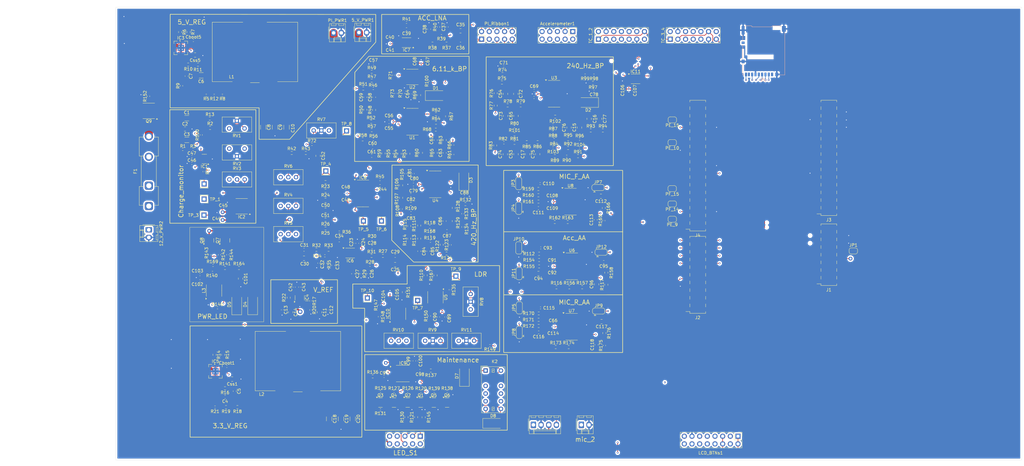
<source format=kicad_pcb>
(kicad_pcb (version 20240108) (generator "pcbnew") (generator_version "8.0")
  (layers (0 "F.Cu" signal) (1 "In1.Cu" signal "power") (2 "In2.Cu" signal "ref") (31 "B.Cu" signal "ground") (34 "B.Paste" user) (35 "F.Paste" user) (36 "B.SilkS" user "B.Silkscreen") (37 "F.SilkS" user "F.Silkscreen") (38 "B.Mask" user) (39 "F.Mask" user) (44 "Edge.Cuts" user))
  (net 0 "")
  (net 1 "GND")
  (net 5 "unconnected-(Accelerometer1-Pin_10-Pad10)")
  (net 8 "Vreg_in")
  (net 9 "Net-(C4-Pad1)")
  (net 10 "Net-(IC5-COMP)")
  (net 11 "Net-(C6-Pad1)")
  (net 12 "Net-(IC3-COMP)")
  (net 13 "Net-(IC4-+IN)")
  (net 14 "Vref")
  (net 15 "Net-(U3D--)")
  (net 16 "Net-(C15-Pad1)")
  (net 17 "Net-(D2-A)")
  (net 18 "Net-(C17-Pad1)")
  (net 19 "Net-(C17-Pad2)")
  (net 20 "3.3_V_out")
  (net 21 "LDR_pin_1")
  (net 22 "Net-(C25-Pad2)")
  (net 23 "Rear_mic_pin")
  (net 24 "IC6_inB+")
  (net 25 "IC6_inB-")
  (net 26 "IC6_outB")
  (net 27 "Front_mic_pin")
  (net 28 "Net-(C30-Pad2)")
  (net 29 "IC6_inA+")
  (net 30 "IC6_outA")
  (net 31 "IC6_inA-")
  (net 32 "Net-(C35-Pad2)")
  (net 33 "Net-(U6D--)")
  (net 34 "IC7_inA+")
  (net 35 "IC7_inA-")
  (net 36 "IC7_outA")
  (net 37 "Net-(C50-Pad1)")
  (net 38 "Net-(C51-Pad1)")
  (net 39 "Net-(C52-Pad1)")
  (net 40 "Net-(U3C--)")
  (net 41 "Net-(C54-Pad1)")
  (net 42 "Net-(U3B--)")
  (net 43 "Net-(U1A--)")
  (net 44 "Net-(C58-Pad1)")
  (net 45 "Net-(U1B--)")
  (net 46 "Net-(C59-Pad2)")
  (net 47 "Net-(C60-Pad1)")
  (net 48 "Net-(U1C--)")
  (net 49 "Net-(C61-Pad2)")
  (net 50 "Net-(C62-Pad1)")
  (net 51 "Net-(U1D--)")
  (net 52 "6.11_kHz_out_MCU")
  (net 53 "Net-(D1-K)")
  (net 54 "Net-(C65-Pad2)")
  (net 55 "Net-(U3A--)")
  (net 56 "Net-(D2-K)")
  (net 57 "Net-(U4A--)")
  (net 58 "Net-(C82-Pad1)")
  (net 59 "Net-(U4B--)")
  (net 60 "Net-(C83-Pad2)")
  (net 61 "Net-(C84-Pad1)")
  (net 62 "Net-(U4C--)")
  (net 63 "Net-(C85-Pad2)")
  (net 64 "Net-(C86-Pad1)")
  (net 65 "Net-(U4D--)")
  (net 66 "Net-(D3-A)")
  (net 67 "Net-(D3-K)")
  (net 68 "Net-(U6A--)")
  (net 69 "Net-(U6B-+)")
  (net 70 "Net-(U6C-+)")
  (net 71 "Net-(C96-Pad1)")
  (net 72 "Acc_AA_out_to_MCU")
  (net 73 "Net-(IC9-2CEXT)")
  (net 74 "Net-(IC9-2REXT{slash}CEXT)")
  (net 75 "Net-(IC9-1CEXT)")
  (net 76 "Net-(IC9-1REXT{slash}CEXT)")
  (net 77 "5_V")
  (net 78 "Net-(L3-THRESHOLD)")
  (net 79 "V_555")
  (net 80 "Net-(U8A--)")
  (net 81 "Net-(U8B-+)")
  (net 82 "Net-(U8C-+)")
  (net 83 "Net-(C113-Pad1)")
  (net 84 "Mic_F_AA_out_to_MCU")
  (net 85 "Net-(U7A--)")
  (net 86 "Net-(U7B-+)")
  (net 87 "Net-(U7C-+)")
  (net 88 "Net-(C118-Pad1)")
  (net 89 "Mic_R_AA_out_to_MCU")
  (net 90 "Net-(IC5-BOOT)")
  (net 91 "Net-(IC5-PH_1)")
  (net 92 "Net-(IC3-PH_1)")
  (net 93 "Net-(IC3-BOOT)")
  (net 94 "Net-(IC5-SS{slash}TR)")
  (net 95 "Net-(IC3-SS{slash}TR)")
  (net 96 "V_LED")
  (net 97 "Pwr_LED_Anode")
  (net 98 "Net-(D5-A)")
  (net 99 "Net-(D7-A)")
  (net 100 "Net-(D8-A)")
  (net 101 "Net-(IC1-+INB)")
  (net 102 "Ven")
  (net 103 "Vt_bat_trig_MCU")
  (net 104 "Net-(IC1-+INA)")
  (net 105 "Net-(IC2-RG_1)")
  (net 106 "Net-(IC2-RG_2)")
  (net 107 "Vtest")
  (net 108 "Vcharge_MCU")
  (net 110 "Net-(IC3-RT{slash}CLK)")
  (net 111 "Vsens_5")
  (net 112 "Net-(IC4--IN)")
  (net 113 "Net-(IC5-RT{slash}CLK)")
  (net 114 "Vsens_3.3")
  (net 116 "LNA_MR_out")
  (net 117 "Net-(IC8--IN_C)")
  (net 118 "LNA_MF_out")
  (net 119 "Net-(IC8--IN_D)")
  (net 120 "LNA_Acc_out")
  (net 121 "Net-(IC8--IN_A)")
  (net 122 "Mic_out_to_AA")
  (net 123 "Net-(IC8--IN_B)")
  (net 125 "Relay_close")
  (net 126 "Net-(IC9-1~{A})")
  (net 127 "Relay_open")
  (net 129 "LDR_out_MCU")
  (net 130 "Net-(IC10--IN)")
  (net 131 "Net-(IC10-RG_1)")
  (net 132 "LDR_pin_2")
  (net 133 "Net-(IC10-RG_2)")
  (net 134 "TC_EN_1")
  (net 135 "MCU_TC_add_2")
  (net 136 "MCU_TC_add_3")
  (net 137 "TC_EN_3")
  (net 138 "TC_EN_4")
  (net 139 "TC_EN_2")
  (net 144 "SD__detect")
  (net 147 "MCU_TC_add_1")
  (net 151 "MCU_TC_add_0")
  (net 152 "Net-(J1-Pin_10)")
  (net 153 "SD_CS")
  (net 156 "SD_MISO")
  (net 157 "240_Hz_out_MCU")
  (net 159 "SD_SCLK")
  (net 160 "6.11_kHz_AA_out_MCU")
  (net 163 "LDR_TRIG_out_MCU")
  (net 164 "Acc_420_Hz_out_MCU")
  (net 166 "SD_MOSI")
  (net 167 "LCD_B{slash}light")
  (net 168 "D_7")
  (net 169 "TC_Sig_1")
  (net 170 "BTN_3")
  (net 172 "MCU_LED_IN")
  (net 175 "D_6")
  (net 179 "BTN_1")
  (net 183 "Acc_sig_in")
  (net 184 "D_4")
  (net 185 "D_5")
  (net 187 "BTN_2")
  (net 188 "EN")
  (net 189 "Maintainance _int")
  (net 191 "PI_SCLK")
  (net 193 "PI_CS")
  (net 196 "RW")
  (net 197 "PI_MISO")
  (net 201 "PI_MOSI")
  (net 203 "RS")
  (net 211 "Net-(L3-DISCHARGE)")
  (net 212 "555_out")
  (net 214 "M_LED_2_cathode")
  (net 216 "Pwr_LED_Cathode")
  (net 217 "M_LED_1_cathode")
  (net 221 "PI_LED_IN")
  (net 222 "Net-(Q1-C)")
  (net 223 "Net-(Q1-B)")
  (net 224 "Net-(Q2-C)")
  (net 225 "Net-(Q2-B)")
  (net 226 "Net-(Q3-B)")
  (net 227 "Net-(Q3-E)")
  (net 228 "Net-(Q4-B)")
  (net 229 "Net-(Q5-B)")
  (net 230 "Net-(Q6-B)")
  (net 231 "Net-(Q7-C)")
  (net 232 "Net-(Q7-B)")
  (net 233 "Net-(Q8-B)")
  (net 234 "Net-(Q9-G)")
  (net 235 "12 V_in")
  (net 236 "Net-(R13-Pad1)")
  (net 237 "Net-(R12-Pad2)")
  (net 238 "Net-(R6-Pad1)")
  (net 239 "Net-(R12-Pad1)")
  (net 240 "Net-(R10-Pad2)")
  (net 241 "Net-(R14-Pad2)")
  (net 242 "Net-(R18-Pad2)")
  (net 243 "Net-(R23-Pad1)")
  (net 244 "Net-(R25-Pad1)")
  (net 245 "Net-(R27-Pad2)")
  (net 246 "Net-(R32-Pad2)")
  (net 247 "Net-(R37-Pad2)")
  (net 248 "Net-(R42-Pad1)")
  (net 249 "Net-(R46-Pad2)")
  (net 250 "Net-(R47-Pad1)")
  (net 251 "Net-(R48-Pad1)")
  (net 252 "Net-(R52-Pad2)")
  (net 253 "Net-(U1C-+)")
  (net 254 "Net-(R55-Pad2)")
  (net 255 "Net-(R56-Pad2)")
  (net 256 "Net-(R60-Pad1)")
  (net 257 "Net-(R61-Pad1)")
  (net 258 "Net-(R62-Pad2)")
  (net 259 "Net-(R63-Pad1)")
  (net 260 "Net-(U1D-+)")
  (net 261 "Net-(R70-Pad2)")
  (net 262 "Net-(U2A-+)")
  (net 263 "Cref")
  (net 264 "Net-(R74-Pad2)")
  (net 265 "Net-(R76-Pad2)")
  (net 266 "Net-(R78-Pad1)")
  (net 267 "Net-(R101-Pad1)")
  (net 268 "Net-(R101-Pad2)")
  (net 269 "Net-(R82-Pad2)")
  (net 270 "Net-(U3C-+)")
  (net 271 "Net-(R103-Pad1)")
  (net 272 "Net-(R85-Pad2)")
  (net 273 "Net-(R102-Pad1)")
  (net 274 "Net-(R88-Pad1)")
  (net 275 "Net-(R90-Pad1)")
  (net 276 "Net-(U3D-+)")
  (net 277 "Net-(R104-Pad2)")
  (net 278 "Net-(R93-Pad2)")
  (net 279 "Net-(R95-Pad2)")
  (net 280 "Net-(R98-Pad2)")
  (net 281 "Net-(U2B-+)")
  (net 282 "Net-(R105-Pad2)")
  (net 283 "Net-(R107-Pad2)")
  (net 284 "Net-(R110-Pad1)")
  (net 285 "Net-(R111-Pad2)")
  (net 286 "Net-(R112-Pad2)")
  (net 287 "Net-(R114-Pad2)")
  (net 288 "Net-(R116-Pad2)")
  (net 289 "Net-(U6B--)")
  (net 290 "Net-(R117-Pad2)")
  (net 291 "Net-(R118-Pad2)")
  (net 292 "Net-(R119-Pad1)")
  (net 293 "Net-(R122-Pad1)")
  (net 294 "Net-(R128-Pad2)")
  (net 295 "Net-(R133-Pad2)")
  (net 296 "Net-(U5A-+)")
  (net 297 "Net-(R140-Pad2)")
  (net 298 "Net-(R141-Pad2)")
  (net 299 "Net-(U5B--)")
  (net 300 "Net-(U5B-+)")
  (net 301 "Net-(R154-Pad2)")
  (net 302 "Net-(R156-Pad2)")
  (net 303 "Net-(R159-Pad2)")
  (net 304 "Net-(R160-Pad2)")
  (net 305 "Net-(R162-Pad2)")
  (net 306 "Net-(U8B--)")
  (net 307 "Net-(R165-Pad2)")
  (net 308 "Cref2")
  (net 309 "Net-(R170-Pad2)")
  (net 310 "Net-(R171-Pad2)")
  (net 311 "Net-(U7B--)")
  (net 312 "Net-(R173-Pad2)")
  (net 313 "Net-(R175-Pad2)")
  (net 326 "Net-(U7D--)")
  (net 327 "Net-(U8D--)")
  (net 328 "Net-(Q9-D)")
  (net 330 "Net-(JP10-C)")
  (net 331 "Net-(JP11-C)")
  (net 332 "Net-(JP12-C)")
  (net 333 "Net-(JP5-C)")
  (net 334 "Net-(JP8-C)")
  (net 335 "Net-(JP9-C)")
  (net 336 "Net-(JP3-C)")
  (net 337 "Net-(JP4-C)")
  (net 338 "Net-(JP7-C)")
  (net 339 "Acc_tmp")
  (net 340 "Net-(IC7-INB-)")
  (net 346 "unconnected-(J2-Pin_13-Pad13)")
  (net 352 "Net-(J4-Pin_29)")
  (net 354 "Net-(J4-Pin_3)")
  (net 355 "Net-(J4-Pin_11)")
  (net 356 "unconnected-(J4-Pin_30-Pad30)")
  (net 358 "Net-(J4-Pin_23)")
  (net 359 "Net-(J4-Pin_7)")
  (footprint "Connector_Molex:Molex_KK-254_AE-6410-02A_1x02_P2.54mm_Vertical" (layer "F.Cu") (at 122.185 58.4)
    (property "Reference" "PI_PWR1")
    (property "Value" "Conn_01x02_Pin")
  )
  (footprint "Capacitor_SMD:C_0603_1608Metric_Pad1.08x0.95mm_HandSolder" (layer "F.Cu") (at 211.6525 134.35 180)
    (property "Reference" "C95")
    (property "Value" "430p")
  )
  (footprint "Resistor_SMD:R_0603_1608Metric" (layer "F.Cu") (at 134.805 74.21)
    (property "Reference" "R47")
    (property "Value" "120k")
  )
  (footprint "Capacitor_SMD:C_0603_1608Metric" (layer "F.Cu") (at 150.53125 130.7925 90)
    (property "Reference" "C84")
    (property "Value" "10n")
  )
  (footprint "Package_TO_SOT_SMD:SOT-23-5" (layer "F.Cu") (at 110.975 146.2475 90)
    (property "Reference" "IC4")
    (property "Value" "AD8031ARTZ-R2")
  )
  (footprint "Capacitor_SMD:C_0402_1005Metric" (layer "F.Cu") (at 86.82 169)
    (property "Reference" "Cboot1")
    (property "Value" "100n")
  )
  (footprint "Capacitor_SMD:C_0805_2012Metric" (layer "F.Cu") (at 210.24 86.875907 90)
    (property "Reference" "C77")
    (property "Value" "15n")
  )
  (footprint "Resistor_SMD:R_0402_1005Metric" (layer "F.Cu") (at 114.65 147.25 -90)
    (property "Reference" "R17")
    (property "Value" "100k")
  )
  (footprint "Resistor_SMD:R_0603_1608Metric" (layer "F.Cu") (at 184.135 82.425907 180)
    (property "Reference" "R79")
    (property "Value" "30k")
  )
  (footprint "Potentiometer_THT:Potentiometer_Bourns_3296W_Vertical" (layer "F.Cu") (at 120.665 90.76)
    (property "Reference" "RV7")
    (property "Value" "200k")
  )
  (footprint "Resistor_SMD:R_0603_1608Metric" (layer "F.Cu") (at 86.215 136.37)
    (property "Reference" "R141")
    (property "Value" "68k")
  )
  (footprint "Resistor_SMD:R_0603_1608Metric" (layer "F.Cu") (at 151.11 98.17 90)
    (property "Reference" "R60")
    (property "Value" "75k")
  )
  (footprint "Resistor_SMD:R_0402_1005Metric" (layer "F.Cu") (at 178.58 94.845907 180)
    (property "Reference" "R82")
    (property "Value" "1.5k")
  )
  (footprint "Package_SO:SOIC-14_3.9x8.7mm_P1.27mm" (layer "F.Cu") (at 148.305 87.86)
    (property "Reference" "U1")
    (property "Value" "Opamp_Quad")
  )
  (footprint "Resistor_SMD:R_0603_1608Metric" (layer "F.Cu") (at 150.53125 126.6125 -90)
    (property "Reference" "R113")
    (property "Value" "12k")
  )
  (footprint "Capacitor_SMD:C_0603_1608Metric" (layer "F.Cu") (at 158.99 98.19 90)
    (property "Reference" "C63")
    (property "Value" "1.5n")
  )
  (footprint "Capacitor_SMD:C_0603_1608Metric" (layer "F.Cu") (at 190.027499 116.5325 180)
    (property "Reference" "C111")
    (property "Value" "10n")
  )
  (footprint "Capacitor_SMD:C_0603_1608Metric" (layer "F.Cu") (at 112.385 130.29)
    (property "Reference" "C31")
    (property "Value" "2.2u")
  )
  (footprint "Capacitor_SMD:C_0402_1005Metric" (layer "F.Cu") (at 130.9 128.18 90)
    (property "Reference" "C24")
    (property "Value" "100n")
  )
  (footprint "Jumper:SolderJumper-2_P1.3mm_Open_RoundedPad1.0x1.5mm" (layer "F.Cu") (at 294.31 130.69 180)
    (property "Reference" "JP1")
    (property "Value" "SolderJumper_2_Open")
  )
  (footprint "Capacitor_SMD:C_0402_1005Metric" (layer "F.Cu") (at 138.9 172.31)
    (property "Reference" "C97")
    (property "Value" "100n")
  )
  (footprint "Capacitor_SMD:C_1206_3216Metric" (layer "F.Cu") (at 128.525 186.375 -90)
    (property "Reference" "C20")
    (property "Value" "100u")
  )
  (footprint "Capacitor_SMD:C_0402_1005Metric_Pad0.74x0.62mm_HandSolder" (layer "F.Cu") (at 150.205 67.85 90)
    (property "Reference" "C68")
    (property "Value" "100n")
  )
  (footprint "Package_SO:SOIC-14_3.9x8.7mm_P1.27mm" (layer "F.Cu") (at 195.215 78.605907)
    (property "Reference" "U3")
    (property "Value" "Opamp_Quad")
  )
  (footprint "Package_SO:SOIC-8_3.9x4.9mm_P1.27mm" (layer "F.Cu") (at 91.745 115.865 180)
    (property "Reference" "IC2")
    (property "Value" "AD8226ARZ")
  )
  (footprint "Capacitor_SMD:C_0402_1005Metric" (layer "F.Cu") (at 159.325 152.5875 -90)
    (property "Reference" "C89")
    (property "Value" "1u")
  )
  (footprint "Resistor_SMD:R_0402_1005Metric" (layer "F.Cu") (at 83.735552 149.554448)
    (property "Reference" "R146")
    (property "Value" "120")
  )
  (footprint "Resistor_SMD:R_0402_1005Metric" (layer "F.Cu") (at 142.145 72.43 90)
    (property "Reference" "R71")
    (property "Value" "1M")
  )
  (footprint "Resistor_SMD:R_0603_1608Metric" (layer "F.Cu") (at 81.165 86.81)
    (property "Reference" "R13")
    (property "Value" "150")
  )
  (footprint "Resistor_SMD:R_0603_1608Metric" (layer "F.Cu") (at 190.25 133.71)
    (property "Reference" "R154")
    (property "Value" "6.2k")
  )
  (footprint "Capacitor_SMD:C_0603_1608Metric" (layer "F.Cu") (at 132.69 79.75 -90)
    (property "Reference" "C59")
    (property "Value" "1.5n")
  )
  (footprint "Capacitor_SMD:C_0402_1005Metric" (layer "F.Cu") (at 135.375 68.69)
    (property "Reference" "C57")
    (property "Value" "1u")
  )
  (footprint "Capacitor_SMD:C_0805_2012Metric" (layer "F.Cu") (at 72.975 90.275)
    (property "Reference" "C2")
    (property "Value" "10u")
  )
  (footprint "Resistor_SMD:R_0603_1608Metric" (layer "F.Cu") (at 165.84125 115.1725)
    (property "Reference" "R132")
    (property "Value" "200k")
  )
  (footprint "Resistor_SMD:R_0603_1608Metric" (layer "F.Cu") (at 199.8525 96.585907 180)
    (property "Reference" "R92")
    (property "Value" "2.4k")
  )
  (footprint "Capacitor_SMD:C_0805_2012Metric" (layer "F.Cu") (at 182.52 78.620907 -90)
    (property "Reference" "C72")
    (property "Value" "15n")
  )
  (footprint "Capacitor_SMD:C_0402_1005Metric" (layer "F.Cu") (at 190.785 129.68 180)
    (property "Reference" "C93")
    (property "Value" "1u")
  )
  (footprint "Jumper:SolderJumper-3_P1.3mm_Bridged12_RoundedPad1.0x1.5mm" (layer "F.Cu") (at 183.72 149.56 90)
    (property "Reference" "JP5")
    (property "Value" "SolderJumper_3_Bridged12")
  )
  (footprint "Resistor_SMD:R_0603_1608Metric" (layer "F.Cu") (at 195.995 142.73)
    (property "Reference" "R116")
    (property "Value" "120k")
  )
  (footprint "Resistor_SMD:R_0603_1608Metric" (layer "F.Cu") (at 155.94 138.8 90)
    (property "Reference" "R167")
    (property "Value" "12k")
  )
  (footprint "Resistor_SMD:R_0402_1005Metric" (layer "F.Cu") (at 203.665 93.635907)
    (property "Reference" "R96")
    (property "Value" "10k")
  )
  (footprint "Resistor_SMD:R_0402_1005Metric" (layer "F.Cu") (at 154.32625 125.1875 180)
    (property "Reference" "R168")
    (property "Value" "10k")
  )
  (footprint "Capacitor_SMD:C_0402_1005Metric" (layer "F.Cu") (at 140.5125 86.9 180)
    (property "Reference" "C56")
    (property "Value" "100n")
  )
  (footprint "Resistor_SMD:R_0603_1608Metric" (layer "F.Cu") (at 154.02625 122.6875)
    (property "Reference" "R118")
    (property "Value" "330k")
  )
  (footprint "Resistor_SMD:R_0603_1608Metric" (layer "F.Cu") (at 132.69 83.875 90)
    (property "Reference" "R50")
    (property "Value" "3k")
  )
  (footprint "Resistor_SMD:R_0402_1005Metric" (layer "F.Cu") (at 134.23 135.48 180)
    (property "Reference" "R28")
    (property "Value" "100k")
  )
  (footprint "Resistor_SMD:R_0402_1005Metric" (layer "F.Cu") (at 173.935 162.1375 180)
    (property "Reference" "R149")
    (property "Value" "100k")
  )
  (footprint "Resistor_SMD:R_0603_1608Metric" (layer "F.Cu") (at 149.495 185.81 90)
    (property "Reference" "R121")
    (property "Value" "270")
  )
  (footprint "Capacitor_SMD:C_0402_1005Metric" (layer "F.Cu") (at 77.92 140.604448 180)
    (property "Reference" "C102")
    (property "Value" "1u")
  )
  (footprint "Connector_PinHeader_2.54mm:PinHeader_1x01_P2.54mm_Vertical" (layer "F.Cu") (at 119.62 104.2)
    (property "Reference" "TP_4")
    (property "Value" "Conn_01x01_Pin")
  )
  (footprint "Capacitor_SMD:C_0402_1005Metric" (layer "F.Cu") (at 85.84 119.21 180)
    (property "Reference" "C44")
    (property "Value" "1u")
  )
  (footprint "Jumper:SolderJumper-3_P1.3mm_Bridged12_RoundedPad1.0x1.5mm" (layer "F.Cu") (at 183.69 157.7 90)
    (property "Reference" "JP8")
    (property "Value" "SolderJumper_3_Bridged12")
  )
  (footprint "Resistor_SMD:R_0603_1608Metric" (layer "F.Cu") (at 199.865 93.635907)
    (property "Reference" "R95")
    (property "Value" "200k")
  )
  (footprint "Connector_PinHeader_2.54mm:PinHeader_1x01_P2.54mm_Vertical" (layer "F.Cu") (at 79.3 108.48)
    (property "Reference" "TP_2" (hide yes))
    (property "Value" "Conn_01x01_Pin")
  )
  (footprint "Resistor_SMD:R_0402_1005Metric" (layer "F.Cu") (at 165.01125 118.3525 -90)
    (property "Reference" "R133")
    (property "Value" "15k")
  )
  (footprint "Jumper:SolderJumper-2_P1.3mm_Open_RoundedPad1.0x1.5mm" (layer "F.Cu") (at 234.35 120.19 180)
    (property "Reference" "PE_9")
    (property "Value" "SolderJumper_2_Open")
  )
  (footprint "Resistor_SMD:R_0402_1005Metric" (layer "F.Cu") (at 81.19 131.96 90)
    (property "Reference" "R143")
    (property "Value" "4.7k")
  )
  (footprint "Relay_THT:Relay_DPDT_Kemet_EC2_NU_DoubleCoil" (layer "F.Cu") (at 172.53 170.365)
    (property "Reference" "K2")
    (property "Value" "HFD3_12-L2_257_")
  )
  (footprint "Resistor_SMD:R_0402_1005Metric" (layer "F.Cu") (at 78.34 92.24 90)
    (property "Reference" "R500")
    (property "Value" "100k")
  )
  (footprint "Resistor_SMD:R_0603_1608Metric" (layer "F.Cu") (at 71.35 58.1375 -90)
    (property "Reference" "R6")
    (property "Value" "150k")
  )
  (footprint "Inductor_SMD:L_Wuerth_HCF-2818" (layer "F.Cu") (at 96.125 64.72)
    (property "Reference" "L1")
    (property "Value" "7443641000B")
  )
  (footprint "Resistor_SMD:R_0603_1608Metric" (layer "F.Cu") (at 200.26 142.73)
    (property "Reference" "R156")
    (property "Value" "22k")
  )
  (footprint "Potentiometer_THT:Potentiometer_Bourns_3296W_Vertical" (layer "F.Cu") (at 109.73 125.13)
    (property "Reference" "RV5")
    (property "Value" "200k")
  )
  (footprint "Resistor_SMD:R_0402_1005Metric" (layer "F.Cu") (at 135.34 76.84 180)
    (property "Reference" "R46")
    (property "Value" "1k")
  )
  (footprint "Capacitor_SMD:C_0603_1608Metric_Pad1.08x0.95mm_HandSolder" (layer "F.Cu") (at 73.5 72.7375 -90)
    (property "Reference" "C7")
    (property "Value" "120p")
  )
  (footprint "Resistor_SMD:R_0402_1005Metric" (layer "F.Cu") (at 153.915 152.2575 -90)
    (property "Reference" "R150")
    (property "Value" "1M")
  )
  (footprint "Resistor_SMD:R_0402_1005Metric" (layer "F.Cu") (at 124.06375 124.42625)
    (property "Reference" "R36")
    (property "Value" "100k")
  )
  (footprint "Resistor_SMD:R_0603_1608Metric" (layer "F.Cu") (at 203.135 99.285907 180)
    (property "Reference" "R91")
    (property "Value" "2k")
  )
  (footprint "Capacitor_SMD:C_0805_2012Metric" (layer "F.Cu") (at 107.975 151.03 -90)
    (property "Reference" "C14")
    (property "Value" "10u")
  )
  (footprint "Resistor_SMD:R_0402_1005Metric" (layer "F.Cu") (at 79.3 104.39 -90)
    (property "Reference" "R4")
    (property "Value" "100k")
  )
  (footprint "Package_SO:MSOP-8_3x3mm_P0.65mm" (layer "F.Cu") (at 127.665 131.385)
    (property "Reference" "IC6")
    (property "Value" "MAX44246ASA+")
  )
  (footprint "Capacitor_SMD:C_0402_1005Metric" (layer "F.Cu") (at 140.5125 88.87 180)
    (property "Reference" "C55")
    (property "Value" "1u")
  )
  (footprint "Capacitor_SMD:C_0402_1005Metric" (layer "F.Cu") (at 129.2025 128.18 90)
    (property "Reference" "C23")
    (property "Value" "1u")
  )
  (footprint "Capacitor_SMD:C_0402_1005Metric" (layer "F.Cu") (at 149.77 167.16 90)
    (property "Reference" "C100")
    (property "Value" "100n")
  )
  (footprint "Resistor_SMD:R_0603_1608Metric" (layer "F.Cu") (at 190.26 135.82 180)
    (property "Reference" "R155")
    (property "Value" "2.2k")
  )
  (footprint "Capacitor_SMD:C_0805_2012Metric" (layer "F.Cu") (at 210.722499 112.5425 180)
    (property "Reference" "C112")
    (property "Value" "2.2n")
  )
  (footprint "Connector_PinHeader_2.54mm:PinHeader_2x07_P2.54mm_Vertical" (layer "F.Cu") (at 209.9 60.495 90)
    (property "Reference" "TC_1_2")
    (property "Value" "Conn_02x07_Odd_Even")
  )
  (footprint "Resistor_SMD:R_0402_1005Metric" (layer "F.Cu") (at 141.38 98.41 -90)
    (property "Reference" "R55")
    (property "Value" "100k")
  )
  (footprint "Resistor_SMD:R_0402_1005Metric" (layer "F.Cu") (at 119.28875 132.32)
    (property "Reference" "R34")
    (property "Value" "100k")
  )
  (footprint "Resistor_SMD:R_0603_1608Metric" (layer "F.Cu") (at 77.275 68.9)
    (property "Reference" "R11")
    (property "Value" "330")
  )
  (footprint "Capacitor_SMD:C_0603_1608Metric_Pad1.08x0.95mm_HandSolder" (layer "F.Cu") (at 146.3375 57.17 180)
    (property "Reference" "C39")
    (property "Value" "56p")
  )
  (footprint "Resistor_SMD:R_0603_1608Metric_Pad0.98x0.95mm_HandSolder" (layer "F.Cu") (at 86.2125 176.225)
    (property "Reference" "R16")
    (property "Value" "909")
  )
  (footprint "Resistor_SMD:R_0603_1608Metric" (layer "F.Cu") (at 212.525 137.89 90)
    (property "Reference" "R158")
    (property "Value" "18k")
  )
  (footprint "Capacitor_SMD:C_0603_1608Metric_Pad1.08x0.95mm_HandSolder" (layer "F.Cu") (at 128.65 138.26 -90)
    (property "Reference" "C27")
    (property "Value" "3.3u")
  )
  (footprint "Resistor_SMD:R_0402_1005Metric" (layer "F.Cu") (at 115.015 95.36 180)
    (property "Reference" "R72")
    (property "Value" "100k")
  )
  (footprint "Resistor_SMD:R_0603_1608Metric" (layer "F.Cu") (at 189.745 94.625907)
    (property "Reference" "R86")
    (property "Value" "2k")
  )
  (footprint "Package_DFN_QFN:Texas_S-PVQFN-N14_ThermalVias" (layer "F.Cu") (at 71.575 63.375)
    (property "Reference" "IC3")
    (property "Value" "TPS54620RHLR")
  )
  (footprint "Resistor_SMD:R_0603_1608Metric" (layer "F.Cu") (at 195.745 162.58)
    (property "Reference" "R173")
    (property "Value" "75k")
  )
  (footprint "Package_TO_SOT_SMD:SOT-23" (layer "F.Cu") (at 137.7075 180.96)
    (property "Reference" "Q3")
    (property "Value" "Q_NPN_BCE")
  )
  (footprint "Capacitor_SMD:C_0805_2012Metric" (layer "F.Cu") (at 210.93 154.11 180)
    (property "Reference" "C117")
    (property "Value" "2.2n")
  )
  (footprint "Capacitor_SMD:C_0402_1005Metric" (layer "F.Cu") (at 148.12 167.16 90)
    (property "Reference" "C99")
    (property "Value" "1u")
  )
  (footprint "Resistor_SMD:R_0402_1005Metric" (layer "F.Cu") (at 203.6525 96.585907 180)
    (property "Reference" "R104")
    (property "Value" "470")
  )
  (footprint "Resistor_SMD:R_0402_1005Metric" (layer "F.Cu") (at 84.425552 131.96 90)
    (property "Reference" "R142")
    (property "Value" "4.7k")
  )
  (footprint "Capacitor_SMD:C_0402_1005Metric" (layer "F.Cu") (at 194.91 156.82 180)
    (property "Reference" "C114")
    (property "Value" "100n")
  )
  (footprint "Potentiometer_THT:Potentiometer_Bourns_3296W_Vertical" (layer "F.Cu") (at 168.71 160.4875)
    (property "Reference" "RV11")
    (property "Value" "50k")
  )
  (footprint "Connector_PinHeader_2.54mm:PinHeader_2x05_P2.54mm_Vertical" (layer "F.Cu") (at 150.89 192.125 -90)
    (property "Reference" "LED_S1")
    (property "Value" "Conn_02x05_Odd_Even")
  )
  (footprint "Resistor_SMD:R_0603_1608Metric_Pad0.98x0.95mm_HandSolder" (layer "F.Cu") (at 108.32 98.2)
    (property "Reference" "R42")
    (property "Value" "20k")
  )
  (footprint "Resistor_SMD:R_0603_1608Metric" (layer "F.Cu") (at 82.75 165.125 -90)
    (property "Reference" "R15")
    (property "Value" "150k")
  )
  (footprint "Capacitor_SMD:C_0402_1005Metric" (layer "F.Cu") (at 194.582499 115.3725 180)
    (property "Reference" "C109")
    (property "Value" "100n")
  )
  (footprint "Capacitor_SMD:C_0603_1608Metric_Pad1.08x0.95mm_HandSolder" (layer "F.Cu") (at 124.06375 127.16625)
    (property "Reference" "C34")
    (property "Value" "56p")
  )
  (footprint "Capacitor_SMD:C_0603_1608Metric" (layer "F.Cu") (at 190.11 157.7 180)
    (property "Reference" "C116")
    (property "Value" "10n")
  )
  (footprint "Capacitor_SMD:C_0805_2012Metric" (layer "F.Cu") (at 186.45 98.615907 90)
    (property "Reference" "C17")
    (property "Value" "15n")
  )
  (footprint "Package_SO:SOIC-8_3.9x4.9mm_P1.27mm" (layer "F.Cu") (at 155.895 146.0625 -90)
    (property "Reference" "U5")
    (property "Value" "TLV3201/2")
  )
  (footprint "Resistor_SMD:R_0603_1608Metric_Pad0.98x0.95mm_HandSolder" (layer "F.Cu") (at 119.5075 120.36 180)
    (property "Reference" "R26")
    (property "Value" "5k")
  )
  (footprint "Capacitor_SMD:C_0402_1005Metric" (layer "F.Cu") (at 75.75 60.925)
    (property "Reference" "Cboot5")
    (property "Value" "100n")
  )
  (footprint "Resistor_SMD:R_0603_1608Metric_Pad0.98x0.95mm_HandSolder" (layer "F.Cu") (at 159 93.9375 -90)
    (property "Reference" "R63")
    (property "Value" "41.7k")
  )
  (footprint "Resistor_SMD:R_0402_1005Metric" (layer "F.Cu") (at 137.7075 177.385 180)
    (property "Reference" "R125")
    (property "Value" "4.7k")
  )
  (footprint "Resistor_SMD:R_0603_1608Metric_Pad0.98x0.95mm_HandSolder" (layer "F.Cu") (at 177.94 74.845907)
    (property "Reference" "R75")
    (property "Value" "140k")
  )
  (footprint "Resistor_SMD:R_0603_1608Metric" (layer "F.Cu") (at 150.53125 122.2725 -90)
    (property "Reference" "R111")
    (property "Value" "33k")
  )
  (footprint "Package_SO:TSSOP-16_4.4x5mm_P0.65mm" (layer "F.Cu") (at 145.1075 171.335)
    (property "Reference" "IC9")
    (property "Value" "SN74LV123ADRG4")
  )
  (footprint "Package_TO_SOT_SMD:SOT-23" (layer "F.Cu") (at 151.0325 180.96)
    (property "Reference" "Q1")
    (property "Value" "Q_NPN_BCE")
  )
  (footprint "Capacitor_SMD:C_0603_1608Metric_Pad1.08x0.95mm_HandSolder" (layer "F.Cu") (at 134.92 129.42625 180)
    (property "Reference" "C28")
    (property "Value" "56p")
  )
  (footprint "Resistor_SMD:R_0402_1005Metric" (layer "F.Cu") (at 157.905 59.3175 180)
    (property "Reference" "R39")
    (property "Value" "100k")
  )
  (footprint "Connector_Molex:Molex_KK-254_AE-6410-04A_1x04_P2.54mm_Vertical" (layer "F.Cu") (at 188.36 188.36)
    (property "Reference" "mic_1_LDR1" (hide yes))
    (property "Value" "Conn_01x04_Pin")
  )
  (footprint "Capacitor_SMD:C_0603_1608Metric_Pad1.08x0.95mm_HandSolder" (layer "F.Cu") (at 153.79 57.17 90)
    (property "Reference" "C38")
    (property "Value" "3.3u")
  )
  (footprint "Connector_Molex:Molex_KK-254_AE-6410-02A_1x02_P2.54mm_Vertical" (layer "F.Cu") (at 204.23 188.36)
    (property "Reference" "mic_2")
    (property "Value" "Conn_01x02_Pin")
  )
  (footprint "Capacitor_SMD:C_0805_2012Metric" (layer "F.Cu") (at 179.05 98.645907 90)
    (property "Reference" "C74")
    (property "Value" "15n")
  )
  (footprint "Capacitor_SMD:C_0603_1608Metric" (layer "F.Cu") (at 158.93625 120.7975 90)
    (property "Reference" "C86")
    (property "Value" "10n")
  )
  (footprint "Resistor_SMD:R_0603_1608Metric" (layer "F.Cu") (at 156.04 98.185 -90)
    (property "Reference" "R65")
    (property "Value" "12k")
  )
  (footprint "Resistor_SMD:R_0603_1608Metric" (layer "F.Cu") (at 152.645 138.78 90)
    (property "Reference" "R110")
    (property "Value" "68k")
  )
  (footprint "Capacitor_SMD:C_0402_1005Metric_Pad0.74x0.62mm_HandSolder" (layer "F.Cu") (at 152.195 67.86 90)
    (property "Reference" "C67")
    (property "Value" "1u")
  )
  (footprint "Capacitor_SMD:C_0805_2012Metric" (layer "F.Cu") (at 76.325 65.75)
    (property "Reference" "Css5")
    (property "Value" "2.2n")
  )
  (footprint "Resistor_SMD:R_0603_1608Metric" (layer "F.Cu") (at 120.52 130.29)
    (property "Reference" "R33")
    (property "Value" "100")
  )
  (footprint "Inductor_SMD:L_Wuerth_HCF-2818" (layer "F.Cu") (at 110.35 167.2)
    (property "Reference" "L2")
    (property "Value" "22u")
  )
  (footprint "Jumper:SolderJumper-2_P1.3mm_Open_RoundedPad1.0x1.5mm" (layer "F.Cu") (at 234.34 115.11 180)
    (property "Reference" "PF_14")
    (property "Value" "SolderJumper_2_Open")
  )
  (footprint "Resistor_SMD:R_0603_1608Metric" (layer "F.Cu") (at 207.345 90.735907)
    (property "Reference" "R93")
    (property "Value" "220k")
  )
  (footprint "Capacitor_SMD:C_0805_2012Metric" (layer "F.Cu") (at 179.16 85.925907 -90)
    (property "Reference" "C73")
    (property "Value" "15n")
  )
  (footprint "Package_SO:SOIC-14_3.9x8.7mm_P1.27mm" (layer "F.Cu") (at 131.905 111.64)
    (property "Reference" "IC8")
    (property "Value" "ADA4077-4ARZ")
  )
  (footprint "Resistor_SMD:R_0402_1005Metric" (layer "F.Cu") (at 194.84 91.315907 180)
    (property "Reference" "R88")
    (property "Value" "100k")
  )
  (footprint "Resistor_SMD:R_0603_1608Metric" (layer "F.Cu") (at 204.51 142.72)
    (property "Reference" "R157")
    (property "Value" "3k")
  )
  (footprint "Resistor_SMD:R_0603_1608Metric_Pad0.98x0.95mm_HandSolder" (layer "F.Cu") (at 119.5075 123.25)
    (property "Reference" "R25")
    (property "Value" "20k")
  )
  (footprint "Capacitor_SMD:C_0603_1608Metric" (layer "F.Cu") (at 156.04 93.94 90)
    (property "Reference" "C62")
    (property "Value" "1.5n")
  )
  (footprint "Resistor_SMD:R_0402_1005Metric" (layer "F.Cu") (at 146.10125 105.0525 -90)
    (property "Reference" "R105")
    (property "Value" "100k")
  )
  (footprint "Resistor_SMD:R_0603_1608Metric" (layer "F.Cu") (at 145.485 144.3575 90)
    (property "Reference" "R151")
    (property "Value" "27k")
  )
  (footprint "Resistor_SMD:R_0603_1608Metric" (layer "F.Cu") (at 182.095 92.015907)
    (property "Reference" "R101")
    (property "Value" "3k")
  )
  (footprint "Resistor_SMD:R_0603_1608Metric" (layer "F.Cu") (at 116.5 130.29)
    (property "Reference" "R32")
    (property "Value" "2.4k")
  )
  (footprint "Capacitor_SMD:C_0603_1608Metric" (layer "F.Cu") (at 135.085 96.34)
    (property "Reference" "C60")
    (property "Value" "1.5n")
  )
  (footprint "Potentiometer_THT:Potentiometer_Bourns_3296W_Vertical" (layer "F.Cu") (at 109.73 106.25)
    (property "Reference" "RV6")
    (property "Value" "200k")
  )
  (footprint "Connector_PinSocket_2.54mm:PinSocket_2x08_P2.54mm_Vertical_SMD" (layer "F.Cu") (at 286.2 131.95 180)
    (property "Reference" "J1")
    (property "Value" "Conn_02x08_Odd_Even")
  )
  (footprint "Resistor_SMD:R_0603_1608Metric" (layer "F.Cu") (at 159.59 61.9575 180)
    (property "Reference" "R37")
    (property "Value" "2.4k")
  )
  (footprint "Resistor_SMD:R_0603_1608Metric" (layer "F.Cu") (at 189.997499 110.1425 180)
    (property "Reference" "R159")
    (property "Value" "33k")
  )
  (footprint "Diode_SMD:D_MELF" (layer "F.Cu") (at 95.39 148.42 90)
    (property "Reference" "D4")
    (property "Value" "RBR2LAM60A")
  )
  (footprint "Resistor_SMD:R_0402_1005Metric" (layer "F.Cu") (at 135.355 93.7 180)
    (property "Reference" "R56")
    (property "Value" "1.5k")
  )
  (footprint "Package_SO:SOIC-14_3.9x8.7mm_P1.27mm" (layer "F.Cu") (at 155.84125 108.61)
    (property "Reference" "U4")
    (property "Value" "Opamp_Quad")
  )
  (footprint "Capacitor_SMD:C_0402_1005Metric" (layer "F.Cu") (at 220.845 77.5 -90)
    (property "Reference" "C107")
    (property "Value" "100n")
  )
  (footprint "Resistor_SMD:R_0603_1608Metric" (layer "F.Cu") (at 154.93 61.9575 180)
    (property "Reference" "R38")
    (property "Value" "100")
  )
  (footprint "Capacitor_SMD:C_0402_1005Metric" (layer "F.Cu") (at 140.8975 62.9725 180)
    (property "Reference" "C41")
    (property "Value" "100n")
  )
  (footprint "Resistor_SMD:R_0603_1608Metric" (layer "F.Cu") (at 195.45 99.275907 180)
    (property "Reference" "R89")
    (property "Value" "27k")
  )
  (footprint "Fuse:Fuseholder_Clip-5x20mm_Keystone_3517_Inline_P23.11x6.76mm_D1.70mm_Horizontal" (layer "F.Cu") (at 61 115.825 90)
    (property "Reference" "F1")
    (property "Value" "Fuse")
  )
  (footprint "Capacitor_SMD:C_0805_2012Metric" (layer "F.Cu") (at 189.78 98.615907 90)
    (property "Reference" "C75")
    (property "Value" "15n")
  )
  (footprint "Resistor_SMD:R_0603_1608Metric_Pad0.98x0.95mm_HandSolder" (layer "F.Cu") (at 195.58 86.205907)
    (property "Reference" "R102")
    (property "Value" "91k")
  )
  (footprint "Resistor_SMD:R_0402_1005Metric" (layer "F.Cu") (at 211.88 162.06 90)
    (property "Reference" "R175")
    (property "Value" "47k")
  )
  (footprint "Capacitor_SMD:C_0402_1005Metric" (layer "F.Cu") (at 148.51125 105.0525 90)
    (property "Reference" "C81")
    (property "Value" "1u")
  )
  (footprint "Capacitor_SMD:C_0805_2012Metric" (layer "F.Cu") (at 164.22 57.7075 180)
    (property "Reference" "C35")
    (property "Value" "10u")
  )
  (footprint "Resistor_SMD:R_0402_1005Metric" (layer "F.Cu") (at 159.7825 177.36 180)
    (property "Reference" "R138")
    (property "Value" "4.7k")
  )
  (footprint "Resistor_SMD:R_0603_1608Metric_Pad0.98x0.95mm_HandSolder" (layer "F.Cu") (at 147.21125 122.42 90)
    (property "Reference" "R115")
    (property "Value" "249")
  )
  (footprint "Resistor_SMD:R_0603_1608Metric_Pad0.98x0.95mm_HandSolder" (layer "F.Cu") (at 74.15 58.1375 90)
    (property "Reference" "R7")
    (property "Value" "12k")
  )
  (footprint "Capacitor_SMD:C_0402_1005Metric" (layer "F.Cu") (at 208.43 77.695907 180)
    (property "Reference" "C78")
    (property "Value" "1u")
  )
  (footprint "Resistor_SMD:R_0603_1608Metric_Pad0.98x0.95mm_HandSolder" (layer "F.Cu") (at 156.0875 85.32)
    (property "Reference" "R62")
    (property "Value" "191k")
  )
  (footprint "Resistor_SMD:R_0603_1608Metric" (layer "F.Cu") (at 107.315 146.19 -90)
    (property "Reference" "R22")
    (property "Value" "4.99k")
  )
  (footprint "Potentiometer_THT:Potentiometer_Bourns_3296W_Vertical" (layer "F.Cu") (at 167.585 150.0775 -90)
    (property "Reference" "RV8")
    (property "Value" "200k")
  )
  (footprint "Capacitor_SMD:C_0402_1005Metric_Pad0.74x0.62mm_HandSolder" (layer "F.Cu") (at 178.53 69.393407)
    (property "Reference" "C71")
    (property "Value" "1u")
  )
  (footprint "Resistor_SMD:R_0402_1005Metric" (layer "F.Cu") (at 154.21 74.42 90)
    (property "Reference" "R100")
    (property "Value" "1M")
  )
  (footprint "Resistor_SMD:R_0603_1608Metric_Pad0.98x0.95mm_HandSolder" (layer "F.Cu") (at 161.98125 116.45 -90)
    (property "Reference" "R128")
    (property "Value" "732k")
  )
  (footprint "Diode_SMD:D_MELF" (layer "F.Cu") (at 156 79.2)
    (property "Reference" "D1")
    (property "Value" "RBR2LAM60A")
  )
  (footprint "Resistor_SMD:R_0603_1608Metric_Pad0.98x0.95mm_HandSolder" (layer "F.Cu") (at 156.1 88.18 180)
    (property "Reference" "R64")
    (property "Value" "562")
  )
  (footprint "Resistor_SMD:R_0402_1005Metric" (layer "F.Cu") (at 155.485 177.385 180)
    (property "Reference" "R139")
    (property "Value" "4.7k")
  )
  (footprint "Resistor_SMD:R_0603_1608Metric_Pad0.98x0.95mm_HandSolder" (layer "F.Cu") (at 158.00125 128.6425 90)
    (property "Reference" "R122")
    (property "Value" "80.6")
  )
  (footprint "Capacitor_SMD:C_0402_1005Metric" (layer "F.Cu") (at 117.27375 134.73625 -90)
    (property "Reference" "C32")
    (property "Value" "100n")
  )
  (footprint "Resistor_SMD:R_0603_1608Metric" (layer "F.Cu") (at 175.87 82.510907 90)
    (property "Reference" "R77")
    (property "Value" "220")
  )
  (footprint "Resistor_SMD:R_0603_1608Metric" (layer "F.Cu") (at 195.205 93.875907 180)
    (property "Reference" "R84")
    (property "Value" "2.4k")
  )
  (footprint "Capacitor_SMD:C_0603_1608Metric_Pad1.08x0.95mm_HandSolder" (layer "F.Cu") (at 89.425 177.2 -90)
    (property "Reference" "C5")
    (property "Value" "820p")
  )
  (footprint "Capacitor_SMD:C_0402_1005Metric" (layer "F.Cu") (at 194.575 134.81 180)
    (property "Reference" "C91")
    (property "Value" "1u")
  )
  (footprint "Resistor_SMD:R_0402_1005Metric" (layer "F.Cu") (at 137.55 109.1 180)
    (property "Reference" "R44")
    (property "Value" "10k")
  )
  (footprint "Capacitor_SMD:C_0805_2012Metric" (layer "F.Cu") (at 88.6 173.175)
    (property "Reference" "Css1")
    (property "Value" "2.2n")
  )
  (footprint "Capacitor_SMD:C_1206_3216Metric" (layer "F.Cu") (at 73.575 86.675)
    (property "Reference" "C1")
    (property "Value" "22u")
  )
  (footprint "Resistor_SMD:R_0402_1005Metric" (layer "F.Cu") (at 119.53375 134.75625 -90)
    (property "Reference" "R35")
    (property "Value" "100k")
  )
  (footprint "Resistor_SMD:R_0603_1608Metric" (layer "F.Cu") (at 212.525 141.895 90)
    (property "Reference" "R117")
    (property "Value" "300k")
  )
  (footprint "Package_TO_SOT_SMD:TSOT-23-6" (layer "F.Cu") (at 79.36 100.2125 180)
    (property "Reference" "IC1")
    (property "Value" "LT6700HVCS6-3#PBF")
  )
  (footprint "Resistor_SMD:R_0603_1608Metric" (layer "F.Cu") (at 74.025 68.9)
    (property "Reference" "R10")
    (property "Value" "3.9k")
  )
  (footprint "Jumper:SolderJumper-2_P1.3mm_Open_RoundedPad1.0x1.5mm" (layer "F.Cu") (at 234.37 87.24 180)
    (property "Reference" "PE_15")
    (property "Value" "SolderJumper_2_Open")
  )
  (footprint "Resistor_SMD:R_0402_1005Metric" (layer "F.Cu") (at 87.17 131.96 90)
    (property "Reference" "R144")
    (property "Value" "120")
  )
  (footprint "Resistor_SMD:R_0603_1608Metric" (layer "F.Cu") (at 85.575 165.125 90)
    (property "Reference" "R14")
    (property "Value" "12k")
  )
  (footprint "Resistor_SMD:R_0603_1608Metric" (layer "F.Cu") (at 195.427499 121.1225)
    (property "Reference" "R162")
    (property "Value" "75k")
  )
  (footprint "Resistor_SMD:R_0402_1005Metric" (layer "F.Cu") (at 211.692499 120.6425 90)
    (property "Reference" "R165")
    (property "Value" "47k")
  )
  (footprint "Resistor_SMD:R_0402_1005Metric" (layer "F.Cu") (at 82.26 135.51)
    (property "Reference" "R169")
    (property "Value" "200")
  )
  (footprint "Capacitor_SMD:C_0805_2012Metric" (layer "F.Cu") (at 190.025 138.17 180)
    (property "Reference" "C94")
    (property "Value" "2.2n")
  )
  (footprint "Capacitor_SMD:C_0805_2012Metric" (layer "F.Cu") (at 179.13 78.620907 -90)
    (property "Reference" "C54")
    (property "Value" "15n")
  )
  (footprint "Capacitor_SMD:C_0603_1608Metric" (layer "F.Cu") (at 134.805 99.17)
    (property "Reference" "C61")
    (property "Value" "1.5n")
  )
  (footprint "Package_SO:SO-8_3.9x4.9mm_P1.27mm" (layer "F.Cu") (at 60.975 84.28 180)
    (property "Reference" "Q9")
    (property "Value" "FDS6681Z")
  )
  (footprint "Capacitor_SMD:C_0603_1608Metric" (layer "F.Cu") (at 86.25 179.125 180)
    (property "Reference" "C4")
    (property "Value" "470n")
  )
  (footprint "Resistor_SMD:R_0603_1608Metric" (layer "F.Cu") (at 161.99125 120.7975 -90)
    (property "Reference" "R129")
    (property "Value" "12k")
  )
  (footprint "Connector_PinSocket_2.54mm:PinSocket_2x10_P2.54mm_Vertical_SMD" (layer "F.Cu") (at 242.79 138.61 180)
    (property "Reference" "J2")
    (property "Value" "Conn_02x10_Odd_Even")
  )
  (footprint "Resistor_SMD:R_0402_1005Metric" (layer "F.Cu") (at 137.7075 183.385 180)
    (property "Reference" "R131")
    (property "Value" "10k")
  )
  (footprint "Connector_PinHeader_2.54mm:PinHeader_2x05_P2.54mm_Vertical" (layer "F.Cu") (at 171.195 60.495 90)
    (property "Reference" "PI_Ribbon1")
    (property "Value" "Conn_02x05_Odd_Even")
  )
  (footprint "Resistor_SMD:R_0603_1608Metric" (layer "F.Cu") (at 134.805 71.29 180)
    (property "Reference" "R49")
    (property "Value" "12k")
  )
  (footprint "Resistor_SMD:R_0603_1608Metric_Pad0.98x0.95mm_HandSolder" (layer "F.Cu") (at 112.98 98.2)
    (property "Reference" "R43")
    (property "Value" "5k")
  )
  (footprint "Resistor_SMD:R_0603_1608Metric" (layer "F.Cu") (at 211.35 90.745907)
    (property "Reference" "R94")
    (property "Value" "22k")
  )
  (footprint "Diode_SMD:D_MELF" (layer "F.Cu") (at 175.02 187.86)
    (property "Reference" "D8")
    (property "Value" "RBR2LAM60A")
  )
  (footprint "Package_SO:SOIC-8_3.9x4.9mm_P1.27mm" (layer "F.Cu") (at 148.275 73.025)
    (property "Reference" "U2")
    (property "Value" "TLV3201/2")
  )
  (footprint "Capacitor_SMD:C_0402_1005Metric" (layer "F.Cu") (at 77.929448 138.56 180)
    (property "Reference" "C103")
    (property "Value" "100n")
  )
  (footprint "Resistor_SMD:R_0603_1608Metric" (layer "F.Cu") (at 90.325 182.475 180)
    (property "Reference" "R18")
    (property "Value" "27k")
  )
  (footprint "Resistor_SMD:R_0402_1005Metric" (layer "F.Cu") (at 165.01125 122.7625 -90)
    (property "Reference" "R134")
    (property "Value" "200")
  )
  (footprint "Capacitor_SMD:C_0603_1608Metric" (layer "F.Cu") (at 142.585 132.32 180)
    (property "Reference" "C29")
    (property "Value" "2.2u")
  )
  (footprint "Resistor_SMD:R_0603_1608Metric" (layer "F.Cu") (at 132.005 76.84)
    (property "Reference" "R51")
    (property "Value" "150")
  )
  (footprint "Capacitor_SMD:C_0402_1005Metric" (layer "F.Cu") (at 148.62125 107.7925 180)
    (property "Reference" "C80")
    (property "Value" "100n")
  )
  (footprint "Capacitor_SMD:C_0402_1005Metric" (layer "F.Cu") (at 139.765 145.5475 90)
    (property "Reference" "C104")
    (property "Value" "1u")
  )
  (footprint "Resistor_SMD:R_0402_1005Metric" (layer "F.Cu") (at 194.84 88.915907)
    (property "Reference" "R87")
    (property "Value" "100k")
  )
  (footprint "Jumper:SolderJumper-3_P1.3mm_Bridged12_RoundedPad1.0x1.5mm" (layer "F.Cu") (at 183.492499 116.5325 90)
    (property "Reference" "JP4")
    (property "Value" "SolderJumper_3_Bridged12")
  )
  (footprint "Resistor_SMD:R_0603_1608Metric" (layer "F.Cu") (at 211.682499 116.4675 90)
    (property "Reference" "R166")
    (property "Value" "5.6k")
  )
  (footprint "Capacitor_SMD:C_0402_1005Metric" (layer "F.Cu") (at 148.62125 109.5025 180)
    (property "Reference" "C79")
    (property "Value" "1u")
  )
  (footprint "Capacitor_SMD:C_0603_1608Metric_Pad1.08x0.95mm_HandSolder" (layer "F.Cu") (at 122.04375 135.47625 -90)
    (property "Reference" "C33")
    (property "Value" "3.3u")
  )
  (footprint "Connector_Molex:Molex_KK-254_AE-6410-02A_1x02_P2.54mm_Vertical" (layer "F.Cu") (at 60.975 123.68 -90)
    (property "Reference" "12_V_PWR2")
    (property "Value" "Conn_01x02_Pin")
  )
  (footprint "Resistor_SMD:R_0603_1608Metric" (layer "F.Cu") (at 190.255 131.63 180)
    (property "Reference" "R112")
    (property "Value" "82k")
  )
  (footprint "Diode_SMD:D_MELF" (layer "F.Cu") (at 206.51 81.485907 180)
    (property "Reference" "D2")
    (property "Value" "RBR2LAM60A")
  )
  (footprint "Connector_PinSocket_2.54mm:PinSocket_2x17_P2.54mm_Vertical_SMD" (layer "F.Cu") (at 242.79 102.41 180)
    (property "Reference" "J4")
    (property "Value" "Conn_02x17_Odd_Even")
  )
  (footprint "Resistor_SMD:R_0603_1608Metric" (layer "F.Cu") (at 138.515 132.35 180)
    (property "Reference" "R27")
    (property "Value" "2.4k")
  )
  (footprint "Capacitor_SMD:C_0805_2012Metric" (layer "F.Cu") (at 182.58 98.625907 90)
    (property "Reference" "C53")
    (property "Value" "15n")
  )
  (footprint "Resistor_SMD:R_0402_1005Metric" (layer "F.Cu") (at 208.41 72.405907 180)
    (property "Reference" "R98")
    (property "Value" "15k")
  )
  (footprint "Resistor_SMD:R_0603_1608Metric" (layer "F.Cu") (at 175.71 95.720907 -90)
    (property "Reference" "R83")
    (property "Value" "560")
  )
  (footprint "Capacitor_SMD:C_0402_1005Metric_Pad0.74x0.62mm_HandSolder" (layer "F.Cu") (at 147.8 78.645 -90)
    (property "Reference" "C64")
    (property "Value" "1u")
  )
  (footprint "Capacitor_SMD:C_0805_2012Metric" (layer "F.Cu") (at 112.385 133.1)
    (property "Reference" "C30")
    (property "Value" "10u")
  )
  (footprint "Capacitor_SMD:C_0603_1608Metric" (layer "F.Cu") (at 147.81625 118.1225)
    (property "Reference" "C83")
    (property "Value" "10n")
  )
  (footprint "Connector_PinHeader_2.54mm:PinHeader_1x01_P2.54mm_Vertical" (layer "F.Cu") (at 162.7 139.06)
    (property "Reference" "TP_9")
    (property "Value" "Conn_01x01_Pin")
  )
  (footprint "Package_TO_SOT_SMD:SOT-23" (layer "F.Cu") (at 146.7325 180.96)
    (property "Reference" "Q2")
    (property "Value" "Q_NPN_BCE")
  )
  (footprint "Connector_PinHeader_2.54mm:PinHeader_1x01_P2.54mm_Vertical" (layer "F.Cu") (at 132.07 120.77)
    (property "Reference" "TP_5")
    (property "Value" "Conn_01x01_Pin")
  )
  (footprint "Resistor_SMD:R_0402_1005Metric" (layer "F.Cu") (at 60.9 79.41 90)
    (property "Reference" "R152")
    (property "Value" "200")
  )
  (footprint "Jumper:SolderJumper-2_P1.3mm_Open_RoundedPad1.0x1.5mm" (layer "F.Cu") (at 234.33 110.05 180)
    (property "Reference" "PF_15")
    (property "Value" "SolderJumper_2_Open")
  )
  (footprint "Resistor_SMD:R_0402_1005Metric" (layer "F.Cu") (at 194.87 96.555907)
    (property "Reference" "R103")
    (property "Value" "200")
  )
  (footprint "Package_SO:VSSOP-10_3x3mm_P0.5mm" (layer "F.Cu") (at 222.185 73.66)
    (property "Reference" "IC11")
    (property "Value" "TMUX1204DGSR")
  )
  (footprint "Resistor_SMD:R_0603_1608Metric_Pad0.98x0.95mm_HandSolder" (layer "F.Cu") (at 159.59125 131.5625)
    (property "Reference" "R124")
    (property "Value" "4.32k")
  )
  (footprint "Connector_PinHeader_2.54mm:PinHeader_1x01_P2.54mm_Vertical" (layer "F.Cu") (at 79.29 113.51 180)
    (property "Reference" "TP_1")
    (property "Value" "Conn_01x01_Pin")
  )
  (footprint "Capacitor_SMD:C_0603_1608Metric" (layer "F.Cu") (at 153.54125 130.7925 90)
    (property "Reference" "C85")
    (property "Value" "10n")
  )
  (footprint "Capacitor_SMD:C_0603_1608Metric" (layer "F.Cu") (at 208.972499 120.3775 90)
    (property "Reference" "C113")
    (property "Value" "10n")
  )
  (footprint "Resistor_SMD:R_0402_1005Metric" (layer "F.Cu") (at 156.94 56.45 90)
    (property "Reference" "R40")
    (property "Value" "100k")
  )
  (footprint "Resistor_SMD:R_0603_1608Metric_Pad0.98x0.95mm_HandSolder" (layer "F.Cu") (at 81.2875 89.91)
    (property "Reference" "R2")
    (property "Value" "11.5k")
  )
  (footprint "Resistor_SMD:R_0402_1005Metric" (layer "F.Cu") (at 82.64 79.075 180)
    (property "Reference" "R12")
    (property "Value" "5.1k")
  )
  (footprint "Potentiometer_THT:Potentiometer_Bourns_3296W_Vertical" (layer "F.Cu") (at 157.575 160.4875)
    (property "Reference" "RV9")
    (property "Value" "25k")
  )
  (footprint "Resistor_SMD:R_0402_1005Metric" (layer "F.Cu") (at 160.815 143.5575 90)
    (property "Reference" "R135")
    (property "Value" "1M")
  )
  (footprint "Capacitor_SMD:C_1206_3216Metric_Pad1.33x1.80mm_HandSolder" (layer "F.Cu") (at 78.3375 72.475 180)
    (property "Reference" "C6")
    (property "Value" "68n")
  )
  (footprint "Resistor_SMD:R_0402_1005Metric" (layer "F.Cu") (at 75.63 97.04)
    (property "Reference" "R3")
    (property "Value" "100k")
  )
  (footprint "Resistor_SMD:R_0603_1608Metric" (layer "F.Cu") (at 131.805 93.69 180)
    (property "Reference" "R58")
    (property "Value" "100")
  )
  (footprint "Connector_PinHeader_2.54mm:PinHeader_1x01_P2.54mm_Vertical" (layer "F.Cu") (at 133.38 146.31)
    (property "Reference" "TP_10")
    (property "Value" "Conn_01x01_Pin")
  )
  (footprint "Resistor_SMD:R_0402_1005Metric" (layer "F.Cu") (at 142.18 177.385 180)
    (property "Reference" "R127")
    (property "Value" "4.7k")
  )
  (footprint "Resistor_SMD:R_0603_1608Metric_Pad0.98x0.95mm_HandSolder" (layer "F.Cu") (at 135.57 83.96 -90)
    (property "Reference" "R48")
    (property "Value" "261k")
  )
  (footprint "Resistor_SMD:R_0402_1005Metric" (layer "F.Cu") (at 80.015 79.075 180)
    (property "Reference" "R5")
    (property "Value" "200")
  )
  (footprint "Resistor_SMD:R_0603_1608Metric" (layer "F.Cu") (at 175.87 78.400907 -90)
    (property "Reference" "R76")
    (property "Value" "1.2k")
  )
  (footprint "Capacitor_SMD:C_0402_1005Metric" (layer "F.Cu") (at 126.21 112.64 180)
    (property "Reference" "C49")
    (property "Value" "100n")
  )
  (footprint "Capacitor_SMD:C_0805_2012Metric" (layer "F.Cu") (at 209.305 141.77 90)
    (property "Reference" "C96")
    (property "Value" "2.2n")
  )
  (footprint "Resistor_SMD:R_0402_1005Metric" (layer "F.Cu") (at 137.335 152.4975 -90)
    (property "Reference" "R148")
    (property "Value" "100k")
  )
  (footprint "Resistor_SMD:R_0402_1005Metric" (layer "F.Cu") (at 182.08 89.525907 180)
    (property "Reference" "R80")
    (property "Value" "100k")
  )
  (footprint "Potentiometer_THT:Potentiometer_Bourns_3296W_Vertical" (layer "F.Cu") (at 141.225 160.4875 180)
    (property "Reference" "RV10")
    (property "Value" "50k")
  )
  (footprint "Capacitor_SMD:C_1206_3216Metric" (layer "F.Cu") (at 102.75 89.675 -90)
    (property "Reference" "C9")
    (property "Value" "100u")
  )
  (footprint "Resistor_SMD:R_0603_1608Metric_Pad0.98x0.95mm_HandSolder" (layer "F.Cu") (at 179.8275 82.445907 180)
    (property "Reference" "R78")
    (property "Value" "316k")
  )
  (footprint "Potentiometer_THT:Potentiometer_Bourns_3296W_Vertical" (layer "F.Cu") (at 109.73 115.77)
    (property "Reference" "RV4")
    (property "Value" "200k")
  )
  (footprint "Capacitor_SMD:C_0402_1005Metric" (layer "F.Cu") (at 140.8975 61.0525 180)
    (property "Reference" "C40")
    (property "Value" "1u")
  )
  (footprint "Resistor_SMD:R_0603_1608Metric_Pad0.98x0.95mm_HandSolder" (layer "F.Cu") (at 146.94 98.4625 90)
    (property "Reference" "R53")
    (property "Value" "37.4k")
  )
  (footprint "Resistor_SMD:R_0603_1608Metric_Pad0.98x0.95mm_HandSolder" (layer "F.Cu") (at 144.52125 113.0775 -90)
    (property "Reference" "R107")
    (property "Value" "6.34k")
  )
  (footprint "Package_TO_SOT_SMD:SOT-23" (layer "F.Cu") (at 155.3825 180.96)
    (property "Reference" "Q5")
    (property "Value" "Q_NPN_BCE")
  )
  (footprint "Potentiometer_THT:Potentiometer_Bourns_3296Y_Vertical" (layer "F.Cu") (at 92.71 96.77)
    (property "Reference" "RV2")
    (property "Value" "5k")
  )
  (footprint "Package_TO_SOT_SMD:SOT-23" (layer "F.Cu") (at 86.22 127.2025 90)
    (property "Reference" "Q7")
    (property "Value" "Q_NPN_BCE")
  )
  (footprint "Capacitor_SMD:C_0805_2012Metric" (layer "F.Cu") (at 119.5075 117.24)
    (property "Reference" "C51")
    (property "Value" "10u")
  )
  (footprint "Capacitor_SMD:C_0805_2012Metric" (layer "F.Cu") (at 117.06 99.17 -90)
    (property "Reference" "C52")
    (property "Value" "10u")
  )
  (footprint "Capacitor_SMD:C_0402_1005Metric" (layer "F.Cu") (at 120.3 150.24 -90)
    (property "Reference" "C12")
    (property "Value" "100n")
  )
  (footprint "Resistor_SMD:R_0603_1608Metric" (layer "F.Cu") (at 147.20125 126.6175 90)
    (property "Reference" "R114")
    (property "Value" "2k")
  )
  (footprint "Jumper:SolderJumper-3_P1.3mm_Bridged12_RoundedPad1.0x1.5mm" (layer "F.Cu") (at 183.625 138.19 90)
    (property "Reference" "JP11")
    (property "Value" "SolderJumper_3_Bridged12")
  )
  (footprint "Jumper:SolderJumper-3_P1.3mm_Bridged12_RoundedPad1.0x1.5mm" (layer "F.Cu") (at 183.515 129.69 90)
    (property "Reference" "JP10")
    (property "Value" "SolderJumper_3_Bridged12")
  )
  (footprint "Resistor_SMD:R_0603_1608Metric" (layer "F.Cu") (at 150.47 79.035 -90)
    (property "Reference" "R69")
    (property "Value" "200k")
  )
  (footprint "Capacitor_SMD:C_0402_1005Metric" (layer "F.Cu") (at 165.49625 112.5725)
    (property "Reference" "C88")
    (property "Value" "1u")
  )
  (footprint "Capacitor_SMD:C_0402_1005Metric" (layer "F.Cu") (at 105.2 150.24 -90)
    (property "Reference" "C13")
    (property "Value" "100n")
  )
  (footprint "Jumper:SolderJumper-3_P1.3mm_Bridged12_RoundedPad1.0x1.5mm" (layer "F.Cu") (at 209.772499 109.7)
    (property "Reference" "JP7")
    (property "Value" "SolderJumper_3_Bridged12")
  )
  (footprint "Jumper:SolderJumper-3_P1.3mm_Bridged12_RoundedPad1.0x1.5mm" (layer "F.Cu") (at 209.97 150.64)
    (property "Reference" "JP9")
    (property "Value" "SolderJumper_3_Bridged12")
  )
  (footprint "Potentiometer_THT:Potentiometer_Bourns_3296Y_Vertical" (layer "F.Cu") (at 87.61 90.09 180)
    (property "Reference" "RV1")
    (property "Value" "5k")
  )
  (footprint "Capacitor_SMD:C_0402_1005Metric" (layer "F.Cu") (at 85.81 116.671471 180)
    (property "Reference" "C45")
    (property "Value" "100n")
  )
  (footprint "Capacitor_SMD:C_1206_3216Metric" (layer "F.Cu") (at 98.9 89.675 -90)
    (property "Reference" "C8")
    (property "Value" "100u")
  )
  (footprint "Resistor_SMD:R_0603_1608Metric_Pad0.98x0.95mm_HandSolder" (layer "F.Cu") (at 147.77625 115.1325 180)
    (property "Reference" "R109")
    (property "Value" "255k")
  )
  (footprint "Resistor_SMD:R_0603_1608Metric" (layer "F.Cu") (at 211.87 157.925 90)
    (property "Reference" "R176")
    (property "Value" "5.6k")
  )
  (footprint "Resistor_SMD:R_0402_1005Metric" (layer "F.Cu") (at 85.365 79.075 180)
    (property "Reference" "R8")
    (property "Value" "47k")
  )
  (footprint "Resistor_SMD:R_0603_1608Metric" (layer "F.Cu") (at 178.12 72.055907 180)
    (property "Reference" "R74")
    (property "Value" "33k")
  )
  (footprint "Connector_PinHeader_2.54mm:PinHeader_1x01_P2.54mm_Vertical" (layer "F.Cu") (at 138.04 120.77 180)
    (property "Reference" "TP_6")
    (property "Value" "Conn_01x01_Pin")
  )
  (footprint "Capacitor_SMD:C_0603_1608Metric" (layer "F.Cu") (at 135.58 79.75 -90)
    (property "Reference" "C58")
    (property "Value" "1.5n")
  )
  (footprint "Resistor_SMD:R_0603_1608Metric_Pad0.98x0.95mm_HandSolder" (layer "F.Cu") (at 119.5075 107.85)
    (property "Reference" "R23")
    (property "Value" "20k")
  )
  (footprint "Capacitor_SMD:C_0805_2012Metric" (layer "F.Cu") (at 91.4 139.87 -90)
    (property "Reference" "C101")
    (property "Value" "10u")
  )
  (footprint "Capacitor_SMD:C_0402_1005Metric" (layer "F.Cu") (at 194.582499 113.3925 180)
    (property "Reference" "C108")
    (property "Value" "1u")
  )
  (footprint "Capacitor_SMD:C_0805_2012Metric" (layer "F.Cu") (at 182.59 85.925907 -90)
    (property "Reference" "C65")
    (property "Value" "15n")
  )
  (footprint "Resistor_SMD:R_0603_1608Metric" (layer "F.Cu") (at 186.145 94.625907)
    (property "Reference" "R85")
    (property "Value" "200k")
  )
  (footprint "Resistor_SMD:R_0402_1005Metric" (layer "F.Cu") (at 82.07 137.8)
    (property "Reference" "R140")
    (property "Value" "200")
  )
  (footprint "Potentiometer_THT:Potentiometer_Bourns_3296W_Vertical" (layer "F.Cu") (at 92.74 107)
    (property "Reference" "RV3")
    (property "Value" "50k")
  )
  (footprint "Capacitor_SMD:C_0805_2012Metric" (layer "F.Cu") (at 142.57 135.22 180)
    (property "Reference" "C25")
    (property "Value" "10u")
  )
  (footprint "Diode_SMD:D_MELF" (layer "F.Cu") (at 165.515 172.165 90)
    (property "Reference" "D7")
    (property "Value" "RBR2LAM60A")
  )
  (footprint "Capacitor_SMD:C_0402_1005Metric" (layer "F.Cu") (at 159.765 56.43 90)
    (property "Reference" "C37")
    (property "Value" "100n")
  )
  (footprint "Package_SO:MSOP-8_3x3mm_P0.65mm" (layer "F.Cu") (at 146.3375 61.6425 180)
    (property "Reference" "IC7")
    (property "Value" "MAX44246ASA+")
  )
  (footprint "Resistor_SMD:R_0603_1608Metric" (layer "F.Cu") (at 182.09 94.845907 180)
    (property "Reference" "R81")
    (property "Value" "3k")
  )
  (footprint "Connector_PinHeader_2.54mm:PinHeader_1x01_P2.54mm_Vertical" (layer "F.Cu") (at 79.26 118.82)
    (property "Reference" "TP_3")
    (property "Value" "Conn_01x01_Pin")
  )
  (footprint "Connector_PinHeader_2.54mm:PinHeader_1x01_P2.54mm_Vertical" (layer "F.Cu") (at 126.475 90.9)
    (property "Reference" "TP_8")
    (property "Value" "Conn_01x01_Pin")
  )
  (footprint "Resistor_SMD:R_0603_1608Metric" (layer "F.Cu") (at 190.105 155.59)
    (property "Reference" "R172")
    (property "Value" "100")
  )
  (footprint "Package_TO_SOT_SMD:SOT-23" (layer "F.Cu") (at 142.1825 180.96)
    (property "Reference" "Q4")
    (property "Value" "Q_NPN_BCE")
  )
  (footprint "Resistor_SMD:R_0603_1608Metric" (layer "F.Cu") (at 159.78 86.065 -90)
    (property "Reference" "R67")
    (property "Value" "2k")
  )
  (footprint "Capacitor_SMD:C_0805_2012Metric" (layer "F.Cu") (at 203.61 89.795907 -90)
    (property "Reference" "C15")
    (property "Value" "15n")
  )
  (footprint "Resistor_SMD:R_0402_1005Metric" (layer "F.Cu") (at 114.65 150.26 -90)
    (property "Reference" "R20")
    (property "Value" "100k")
  )
  (footprint "Resistor_SMD:R_0603_1608Metric" (layer "F.Cu") (at 138.7 98.36 -90)
    (property "Reference" "R59")
    (property "Value" "56k")
  )
  (footprint "Capacitor_SMD:C_0402_1005Metric_Pad0.74x0.62mm_HandSolder" (layer "F.Cu") (at 188.57 79.835907 180)
    (property "Reference" "C70" (hide yes))
    (property "Value" "100n")
  )
  (footprint "Package_SO:SOIC-14_3.9x8.7mm_P1.27mm" (layer "F.Cu") (at 200.657499 114.3725)
    (property "Reference" "U8")
    (property "Value" "Opamp_Quad")
  )
  (footprint "Resistor_SMD:R_0603_1608Metric" (layer "F.Cu") (at 156.03 90.49)
    (property "Reference" "R68")
    (property "Value" "100")
  )
  (footprint "Package_SO:SOIC-8_3.9x4.9mm_P1.27mm" (layer "F.Cu") (at 143.53 151.5325 90)
    (property "Reference" "IC10")
    (property "Value" "AD8226ARZ")
  )
  (footprint "Capacitor_SMD:C_1206_3216Metric" (layer "F.Cu") (at 73.575 93.9)
    (property "Reference" "C3")
    (property "Value" "4.7u")
  )
  (footprint "Connector_Molex:Molex_KK-254_AE-6410-02A_1x02_P2.54mm_Vertical" (layer "F.Cu") (at 130.575 58.275)
    (property "Reference" "5_V_PWR1")
    (property "Value" "Conn_01x02_Pin")
  )
  (footprint "Resistor_SMD:R_0402_1005Metric" (layer "F.Cu") (at 160.78125 128.6825 90)
    (property "Reference" "R123")
    (property "Value" "200")
  )
  (footprint "Capacitor_SMD:C_0402_1005Metric" (layer "F.Cu") (at 141.925 145.5375 90)
    (property "Reference" "C105")
    (property "Value" "100n")
  )
  (footprint "Resistor_SMD:R_0603_1608Metric" (layer "F.Cu") (at 134.805 90.67)
    (property "Reference" "R57")
    (property "Value" "2.2k")
  )
  (footprint "Resistor_SMD:R_0402_1005Metric" (layer "F.Cu") (at 144.52125 116.8125 90)
    (property "Reference" "R108")
    (property "Value" "200")
  )
  (footprint "Resistor_SMD:R_0402_1005Metric" (layer "F.Cu") (at 134.92 126.82625 180)
    (property "Reference" "R30")
    (property "Value" "100k")
  )
  (footprint "Connector_PinHeader_2.54mm:PinHeader_2x05_P2.54mm_Vertical" (layer "F.Cu") (at 201.395 57.945 -90)
    (property "Reference" "Accelerometer1")
    (property "Value" "Conn_02x05_Odd_Even")
  )
  (footprint "Resistor_SMD:R_0402_1005Metric" (layer "F.Cu") (at 151.105 177.385 180)
    (property "Reference" "R120")
    (property "Value" "4.7k")
  )
  (footprint "Resistor_SMD:R_0603_1608Metric" (layer "F.Cu") (at 200.04 162.58)
    (property "Reference" "R174")
    (property "Value" "33k")
  )
  (footprint "Resistor_SMD:R_0603_1608Metric" (layer "F.Cu") (at 146.32 185.81 90)
    (property "Reference" "R130")
    (property "Value" "270")
  )
  (footprint "Resistor_SMD:R_0402_1005Metric" (layer "F.Cu") (at 72.205 97.025)
    (property "Reference" "R1")
    (property "Value" "100k")
  )
  (footprint "Capacitor_SMD:C_0402_1005Metric" (layer "F.Cu") (at 190.7 149.57 180)
    (property "Reference" "C115")
    (property "Value" "1u")
  )
  (footprint "Capacitor_SMD:C_0402_1005Metric" (layer "F.Cu") (at 156.93 152.5875 -90)
    (property "Reference" "C90")
    (property "Value" "100n")
  )
  (footprint "Capacitor_SMD:C_0805_2012Metric" (layer "F.Cu") (at 206.83 86.885907 90)
    (property "Reference" "C16")
    (property "Value" "15n")
  )
  (footprint "Resistor_SMD:R_0402_1005Metric" (layer "F.Cu") (at 131.3 138.26 -90)
    (property "Reference" "R29")
    (property "Value" "100k")
  )
  (footprint "Connector_PinHeader_2.54mm:PinHeader_1x01_P2.54mm_Vertical" (layer "F.Cu") (at 150.025 147.1175)
    (property "Reference" "TP_7")
    (property "Value" "Conn_01x01_Pin")
  )
  (footprint "Connector_PinHeader_2.54mm:PinHeader_2x07_P2.54mm_Vertical" (layer "F.Cu") (at 233.67 60.495 90)
    (property "Reference" "TC_3_4")
    (property "Value" "Conn_02x07_Odd_Even")
  )
  (footprint "Capacitor_SMD:C_1206_3216Metric" (layer "F.Cu") (at 124.65 186.375 -90)
    (property "Reference" "C19")
    (property "Value" "100u")
  )
  (footprint "Resistor_SMD:R_0603_1608Metric" (layer "F.Cu") (at 154.37 170.36)
    (property "Reference" "R137")
    (property "Value" "220k")
  )
  (footprint "Resistor_SMD:R_0603_1608Metric" (layer "F.Cu") (at 90.855 136.37)
    (property "Reference" "R164")
    (property "Value" "2k")
  )
  (footprint "Capacitor_SMD:C_0603_1608Metric" (layer "F.Cu") (at 147.77625 112.1625)
    (property "Reference" "C82")
    (property "Value" "10n")
  )
  (footprint "Capacitor_SMD:C_0402_1005Metric" (layer "F.Cu") (at 150.765 170.36)
    (property "Reference" "C98")
    (property "Value" "100n")
  )
  (footprint "Resistor_SMD:R_0603_1608Metric" (layer "F.Cu") (at 86.55 182.475 180)
    (property "Reference" "R19")
    (property "Value" "3.9k")
  )
  (footprint "Resistor_SMD:R_0603_1608Metric" (layer "F.Cu") (at 134.755 132.34 180)
    (property "Reference" "R31")
    (property "Value" "100")
  )
  (footprint "Capacitor_SMD:C_0603_1608Metric" (layer "F.Cu") (at 164.22 61.9575 180)
    (property "Reference" "C36")
    (property "Value" "2.2u")
  )
  (footprint "Connector_PinHeader_2.54mm:PinHeader_2x08_P2.54mm_Vertical" (layer "F.Cu") (at 256.12 192.13 -90)
    (property "Reference" "LCD_BTNs1")
    (property "Value" "Conn_02x08_Odd_Even")
  )
  (footprint "Resistor_SMD:R_0402_1005Metric" (layer "F.Cu") (at 145.31 78.495 -90)
    (property "Reference" "R70")
    (property "Value" "15k")
  )
  (footprint "Resistor_SMD:R_0402_1005Metric" (layer "F.Cu") (at 146.3375 54.89 180)
    (property "Reference" "R41")
    (property "Value" "100k")
  )
  (footprint "Diode_SMD:D_MELF" (layer "F.Cu") (at 90.11 148.44 90)
    (property "Reference" "D5")
    (property "Value" "RBR2LAM60A")
  )
  (footprint "Resistor_SMD:R_0603_1608Metric" (layer "F.Cu") (at 190.125 151.41 180)
    (property "Reference" "R170")
    (property "Value" "33k")
  )
  (footprint "Capacitor_SMD:C_0402_1005Metric" (layer "F.Cu") (at 133.72 138.26 -90)
    (property "Reference" "C26")
    (property "Value" "100n")
  )
  (footprint "Capacitor_SMD:C_0805_2012Metric" (layer "F.Cu") (at 117.525 151.03 -90)
    (property "Reference" "C11")
    (property "Value" "10u")
  )
  (footprint "Capacitor_SMD:C_0603_1608Metric" (layer "F.Cu") (at 159.72125 124.1475)
    (property "Reference" "C87")
    (property "Value" "10n")
  )
  (footprint "Package_SO:SOIC-14_3.9x8.7mm_P1.27mm" (layer "F.Cu") (at 201.115 135.79)
    (property "Reference" "U6")
    (property "Value" "Opamp_Quad")
  )
  (footprint "Capacitor_SMD:C_0402_1005Metric" (layer "F.Cu") (at 194.575 136.77 180)
    (property "Reference" "C92")
    (property "Value" "100n")
  )
  (footprint "Jumper:SolderJumper-3_P1.3mm_Bridged12_RoundedPad1.0x1.5mm" (layer "F.Cu") (at 183.472499 108.3525 90)
    (property "Reference" "JP3")
    (property "Value" "SolderJumper_3_Bridged12")
  )
  (footprint "Jumper:SolderJumper-3_P1.3mm_Bridged12_RoundedPad1.0x1.5mm" (layer "F.Cu") (at 210.795 131.14)
    (property "Reference" "JP12")
    (property "Value" "SolderJumper_3_Bridged12")
  )
  (footprint "Resistor_SMD:R_0402_1005Metric" (layer "F.Cu") (at 142.85 78.495 90)
    (property "Reference" "R73")
    (property "Value" "200")
  )
  (footprint "Resistor_SMD:R_0603_1608Metric_Pad0.98x0.95mm_HandSolder" (layer "F.Cu") (at 144.03 98.4625 -90)
    (property "Reference" "R54")
    (property "Value" "499")
  )
  (footprint "Capacitor_SMD:C_0402_1005Metric" (layer "F.Cu") (at 190.582499 108.3625 180)
    (property "Reference" "C110")
    (property "Value" "1u")
  )
  (footprint "Resistor_SMD:R_0402_1005Metric" (layer "F.Cu") (at 146.705 177.385 180)
    (property "Reference" "R126")
    (property "Value" "4.7k")
  )
  (footprint "Capacitor_SMD:C_0402_1005Metric" (layer "F.Cu") (at 126.21 110.59 180)
    (property "Reference" "C48")
    (property "Value" "1u")
  )
  (footprint "Package_TO_SOT_SMD:SOT-23" (layer "F.Cu") (at 159.7825 180.96)
    (property "Reference" "Q6")
    (property "Value" "Q_NPN_BCE")
  )
  (footprint "Resistor_SMD:R_0603_1608Metric" (layer "F.Cu") (at 144.52125 108.9425 -90)
    (property "Reference" "R106")
    (property "Value" "27k")
  )
  (footprint "Package_SO:SOIC-14_3.9x8.7mm_P1.27mm" (layer "F.Cu") (at 201.025 155.83)
    (property "Reference" "U7")
    (property "Value" "Opamp_Quad")
  )
  (footprint "Resistor_SMD:R_0603_1608Metric" (layer "F.Cu") (at 199.722499 121.1225)
    (property "Reference" "R163")
    (property "Value" "33k")
  )
  (footprint "Resistor_SMD:R_0402_1005Metric" (layer "F.Cu") (at 205.48 72.395907 180)
    (property "Reference" "R99")
    (property "Value" "200")
  )
  (footprint "Capacitor_SMD:C_0402_1005Metric" (layer "F.Cu") (at 194.91 154.83 180)
    (property "Reference" "C66")
    (property "Value" "1u")
  )
  (footprint "Package_TO_SOT_SMD:SOT-23" (layer "F.Cu") (at 80.96 127.2025 90)
    (property "Reference" "Q8")
    (property "Value" "PNP")
  )
  (footprint "Resistor_SMD:R_0603_1608Metric" (layer "F.Cu") (at 151.995 185.86 90)
    (property "Reference" "R145")
    (property "Value" "220")
  )
  (footprint "Resistor_SMD:R_0402_1005Metric" (layer "F.Cu") (at 137.54 107.05 180)
    (property "Reference" "R45")
    (property "Value" "10k")
  )
  (footprint "Resistor_SMD:R_0603_1608Metric" (layer "F.Cu") (at 190.017499 112.2325)
    (property "Reference" "R160")
    (property "Value" "2.2k")
  )
  (footprint "Capacitor_SMD:C_1206_3216Metric" (layer "F.Cu") (at 106.625 89.675 -90)
    (property "Reference" "C10")
    (property "Value" "100u")
  )
  (footprint "Capacitor_SMD:C_0402_1005Metric" (layer "F.Cu") (at 219.025 77.47 -90)
    (property "Reference" "C106")
    (property "Value" "1u")
  )
  (footprint "Resistor_SMD:R_0402_1005Metric" (layer "F.Cu") (at 154.26625 127.4575)
    (property "Reference" "R119")
    (property "Value" "47k")
  )
  (footprint "Resistor_SMD:R_0603_1608Metric" (layer "F.Cu") (at 208.085 75.005907 180)
    (property "Reference" "R97")
    (property "Value" "200k")
  )
  (footprint "Resistor_SMD:R_0402_1005Metric" (layer "F.Cu") (at 137.31 148.6475 -90)
    (property "Reference" "R147")
    (property "Value" "100k")
  )
  (footprint "Resistor_SMD:R_0603_1608Metric" (layer "F.Cu") (at 135.135 172.31)
    (property "Reference" "R136")
    (property "Value" "220k")
  )
  (footprint "Resistor_SMD:R_0603_1608Metric_Pad0.98x0.95mm_HandSolder" (layer "F.Cu") (at 134.635 87.88 180)
    (property "Reference" "R52")
    (property "Value" "68.1k")
  )
  (footprint "Capacitor_SMD:C_0402_1005Metric" (layer "F.Cu") (at 109.1 142.71 90)
    (property "Reference" "C42")
    (property "Value" "1u")
  )
  (footprint "Capacitor_SMD:C_0805_2012Metric" (layer "F.Cu") (at 200.19 89.790907 -90)
    (property "Reference" "C76")
    (property "Value" "15n")
  )
  (footprint "Capacitor_SMD:C_0402_1005Metric" (layer "F.Cu") (at 111 142.69 90)
    (property "Reference" "C43")
    (property "Value" "100n")
  )
  (footprint "Capacitor_SMD:C_0402_1005Metric" (layer "F.Cu") (at 75.23 101.6825 180)
    (property "Reference" "C46")
    (property "Value" "1u")
  )
  (footprint "Capacitor_SMD:C_0603_1608Metric" (layer "F.Cu") (at 209.26 161.805 90)
    (property "Reference" "C118")
    (property "Value" "10n")
  )
  (footprint "Resistor_SMD:R_0402_1005Metric" (layer "F.Cu") (at 199.38 99.285907 180)
    (property "Reference" "R90")
    (property "Value" "470")
  )
  (footprint "Diode_SMD:D_MELF" (layer "F.Cu") (at 165.32125 107.2125 90)
    (property "Reference" "D3")
    (property "Value" "RBR2LAM60A")
  )
  (footprint "Capacitor_SMD:C_0805_2012Metric" (layer "F.Cu") (at 119.5075 113.88 180)
    (property "Reference" "C50")
    (property "Value" "10u")
  )
  (footprint "Package_DFN_QFN:Texas_S-PVQFN-N14_ThermalVias" (layer "F.Cu") (at 83.05 170.6)
    (property "Reference" "IC5")
    (property "Value" "TPS54620RHLR")
  )
  (footprint "Resistor_SMD:R_0402_1005Metric" (layer "F.Cu") (at 82.915 182.475)
    (property "Reference" "R21")
    (property "Value" "10k")
  )
  (footprint "Capacitor_SMD:C_0402_1005Metric_Pad0.74x0.62mm_HandSolder" (layer "F.Cu") (at 188.6 77.455907 180)
    (property "Reference" "C69")
    (property "Value" "1u")
  )
  (footprint "Resistor_SMD:R_0402_1005Metric" (layer "F.Cu") (at 161.66 95.59 -90)
    (property "Reference" "R66")
    (property "Value" "1.5k")
  )
  (footprint "Jumper:SolderJumper-2_P1.3mm_Open_RoundedPad1.0x1.5mm" (layer "F.Cu") (at 234.34 94.79 180)
    (property "Reference" "PE_10")
    (property "Value" "SolderJumper_2_Open")
  )
  (footprint "Resistor_SMD:R_0402_1005Metric" (layer "F.Cu") (at 161.66 98.72 -90)
    (property "Reference" "R61")
    (property "Value" "470")
  )
  (footprint "Capacitor_SMD:C_1206_3216Metric" (layer "F.Cu") (at 120.725 186.375 -90)
    (property "Reference" "C18")
    (property "Value" "100u")
  )
  (footprint "Package_SO:SOIC-8_3.9x4.9mm_P1.27mm" (layer "F.Cu") (at 82.610552 143.829448 90)
    (property "Reference" "L3")
    (property "Value" "LMC555CMX_NOPB")
  )
  (footprint "Resistor_SMD:R_0603_1608Metric" (layer "F.Cu") (at 190.037499 114.3425 180)
    (property "Reference" "R161")
    (property "Value" "100")
  )
  (footprint "Resistor_SMD:R_0603_1608Metric" (layer "F.Cu") (at 190.095 153.51)
    (property "Reference" "R171")
    (property "Value" "2.2k")
  )
  (footprint "Resistor_SMD:R_0603_1608Metric_Pad0.98x0.95mm_HandSolder" (layer "F.Cu") (at 119.5075 110.76 180)
    (property "Reference" "R24")
    (property "Value" "5k")
  )
  (footprint "Capacitor_SMD:C_0402_1005Metric" (layer "F.Cu") (at 75.2475 99.3875 180)
    (property "Reference" "C47")
    (property "Value" "100n")
  )
  (footprint "Connector_PinSocket_2.54mm:PinSocket_2x15_P2.54mm_Vertical_SMD" (layer "F.Cu") (at 286.2 99.86 180)
    (property "Reference" "J3")
    (property "Value" "Conn_02x15_Odd_Even")
  )
  (footprint "Resistor_SMD:R_0402_1005Metric" (layer "F.Cu") (at 71.85 75.95 90)
    (property "Reference" "R9")
    (property "Value" "10k")
  )
  (footprint "Connector_Card:microSD_HC_Hirose_DM3AT-SF-PEJM5" (layer "B.Cu") (at 264.64 64.445)
    (property "Reference" "J5")
    (property "Value" "Micro_SD_Card_Det_Hirose_DM3AT")
  )
  (gr_rect (start 138.1 52.29) (end 166.97 65.36) (stroke (width 0.2)) (fill none) (layer "F.SilkS"))
  (gr_rect (start 178.52 103.99) (end 217.92 164.37) (stroke (width 0.2)) (fill none) (layer "F.SilkS"))
  (gr_rect (start 74.56 122.85) (end 99.07 154.17) (stroke (width 0.1)) (fill none) (layer "F.SilkS"))
  (gr_rect (start 101.39 140.24) (end 123.47 154.72) (stroke (width 0.2)) (fill none) (layer "F.SilkS"))
  (gr_poly (pts (xy 170.08 102.22) (xy 141.52 102.23) (xy 141.45 127.16) (xy 148.7 134.38) (xy 170.02 134.37)) (stroke (width 0.2)) (fill none) (layer "F.SilkS"))
  (gr_rect (start 74.66 155.55) (end 131.54 192.44) (stroke (width 0.2)) (fill none) (layer "F.SilkS"))
  (gr_rect (start 132.5 165.07) (end 179.7 190.12) (stroke (width 0.2)) (fill none) (layer "F.SilkS"))
  (gr_line (start 217.98 124.34) (end 178.58 124.34) (stroke (width 0.2)) (layer "F.SilkS"))
  (gr_poly (pts (xy 167.07 66.16) (xy 133.92 66.16) (xy 129.21 71.48) (xy 129.15 101.03) (xy 167.07 101.02) (xy 167.07 66.14)) (stroke (width 0.2)) (fill none) (layer "F.SilkS"))
  (gr_rect (start 172.72 66.37) (end 214.83 102.4) (stroke (width 0.2)) (fill none) (layer "F.SilkS"))
  (gr_poly (pts (xy 146.56 135.55) (xy 172.35 135.55) (xy 177.15 135.55) (xy 177.18 164.09) (xy 132.47 164.08) (xy 132.47 149.71) (xy 128.54 149.67) (xy 128.53 141.66) (xy 146.56 141.66)) (stroke (width 0.2)) (fill none) (layer "F.SilkS"))
  (gr_poly (pts (xy 136.15 61.45) (xy 107.63 93.68) (xy 97.518172 93.680949) (xy 97.518172 83.260949) (xy 68.048172 83.260949) (xy 68.078172 52.230949) (xy 136.148172 52.290949)) (stroke (width 0.2)) (fill none) (layer "F.SilkS"))
  (gr_rect (start 67.95 83.87) (end 96.44 121.51) (stroke (width 0.2)) (fill none) (layer "F.SilkS"))
  (gr_line (start 217.93 145.24) (end 178.58 145.25) (stroke (width 0.2)) (layer "F.SilkS"))
  (gr_rect (start 50.075 49.9) (end 350.1 200.025) (stroke (width 0.05)) (fill none) (layer "Edge.Cuts"))
  (gr_text "MIC_R_AA" (at 196.62 148.59 0) (layer "F.SilkS") (effects (font (size 1.5 1.5) (thickness 0.2)) (justify left bottom)))
  (gr_text "V_REF" (at 115.37 144.46 0) (layer "F.SilkS") (effects (font (size 1.5 1.5) (thickness 0.2)) (justify left bottom)))
  (gr_text "PWR_LED" (at 76.96 153.3 0) (layer "F.SilkS") (effects (font (size 1.5 1.5) (thickness 0.2)) (justify left bottom)))
  (gr_text "ACC_LNA" (at 149.96 54.38 0) (layer "F.SilkS") (effects (font (size 1.5 1.5) (thickness 0.2)) (justify left bottom)))
  (gr_text "MIC_F_AA" (at 196.727143 106.91 0) (layer "F.SilkS") (effects (font (size 1.5 1.5) (thickness 0.2)) (justify left bottom)))
  (gr_text "5_V_REG" (at 70.4 55.71 0) (layer "F.SilkS") (effects (font (size 1.5 1.5) (thickness 0.2)) (justify left bottom)))
  (gr_text "240_Hz_BP" (at 199.26 70.21 0) (layer "F.SilkS") (effects (font (size 1.5 1.5) (thickness 0.2)) (justify left bottom)))
  (gr_text "Maintenance" (at 156.31 167.73 0) (layer "F.SilkS") (effects (font (size 1.5 1.5) (thickness 0.2)) (justify left bottom)))
  (gr_text "Acc_AA" (at 197.977144 127.24 0) (layer "F.SilkS") (effects (font (size 1.5 1.5) (thickness 0.2)) (justify left bottom)))
  (gr_text "6.11_k_BP" (at 154.71 71.21 0) (layer "F.SilkS") (effects (font (size 1.5 1.5) (thickness 0.2)) (justify left bottom)))
  (gr_text "420_Hz_BP" (at 169.52 129.09 90) (layer "F.SilkS") (effects (font (size 1.5 1.5) (thickness 0.2)) (justify left bottom)))
  (gr_text "LDR" (at 168.66 139.32 0) (layer "F.SilkS") (effects (font (size 1.5 1.5) (thickness 0.2)) (justify left bottom)))
  (gr_text "3.3_V_REG" (at 82.04 189.56 0) (layer "F.SilkS") (effects (font (size 1.5 1.5) (thickness 0.2)) (justify left bottom)))
  (gr_text "Charge_monitor\n" (at 72.52 119.81 90) (layer "F.SilkS") (effects (font (size 1.5 1.5) (thickness 0.2)) (justify left bottom)))
  (segment (start 105.2 150.72) (end 105.2 151.885) (width 0.2) (layer "F.Cu") (net 1))
  (segment (start 193.385 135.52) (end 193.385 136.06) (width 0.2) (layer "F.Cu") (net 1))
  (segment (start 205.905 135.1625) (end 205.2775 135.79) (width 0.2) (layer "F.Cu") (net 1))
  (segment (start 188.0325 77.455907) (end 188.0325 78.573407) (width 0.2) (layer "F.Cu") (net 1))
  (segment (start 153.99 141.6725) (end 153.985 141.6675) (width 0.2) (layer "F.Cu") (net 1))
  (segment (start 69.85 62.375) (end 68.675 62.375) (width 0.6) (layer "F.Cu") (net 1))
  (segment (start 81.325 170.1) (end 79.86 170.1) (width 0.3) (layer "F.Cu") (net 1))
  (segment (start 151.195 67.2925) (end 151.185 67.2825) (width 0.2) (layer "F.Cu") (net 1))
  (segment (start 98.9 92.125) (end 99.3 92.525) (width 0.2) (layer "F.Cu") (net 1))
  (segment (start 74.7675 99.3875) (end 73.6925 99.3875) (width 0.2) (layer "F.Cu") (net 1))
  (segment (start 139.845 145.0575) (end 139.845 144.1675) (width 0.2) (layer "F.Cu") (net 1))
  (segment (start 76.709448 139.873896) (end 77.44 140.604448) (width 0.2) (layer "F.Cu") (net 1))
  (segment (start 102.75 92.5) (end 102.775 92.525) (width 0.2) (layer "F.Cu") (net 1))
  (segment (start 130.56 126.83) (end 130.9 127.17) (width 0.2) (layer "F.Cu") (net 1))
  (segment (start 183.625 141.21) (end 183.655 141.24) (width 0.2) (layer "F.Cu") (net 1))
  (segment (start 194.43 154.83) (end 194.43 155.8) (width 0.2) (layer "F.Cu") (net 1))
  (segment (start 159.325 153.2075) (end 159.325 153.0675) (width 0.2) (layer "F.Cu") (net 1))
  (segment (start 79.14 169.38) (end 81.57 169.38) (width 0.5) (layer "F.Cu") (net 1))
  (segment (start 120.3 150.72) (end 120.3 151.735) (width 0.2) (layer "F.Cu") (net 1))
  (segment (start 124.65 189.825) (end 124.65 189.85) (width 0.2) (layer "F.Cu") (net 1))
  (segment (start 125.73 111.61) (end 125.73 112.62) (width 0.2) (layer "F.Cu") (net 1))
  (segment (start 207.155 75.015907) (end 205.825 75.015907) (width 0.2) (layer "F.Cu") (net 1))
  (segment (start 124.65 189.85) (end 128.125 189.85) (width 0.2) (layer "F.Cu") (net 1))
  (segment (start 158.125 153.9175) (end 158.615 153.9175) (width 0.2) (layer "F.Cu") (net 1))
  (segment (start 71.575 63.375) (end 71.575 67.9) (width 0.8) (layer "F.Cu") (net 1))
  (segment (start 149.77 166.68) (end 149.77 166.435) (width 0.2) (layer "F.Cu") (net 1))
  (segment (start 79.86 170.1) (end 79.28 169.52) (width 0.2) (layer "F.Cu") (net 1))
  (segment (start 111 142.21) (end 111 142.06) (width 0.2) (layer "F.Cu") (net 1))
  (segment (start 120.33 117.29) (end 120.3 117.26) (width 0.2) (layer "F.Cu") (net 1))
  (segment (start 128.125 189.85) (end 128.525 189.45) (width 0.2) (layer "F.Cu") (net 1))
  (segment (start 102.75 91.15) (end 102.75 92.5) (width 0.2) (layer "F.Cu") (net 1))
  (segment (start 83.564666 117.98) (end 83.564666 118.524666) (width 0.2) (layer "F.Cu") (net 1))
  (segment (start 76.775 72.475) (end 75.65 73.6) (width 0.2) (layer "F.Cu") (net 1))
  (segment (start 149.395 174.085) (end 148.92 173.61) (width 0.2) (layer "F.Cu") (net 1))
  (segment (start 85.475 179.125) (end 83.05 179.125) (width 0.2) (layer "F.Cu") (net 1))
  (segment (start 194.102499 113.3925) (end 193.595 113.3925) (width 0.2) (layer "F.Cu") (net 1))
  (segment (start 161.685 178.365) (end 160.82 179.23) (width 0.2) (layer "F.Cu") (net 1))
  (segment (start 71.575 71.675) (end 71.575 67.9) (width 0.2) (layer "F.Cu") (net 1))
  (segment (start 205.505 113.7225) (end 204.855 114.3725) (width 0.2) (layer "F.Cu") (net 1))
  (segment (start 153.25 87.86) (end 150.78 87.86) (width 0.2) (layer "F.Cu") (net 1))
  (segment (start 116.92 113.9) (end 116.91 113.91) (width 0.2) (layer "F.Cu") (net 1))
  (segment (start 205.905 135.1625) (end 205.2625 134.52) (width 0.2) (layer "F.Cu") (net 1))
  (segment (start 75.05 90.025) (end 75.3 90.275) (width 0.2) (layer "F.Cu") (net 1))
  (segment (start 78.7 65.75) (end 78.875 65.925) (width 0.2) (layer "F.Cu") (net 1))
  (segment (start 71.65 71.75) (end 71.575 71.675) (width 0.2) (layer "F.Cu") (net 1))
  (segment (start 85.121471 119.21) (end 85.34 118.991471) (width 0.2) (layer "F.Cu") (net 1))
  (segment (start 149.77 166.435) (end 148.97 165.635) (width 0.2) (layer "F.Cu") (net 1))
  (segment (start 106.625 92.15) (end 106.25 92.525) (width 0.2) (layer "F.Cu") (net 1))
  (segment (start 106.25 92.525) (end 102.775 92.525) (width 0.2) (layer "F.Cu") (net 1))
  (segment (start 159.765 55.95) (end 159.765 55.035) (width 0.2) (layer "F.Cu") (net 1))
  (segment (start 156.94 55.03) (end 156.93 55.02) (width 0.2) (layer "F.Cu") (net 1))
  (segment (start 140.0325 86.9) (end 139.5025 86.9) (width 0.2) (layer "F.Cu") (net 1))
  (segment (start 129.2025 127.1475) (end 129.2025 127.7) (width 0.2) (layer "F.Cu") (net 1))
  (segment (start 130.06 126.83) (end 130.56 126.83) (width 0.2) (layer "F.Cu") (net 1))
  (segment (start 74.05 90.275) (end 75.3 90.275) (width 0.2) (layer "F.Cu") (net 1))
  (segment (start 110.975 149.11) (end 111 149.135) (width 0.2) (layer "F.Cu") (net 1))
  (segment (start 144.165 149.0575) (end 144.165 147.5825) (width 0.2) (layer "F.Cu") (net 1))
  (segment (start 75.15 93.9) (end 75.15 90.425) (width 0.2) (layer "F.Cu") (net 1))
  (segment (start 193.255 113.7325) (end 193.255 114.8925) (width 0.2) (layer "F.Cu") (net 1))
  (segment (start 177.9425 69.373407) (end 177.9625 69.393407) (width 0.2) (layer "F.Cu") (net 1))
  (segment (start 194.43 156.82) (end 194.43 155.8) (width 0.2) (layer "F.Cu") (net 1))
  (segment (start 292 89.7) (end 292.01 89.69) (width 0.2) (layer "F.Cu") (net 1))
  (segment (start 91.42 140.835) (end 91.42 142.545) (width 0.2) (layer "F.Cu") (net 1))
  (segment (start 147.69125 105.5325) (end 147.34125 105.8825) (width 0.2) (layer "F.Cu") (net 1))
  (segment (start 183.69 159) (end 183.69 160.81) (width 0.2) (layer "F.Cu") (net 1))
  (segment (start 147.8 80.54) (end 147.79 80.55) (width 0.2) (layer "F.Cu") (net 1))
  (segment (start 114.02 100.1) (end 114.04 100.12) (width 0.2) (layer "F.Cu") (net 1))
  (segment (start 71.85 75.44) (end 71.85 71.95) (width 0.2) (layer "F.Cu") (net 1))
  (segment (start 158.31625 108.61) (end 160.03625 108.61) (width 0.2) (layer "F.Cu") (net 1))
  (segment (start 122.02 117.29) (end 120.33 117.29) (width 0.2) (layer "F.Cu") (net 1))
  (segment (start 109.1 141.96) (end 110 141.06) (width 0.2) (layer "F.Cu") (net 1))
  (segment (start 206.86 77.735907) (end 206.85 77.745907) (width 0.2) (layer "F.Cu") (net 1))
  (segment (start 148.12 166.485) (end 148.97 165.635) (width 0.2) (layer "F.Cu") (net 1))
  (segment (start 218.95 77.97) (end 219.91 77.97) (width 0.2) (layer "F.Cu") (net 1))
  (segment (start 60.9 78.9) (end 58.375 78.9) (width 0.2) (layer "F.Cu") (net 1))
  (segment (start 144.225 59.835) (end 143.75 59.36) (width 0.2) (layer "F.Cu") (net 1))
  (segment (start 183.492499 117.8325) (end 183.492499 119.8225) (width 0.2) (layer "F.Cu") (net 1))
  (segment (start 160.82 179.23) (end 160.82 180.96) (width 0.2) (layer "F.Cu") (net 1))
  (segment (start 292.75 128.14) (end 292.77 128.12) (width 0.2) (layer "F.Cu") (net 1))
  (segment (start 151.1825 67.285) (end 150.295 67.285) (width 0.2) (layer "F.Cu") (net 1))
  (segment (start 205.2775 135.79) (end 203.59 135.79) (width 0.2) (layer "F.Cu") (net 1))
  (segment (start 219.96 77.97) (end 219.95 77.96) (width 0.2) (layer "F.Cu") (net 1))
  (segment (start 71.575 63.375) (end 71.575 60.575) (width 0.8) (layer "F.Cu") (net 1))
  (segment (start 82.225 169.775) (end 83.05 170.6) (width 0.2) (layer "F.Cu") (net 1))
  (segment (start 82.55 170.1) (end 83.05 170.6) (width 0.2) (layer "F.Cu") (net 1))
  (segment (start 153.79 56.3075) (end 153.79 55.02) (width 0.2) (layer "F.Cu") (net 1))
  (segment (start 206.504999 109.7) (end 206.472499 109.7325) (width 0.2) (layer "F.Cu") (net 1))
  (segment (start 207.92 77.735907) (end 206.86 77.735907) (width 0.2) (layer "F.Cu") (net 1))
  (segment (start 148.14125 109.5025) (end 147.65125 109.5025) (width 0.2) (layer "F.Cu") (net 1))
  (segment (start 148.45 60.7675) (end 149.755 60.7675) (width 0.2) (layer "F.Cu") (net 1))
  (segment (start 151.97 181.01) (end 152.445 181.485) (width 0.2) (layer "F.Cu") (net 1))
  (segment (start 75.05 86.6) (end 75.05 90.025) (width 0.2) (layer "F.Cu") (net 1))
  (segment (start 79.53 169.77) (end 79.28 169.52) (width 0.5) (layer "F.Cu") (net 1))
  (segment (start 208.67 150.64) (end 206.84 150.64) (width 0.2) (layer "F.Cu") (net 1))
  (segment (start 75.15 90.425) (end 75.3 90.275) (width 0.2) (layer "F.Cu") (net 1))
  (segment (start 156.77 181.41) (end 156.77 183.31) (width 0.2) (layer "F.Cu") (net 1))
  (segment (start 183.472499 109.6525) (end 183.472499 111.2125) (width 0.2) (layer "F.Cu") (net 1))
  (segment (start 83.564666 117.98) (end 83.564666 117.426805) (width 0.2) (layer "F.Cu") (net 1))
  (segment (start 204.885 113.1025) (end 203.132499 113.1025) (width 0.2) (layer "F.Cu") (net 1))
  (segment (start 152.445 181.485) (end 152.445 183.31) (width 0.2) (layer "F.Cu") (net 1))
  (segment (start 120.725 187.85) (end 120.725 189.425) (width 0.2) (layer "F.Cu") (net 1))
  (segment (start 82.79 170.6) (end 83.05 170.6) (width 0.5) (layer "F.Cu") (net 1))
  (segment (start 99.3 92.525) (end 102.775 92.525) (width 0.2) (layer "F.Cu") (net 1))
  (segment (start 125.73 111.61) (end 125.73 110.59) (width 0.2) (layer "F.Cu") (net 1))
  (segment (start 158.615 153.9175) (end 159.325 153.2075) (width 0.2) (layer "F.Cu") (net 1))
  (segment (start 74.7425 101.69) (end 74.75 101.6825) (width 0.2) (layer "F.Cu") (net 1))
  (segment (start 82.0175 100.2125) (end 82.0275 100.2225) (width 0.2) (layer "F.Cu") (net 1))
  (segment (start 240.27 142.42) (end 237.04 142.42) (width 0.2) (layer "F.Cu") (net 1))
  (segment (start 117.525 151.98) (end 117.525 153.21) (width 0.2) (layer "F.Cu") (net 1))
  (segment (start 188.0025 78.648407) (end 187.98 78.625907) (width 0.2) (layer "F.Cu") (net 1))
  (segment (start 140.42 61.24) (end 139.63 62.03) (width 0.2) (layer "F.Cu") (net 1))
  (segment (start 83.425 180.45) (end 83.05 180.075) (width 0.2) (layer "F.Cu") (net 1))
  (segment (start 134.38 111.64) (end 136.4375 111.64) (width 0.2) (layer "F.Cu") (net 1))
  (segment (start 123.44 132.87) (end 123.95 132.36) (width 0.2) (layer "F.Cu") (net 1))
  (segment (start 288.72 125.6) (end 292.78 125.6) (width 0.2) (layer "F.Cu") (net 1))
  (segment (start 140.42 61.18) (end 140.42 61.24) (width 0.2) (layer "F.Cu") (net 1))
  (segment (start 133.73 139.49) (end 133.74 139.5) (width 0.2) (layer "F.Cu") (net 1))
  (segment (start 145.8 76.47) (end 145.63 76.64) (width 0.2) (layer "F.Cu") (net 1))
  (segment (start 147.67 180.985) (end 148.12 181.435) (width 0.2) (layer "F.Cu") (net 1))
  (segment (start 183.72 150.86) (end 183.72 152.67) (width 0.2) (layer "F.Cu") (net 1))
  (segment (start 131.3 139.63) (end 131.29 139.64) (width 0.2) (layer "F.Cu") (net 1))
  (segment (start 83.05 176.15) (end 83.05 179.125) (width 0.8) (layer "F.Cu") (net 1))
  (segment (start 76.709448 139.07) (end 77.219448 138.56) (width 0.2) (layer "F.Cu") (net 1))
  (segment (start 78.84 169.45) (end 78.91 169.52) (width 0.2) (layer "F.Cu") (net 1))
  (segment (start 140.42 62.82) (end 139.63 62.03) (width 0.2) (layer "F.Cu") (net 1))
  (segment (start 205.505 113.7225) (end 204.885 113.1025) (width 0.2) (layer "F.Cu") (net 1))
  (segment (start 188.0325 78.573407) (end 187.98 78.625907) (width 0.2) (layer "F.Cu") (net 1))
  (segment (start 292.78 125.6) (end 292.79 125.59) (width 0.2) (layer "F.Cu") (net 1))
  (segment (start 111 142.06) (end 110 141.06) (width 0.2) (layer "F.Cu") (net 1))
  (segment (start 120.93125 136.33875) (end 120.53375 136.73625) (width 0.2) (layer "F.Cu") (net 1))
  (segment (start 197.69 78.605907) (end 199.52 78.605907) (width 0.2) (layer "F.Cu") (net 1))
  (segment (start 148.14125 107.7925) (end 147.59125 107.7925) (width 0.2) (layer "F.Cu") (net 1))
  (segment (start 83.05 179.125) (end 83.05 180.075) (width 0.8) (layer "F.Cu") (net 1))
  (segment (start 128.525 189.45) (end 128.525 187.85) (width 0.2) (layer "F.Cu") (net 1))
  (segment (start 143.52 181.36) (end 143.52 183.31) (width 0.2) (layer "F.Cu") (net 1))
  (segment (start 143.12 180.96) (end 143.52 181.36) (width 0.2) (layer "F.Cu") (net 1))
  (segment (start 87.01 114.58) (end 87.6475 113.9425) (width 0.2) (layer "F.Cu") (net 1))
  (segment (start 220.83 77.97) (end 219.96 77.97) (width 0.2) (layer "F.Cu") (net 1))
  (segment (start 194.095 134.81) (end 193.385 135.52) (width 0.2) (layer "F.Cu") (net 1))
  (segment (start 105.2 151.885) (end 105.125 151.96) (width 0.2) (layer "F.Cu") (net 1))
  (segment (start 219.985 73.66) (end 218.5 73.66) (width 0.2) (layer "F.Cu") (net 1))
  (segment (start 218.5 73.66) (end 217.83 74.33) (width 0.2) (layer "F.Cu") (net 1))
  (segment (start 183.625 139.49) (end 183.625 141.21) (width 0.2) (layer "F.Cu") (net 1))
  (segment (start 128.65 139.07) (end 129.5925 139.07) (width 0.2) (layer "F.Cu") (net 1))
  (segment (start 83.05 170.6) (end 83.05 176.15) (width 0.8) (layer "F.Cu") (net 1))
  (segment (start 69.175 62.875) (end 69.85 62.875) (width 0.2) (layer "F.Cu") (net 1))
  (segment (start 131.3 138.72) (end 131.3 139.63) (width 0.2) (layer "F.Cu") (net 1))
  (segment (start 83.425 182.475) (end 83.425 180.45) (width 0.2) (layer "F.Cu") (net 1))
  (segment (start 156.32 180.96) (end 156.77 181.41) (width 0.2) (layer "F.Cu") (net 1))
  (segment (start 84.34 116.651471) (end 85.31 116.651471) (width 0.2) (layer "F.Cu") (net 1))
  (segment (start 193.385 136.06) (end 194.095 136.77) (width 0.2) (layer "F.Cu") (net 1))
  (segment (start 205.96 155.21) (end 205.31 154.56) (width 0.2) (layer "F.Cu") (net 1))
  (segment (start 87.6475 113.9425) (end 89.2475 113.9425) (width 0.2) (layer "F.Cu") (net 1))
  (segment (start 89.425 178.0625) (end 87.4125 180.075) (width 0.2) (layer "F.Cu") (net 1))
  (segment (start 219.91 77.97) (end 219.92 77.96) (width 0.2) (layer "F.Cu") (net 1))
  (segment (start 71.85 71.95) (end 71.65 71.75) (width 0.2) (layer "F.Cu") (net 1))
  (segment (start 176.6025 69.373407) (end 177.9425 69.373407) (width 0.2) (layer "F.Cu") (net 1))
  (segment (start 71.575 63.375) (end 71.075 62.875) (width 0.2) (layer "F.Cu") (net 1))
  (segment (start 280.02 104.94) (end 279.99 104.91) (width 0.2) (layer "F.Cu") (net 1))
  (segment (start 76.709448 139.52) (end 76.709448 139.873896) (width 0.2) (layer "F.Cu") (net 1))
  (segment (start 87.4125 180.075) (end 83.05 180.075) (width 0.2) (layer "F.Cu") (net 1))
  (segment (start 119.53375 135.42625) (end 119.53375 135.26625) (width 0.2) (layer "F.Cu") (net 1))
  (segment (start 87.01 114.58) (end 87.6425 115.2125) (width 0.2) (layer "F.Cu") (net 1))
  (segment (start 83.564666 118.524666) (end 84.25 119.21) (width 0.2) (layer "F.Cu") (net 1))
  (segment (start 74.7675 99.3875) (end 74.7675 99.3675) (width 0.2) (layer "F.Cu") (net 1))
  (segment (start 204.855 114.3725) (end 203.132499 114.3725) (width 0.2) (layer "F.Cu") (net 1))
  (segment (start 140.19 173.61) (end 142.245 173.61) (width 0.2) (layer "F.Cu") (net 1))
  (segment (start 73.6925 99.3875) (end 73.69 99.39) (width 0.2) (layer "F.Cu") (net 1))
  (segment (start 193.595 113.3925) (end 193.255 113.7325) (width 0.2) (layer "F.Cu") (net 1))
  (segment (start 139.1325 88.47) (end 139.1325 87.87) (width 0.2) (layer "F.Cu") (net 1))
  (segment (start 123.95 132.36) (end 125.96 132.36) (width 0.2) (layer "F.Cu") (net 1))
  (segment (start 139.1325 87.27) (end 139.1325 87.87) (width 0.2) (layer "F.Cu") (net 1))
  (segment (start 199.52 78.605907) (end 199.555 78.570907) (width 0.2) (layer "F.Cu") (net 1))
  (segment (start 166.68625 115.1525) (end 166.66625 115.1725) (width 0.2) (layer "F.Cu") (net 1))
  (segment (start 147.8 79.2125) (end 147.8 80.54) (width 0.2) (layer "F.Cu") (net 1))
  (segment (start 151.995 183.835) (end 151.47 183.31) (width 0.2) (layer "F.Cu") (net 1))
  (segment (start 122.04375 136.33875) (end 120.93125 136.33875) (width 0.2) (layer "F.Cu") (net 1))
  (segment (start 183.515 132.73) (end 183.515 130.99) (width 0.2) (layer "F.Cu") (net 1))
  (segment (start 141.925 144.2275) (end 141.925 145.0575) (width 0.2) (layer "F.Cu") (net 1))
  (segment (start 75.65 73.6) (end 73.5 73.6) (width 0.2) (layer "F.Cu") (net 1))
  (segment (start 205.96 155.21) (end 205.34 155.83) (width 0.2) (layer "F.Cu") (net 1))
  (segment (start 118.65375 136.30625) (end 119.53375 135.42625) (width 0.2) (layer "F.Cu") (net 1))
  (segment (start 134.895 68.69) (end 133.84 68.69) (width 0.2) (layer "F.Cu") (net 1))
  (segment (start 150.47 79.87) (end 150.47 81.23) (width 0.2) (layer "F.Cu") (net 1))
  (segment (start 124.65 187.85) (end 124.65 189.825) (width 0.2) (layer "F.Cu") (net 1))
  (segment (start 76.709448 139.52) (end 76.709448 139.07) (width 0.2) (layer "F.Cu") (net 1))
  (segment (start 168.02125 115.1525) (end 166.68625 115.1525) (width 0.2) (layer "F.Cu") (net 1))
  (segment (start 79.86 170.1) (end 79.49 170.1) (width 0.3) (layer "F.Cu") (net 1))
  (segment (start 145.435 147.5525) (end 144.815 146.9325) (width 0.2) (layer "F.Cu") (net 1))
  (segment (start 130.9 127.17) (end 130.9 127.7) (width 0.2) (layer "F.Cu") (net 1))
  (segment (start 129.52 126.83) (end 129.2025 127.1475) (width 0.2) (layer "F.Cu") (net 1))
  (segment (start 147.65125 109.5025) (end 146.76625 108.6175) (width 0.2) (layer "F.Cu") (net 1))
  (segment (start 139.845 144.1675) (end 140.205 143.8075) (width 0.2) (layer "F.Cu") (net 1))
  (segment (start 205.2625 134.52) (end 203.59 134.52) (width 0.2) (layer "F.Cu") (net 1))
  (segment (start 193.255 114.8925) (end 193.735 115.3725) (width 0.2) (layer "F.Cu") (net 1))
  (segment (start 72.9375 60.575) (end 74.15 59.3625) (width 0.8) (layer "F.Cu") (net 1))
  (segment (start 152.075 67.2925) (end 151.195 67.2925) (width 0.2) (layer "F.Cu") (net 1))
  (segment (start 83.05 167.65) (end 84.75 165.95) (width 0.8) (layer "F.Cu") (net 1))
  (segment (start 83.564666 117.426805) (end 84.34 116.651471) (width 0.2) (layer "F.Cu") (net 1))
  (segment (start 183.72 152.67) (end 183.73 152.68) (width 0.2) (layer "F.Cu") (net 1))
  (segment (start 81.325 170.1) (end 82.55 170.1) (width 0.3) (layer "F.Cu") (net 1))
  (segment (start 145.435 149.0575) (end 145.435 147.5525) (width 0.2) (layer "F.Cu") (net 1))
  (segment (start 117.27375 135.58625) (end 117.27375 135.21625) (width 0.2) (layer "F.Cu") (net 1))
  (segment (start 159.765 55.035) (end 159.7625 55.0325) (width 0.2) (layer "F.Cu") (net 1))
  (segment (start 133.73 138.59) (end 133.73 139.49) (width 0.2) (layer "F.Cu") (net 1))
  (segment (start 107.975 151.98) (end 107.975 153.285) (width 0.2) (layer "F.Cu") (net 1))
  (segment (start 156.94 55.94) (end 156.94 55.03) (width 0.2) (layer "F.Cu") (net 1))
  (segment (start 245.31 117.65) (end 249.01 117.65) (width 0.2) (layer "F.Cu") (net 1))
  (segment (start 87.6425 115.2125) (end 89.2475 115.2125) (width 0.2) (layer "F.Cu") (net 1))
  (segment (start 144.165 147.5825) (end 144.815 146.9325) (width 0.2) (layer "F.Cu") (net 1))
  (segment (start 89.55 173.175) (end 91.5 173.175) (width 0.2) (layer "F.Cu") (net 1))
  (segment (start 121.15 189.85) (end 124.65 189.85) (width 0.2) (layer "F.Cu") (net 1))
  (segment (start 80.705552 146.304448) (end 80.705552 148.509448) (width 0.2) (layer "F.Cu") (net 1))
  (segment (start 288.72 128.14) (end 292.75 128.14) (width 0.2) (layer "F.Cu") (net 1))
  (segment (start 145.8 74.93) (end 145.8 76.47) (width 0.2) (layer "F.Cu") (net 1))
  (segment (start 84.25 119.21) (end 85.121471 119.21) (width 0.2) (layer "F.Cu") (net 1))
  (segment (start 153.26 87.87) (end 153.25 87.86) (width 0.2) (layer "F.Cu") (net 1))
  (segment (start 144.225 60.6675) (end 144.225 59.835) (width 0.2) (layer "F.Cu") (net 1))
  (segment (start 80.4975 100.2125) (end 82.0175 100.2125) (width 0.2) (layer "F.Cu") (net 1))
  (segment (start 156.93 153.2525) (end 156.93 153.0675) (width 0.2) (layer "F.Cu") (net 1))
  (segment (start 79.28 169.52) (end 79.14 169.38) (width 0.5) (layer "F.Cu") (net 1))
  (segment (start 81.57 169.38) (end 82.79 170.6) (width 0.5) (layer "F.Cu") (net 1))
  (segment (start 208.472499 109.7) (end 206.504999 109.7) (width 0.2) (layer "F.Cu") (net 1))
  (segment (start 157.595 153.9175) (end 156.93 153.2525) (width 0.2) (layer "F.Cu") (net 1))
  (segment (start 81.99 169.8) (end 81.96 169.77) (width 0.5) (layer "F.Cu") (net 1))
  (segment (start 140.205 143.8075) (end 141.505 143.8075) (width 0.2) (layer "F.Cu") (net 1))
  (segment (start 68.675 62.375) (end 69.175 61.875) (width 0.6) (layer "F.Cu") (net 1))
  (segment (start 141.505 143.8075) (end 141.925 144.2275) (width 0.2) (layer "F.Cu") (net 1))
  (segment (start 136.4375 111.64) (end 136.5025 111.705) (width 0.2) (layer "F.Cu") (net 1))
  (segment (start 110.975 147.385) (end 110.975 149.11) (width 0.2) (layer "F.Cu") (net 1))
  (segment (start 109.1 142.23) (end 109.1 141.96) (width 0.2) (layer "F.Cu") (net 1))
  (segment (start 77.219448 138.56) (end 77.449448 138.56) (width 0.2) (layer "F.Cu") (net 1))
  (segment (start 149.755 60.7675) (end 150.305 60.2175) (width 0.2) (layer "F.Cu") (net 1))
  (segment (start 71.575 63.375) (end 70.575 62.375) (width 0.2) (layer "F.Cu") (net 1))
  (segment (start 205.825 75.015907) (end 205.815 75.005907) (width 0.2) (layer "F.Cu") (net 1))
  (segment (start 139.5325 88.87) (end 139.1325 88.47) (width 0.2) (layer "F.Cu") (net 1))
  (segment (start 71.575 60.575) (end 72.9375 60.575) (width 0.8) (layer "F.Cu") (net 1))
  (segment (start 120.725 189.425) (end 121.15 189.85) (width 0.2) (layer "F.Cu") (net 1))
  (segment (start 114.04 100.12) (end 117.06 100.12) (width 0.2) (layer "F.Cu") (net 1))
  (segment (start 107.975 153.285) (end 108.025 153.335) (width 0.2) (layer "F.Cu") (net 1))
  (segment (start 167.12625 112.5725) (end 165.97625 112.5725) (width 0.2) (layer "F.Cu") (net 1))
  (segment (start 158.125 153.9175) (end 157.595 153.9175) (width 0.2) (layer "F.Cu") (net 1))
  (segment (start 116.58375 136.27625) (end 117.27375 135.58625) (width 0.2) (layer "F.Cu") (net 1))
  (segment (start 148.12 166.68) (end 148.12 166.485) (width 0.2) (layer "F.Cu") (net 1))
  (segment (start 160.03625 108.61) (end 161.06625 109.64) (width 0.2) (layer "F.Cu") (net 1))
  (segment (start 148.51125 105.5325) (end 147.69125 105.5325) (width 0.2) (layer "F.Cu") (net 1))
  (segment (start 209.495 131.14) (end 207.765 131.14) (width 0.2) (layer "F.Cu") (net 1))
  (segment (start 80.705552 148.509448) (end 80.650552 148.564448) (width 0.2) (layer "F.Cu") (net 1))
  (segment (start 71.075 62.875) (end 69.85 62.875) (width 0.4) (layer "F.Cu") (net 1))
  (segment (start 140.15 173.65) (end 140.19 173.61) (width 0.2) (layer "F.Cu") (net 1))
  (segment (start 69.85 62.875) (end 68.75 62.875) (width 0.4) (layer "F.Cu") (net 1))
  (segment (start 73.5 73.6) (end 71.65 71.75) (width 0.2) (layer "F.Cu") (net 1))
  (segment (start 205.31 154.56) (end 203.5 154.56) (width 0.2) (layer "F.Cu") (net 1))
  (segment (start 137.335 153.0075) (end 137.335 154.2475) (width 0.2) (layer "F.Cu") (net 1))
  (segment (start 151.995 185.035) (end 151.995 183.835) (width 0.2) (layer "F.Cu") (net 1))
  (segment (start 74.7675 99.3675) (end 74.7725 99.3625) (width 0.2) (layer "F.Cu") (net 1))
  (segment (start 193.735 115.3725) (end 194.102499 115.3725) (width 0.2) (layer "F.Cu") (net 1))
  (segment (start 77.275 65.75) (end 78.7 65.75) (width 0.2) (layer "F.Cu") (net 1))
  (segment (start 148.92 173.61) (end 147.97 173.61) (width 0.2) (layer "F.Cu") (net 1))
  (segment (start 188.0025 79.835907) (end 188.0025 78.648407) (width 0.2) (layer "F.Cu") (net 1))
  (segment (start 106.625 91.15) (end 106.625 92.15) (width 0.2) (layer "F.Cu") (net 1))
  (segment (start 81.96 169.77) (end 79.53 169.77) (width 0.5) (layer "F.Cu") (net 1))
  (segment (start 69.175 61.875) (end 69.975 61.875) (width 0.6) (layer "F.Cu") (net 1))
  (segment (start 114.65 150.77) (end 114.65 151.61) (width 0.2) (layer "F.Cu") (net 1))
  (segment (start 283.68 104.94) (end 280.02 104.94) (width 0.2) (layer "F.Cu") (net 1))
  (segment (start 118.46 113.9) (end 116.92 113.9) (width 0.2) (layer "F.Cu") (net 1))
  (segment (start 129.5925 139.07) (end 129.98 139.4575) (width 0.2) (layer "F.Cu") (net 1))
  (segment (start 140.0325 88.87) (end 139.5325 88.87) (width 0.2) (layer "F.Cu") (net 1))
  (segment (start 139.5025 86.9) (end 139.1325 87.27) (width 0.2) (layer "F.Cu") (net 1))
  (segment (start 79.49 170.1) (end 78.84 169.45) (width 0.3) (layer "F.Cu") (net 1))
  (segment (start 245.31 102.41) (end 249 102.41) (width 0.2) (layer "F.Cu") (net 1))
  (segment (start 148.12 181.435) (end 148.12 183.31) (width 0.2) (layer "F.Cu") (net 1))
  (segment (start 205.34 155.83) (end 203.5 155.83) (width 0.2) (layer "F.Cu") (net 1))
  (segment (start 288.72 89.7) (end 292 89.7) (width 0.2) (layer "F.Cu") (net 1))
  (segment (start 73.68 101.69) (end 74.7425 101.69) (width 0.2) (layer "F.Cu") (net 1))
  (segment (start 183.69 160.81) (end 183.67 160.83) (width 0.2) (layer "F.Cu") (net 1))
  (segment (start 98.9 91.15) (end 98.9 92.125) (width 0.2) (layer "F.Cu") (net 1))
  (segment (start 245.31 89.71) (end 249.02 89.71) (width 0.2) (layer "F.Cu") (net 1))
  (segment (start 147.59125 107.7925) (end 146.76625 108.6175) (width 0.2) (layer "F.Cu") (net 1))
  (segment (start 153.99 143.5875) (end 153.99 141.6725) (width 0.2) (layer "F.Cu") (net 1))
  (segment (start 137.335 154.2475) (end 136.735 154.8475) (width 0.2) (layer "F.Cu") (net 1))
  (segment (start 70.575 62.375) (end 69.85 62.375) (width 0.6) (layer "F.Cu") (net 1))
  (segment (start 84.75 165.95) (end 85.575 165.95) (width 0.8) (layer "F.Cu") (net 1))
  (segment (start 237.04 142.42) (end 237.02 142.4) (width 0.2) (layer "F.Cu") (net 1))
  (segment (start 83.05 170.6) (end 83.05 167.65) (width 0.8) (layer "F.Cu") (net 1))
  (segment (start 237.01 97.33) (end 240.27 97.33) (width 0.2) (layer "F.Cu") (net 1))
  (segment (start 130.06 126.83) (end 129.52 126.83) (width 0.2) (layer "F.Cu") (net 1))
  (segment (start 151.185 67.2825) (end 151.1825 67.285) (width 0.2) (layer "F.Cu") (net 1))
  (segment (start 91.42 142.545) (end 91.445 142.57) (width 0.2) (layer "F.Cu") (net 1))
  (via (at 207.765 131.14) (size 0.6) (drill 0.3) (layers "F.Cu" "B.Cu") (net 1))
  (via (at 75.3 90.275) (size 0.6) (drill 0.3) (layers "F.Cu" "B.Cu") (net 1))
  (via (at 206.85 77.745907) (size 0.6) (drill 0.3) (layers "F.Cu" "B.Cu") (net 1))
  (via (at 83.564666 117.98) (size 0.6) (drill 0.3) (layers "F.Cu" "B.Cu") (net 1))
  (via (at 91.5 173.175) (size 0.6) (drill 0.3) (layers "F.Cu" "B.Cu") (net 1))
  (via (at 205.815 75.005907) (size 0.6) (drill 0.3) (layers "F.Cu" "B.Cu") (net 1))
  (via (at 205.505 113.7225) (size 0.6) (drill 0.3) (layers "F.Cu" "B.Cu") (net 1))
  (via (at 193.255 114.3525) (size 0.6) (drill 0.3) (layers "F.Cu" "B.Cu") (net 1))
  (via (at 102.775 92.525) (size 0.6) (drill 0.3) (layers "F.Cu" "B.Cu") (net 1))
  (via (at 131.29 139.64) (size 0.6) (drill 0.3) (layers "F.Cu" "B.Cu") (net 1))
  (via (at 153.985 141.6675) (size 0.6) (drill 0.3) (layers "F.Cu" "B.Cu") (net 1))
  (via (at 237.02 142.4) (size 0.6) (drill 0.3) (layers "F.Cu" "B.Cu") (net 1))
  (via (at 151.185 67.2825) (size 0.6) (drill 0.3) (layers "F.Cu" "B.Cu") (net 1))
  (via (at 199.555 78.570907) (size 0.6) (drill 0.3) (layers "F.Cu" "B.Cu") (net 1))
  (via (at 147.79 80.55) (size 0.6) (drill 0.3) (layers "F.Cu" "B.Cu") (net 1))
  (via (at 249.01 117.65) (size 0.6) (drill 0.3) (layers "F.Cu" "B.Cu") (net 1))
  (via (at 161.685 178.365) (size 0.6) (drill 0.3) (layers "F.Cu" "B.Cu") (net 1))
  (via (at 139.63 62.03) (size 0.6) (drill 0.3) (layers "F.Cu" "B.Cu") (net 1))
  (via (at 237.01 97.33) (size 0.6) (drill 0.3) (layers "F.Cu" "B.Cu") (net 1))
  (via (at 150.47 81.23) (size 0.6) (drill 0.3) (layers "F.Cu" "B.Cu") (net 1))
  (via (at 91.35 166.6) (size 0.6) (drill 0.3) (layers "F.Cu" "B.Cu") (net 1))
  (via (at 206.472499 109.7325) (size 0.6) (drill 0.3) (layers "F.Cu" "B.Cu") (net 1))
  (via (at 183.492499 119.8225) (size 0.6) (drill 0.3) (layers "F.Cu" "B.Cu") (net 1))
  (via (at 292.79 125.59) (size 0.6) (drill 0.3) (layers "F.Cu" "B.Cu") (net 1))
  (via (at 152.445 183.31) (size 0.6) (drill 0.3) (layers "F.Cu" "B.Cu") (net 1))
  (via (at 183.472499 111.2125) (size 0.6) (drill 0.3) (layers "F.Cu" "B.Cu") (net 1))
  (via (at 108.025 153.335) (size 0.6) (drill 0.3) (layers "F.Cu" "B.Cu") (net 1))
  (via (at 116.91 113.91) (size 0.6) (drill 0.3) (layers "F.Cu" "B.Cu") (net 1))
  (via (at 76.709448 139.52) (size 0.6) (drill 0.3) (layers "F.Cu" "B.Cu") (net 1))
  (via (at 139.1325 87.87) (size 0.6) (drill 0.3) (layers "F.Cu" "B.Cu") (net 1))
  (via (at 73.69 99.39) (size 0.6) (drill 0.3) (layers "F.Cu" "B.Cu") (net 1))
  (via (at 125.73 111.61) (size 0.6) (drill 0.3) (layers "F.Cu" "B.Cu") (net 1))
  (via (at 167.12625 112.5725) (size 0.6) (drill 0.3) (layers "F.Cu" "B.Cu") (net 1))
  (via (at 91.445 142.57) (size 0.6) (drill 0.3) (layers "F.Cu" "B.Cu") (net 1))
  (via (at 114.04 100.12) (size 0.6) (drill 0.3) (layers "F.Cu" "B.Cu") (net 1))
  (via (at 80.650552 148.564448) (size 0.6) (drill 0.3) (layers "F.Cu" "B.Cu") (net 1))
  (via (at 91.275 159.925) (size 0.6) (drill 0.3) (layers "F.Cu" "B.Cu") (net 1))
  (via (at 68.425 160.075) (size 0.6) (drill 0.3) (layers "F.Cu" "B.Cu") (net 1))
  (via (at 146.76625 108.6175) (size 0.6) (drill 0.3) (layers "F.Cu" "B.Cu") (net 1))
  (via (at 58.375 78.9) (size 0.6) (drill 0.3) (layers "F.Cu" "B.Cu") (net 1))
  (via (at 120.53375 136.73625) (size 0.6) (drill 0.3) (layers "F.Cu" "B.Cu") (net 1))
  (via (at 144.815 146.9325) (size 0.6) (drill 0.3) (layers "F.Cu" "B.Cu") (net 1))
  (via (at 249 102.41) (size 0.6) (drill 0.3) (layers "F.Cu" "B.Cu") (net 1))
  (via (at 118.65375 136.30625) (size 0.6) (drill 0.3) (layers "F.Cu" "B.Cu") (net 1))
  (via (at 206.84 150.64) (size 0.6) (drill 0.3) (layers "F.Cu" "B.Cu") (net 1))
  (via (at 120.3 151.735) (size 0.6) (drill 0.3) (layers "F.Cu" "B.Cu") (net 1))
  (via (at 205.905 135.1625) (size 0.6) (drill 0.3) (layers "F.Cu" "B.Cu") (net 1))
  (via (at 124.65 189.825) (size 0.6) (drill 0.3) (layers "F.Cu" "B.Cu") (net 1))
  (via (at 148.12 183.31) (size 0.6) (drill 0.3) (layers "F.Cu" "B.Cu") (net 1))
  (via (at 52.875 61.925) (size 0.6) (drill 0.3) (layers "F.Cu" "B.Cu") (net 1))
  (via (at 153.79 55.0325) (size 0.6) (drill 0.3) (layers "F.Cu" "B.Cu") (net 1))
  (via (at 156.93 55.0325) (size 0.6) (drill 0.3) (layers "F.Cu" "B.Cu") (net 1))
  (via (at 249.02 89.71) (size 0.6) (drill 0.3) (layers "F.Cu" "B.Cu") (net 1))
  (via (at 136.61 111.705) (size 0.6) (drill 0.3) (layers "F.Cu" "B.Cu") (net 1))
  (via (at 133.84 68.69) (size 0.6) (drill 0.3) (layers "F.Cu" "B.Cu") (net 1))
  (via (at 78.875 65.925) (size 0.6) (drill 0.3) (layers "F.Cu" "B.Cu") (net 1))
  (via (at 145.63 76.64) (size 0.6) (drill 0.3) (layers "F.Cu" "B.Cu") (net 1))
  (via (at 193.385 135.7825) (size 0.6) (drill 0.3) (layers "F.Cu" "B.Cu") (net 1))
  (via (at 176.6025 69.373407) (size 0.6) (drill 0.3) (layers "F.Cu" "B.Cu") (net 1))
  (via (at 117.525 153.21) (size 0.6) (drill 0.3) (layers "F.Cu" "B.Cu") (net 1))
  (via (at 52.75 52.975) (size 0.6) (drill 0.3) (layers "F.Cu" "B.Cu") (net 1))
  (via (at 168.02125 115.1525) (size 0.6) (drill 0.3) (layers "F.Cu" "B.Cu") (net 1))
  (via (at 151.47 183.31) (size 0.6) (drill 0.3) (layers "F.Cu" "B.Cu") (net 1))
  (via (at 183.67 160.83) (size 0.6) (drill 0.3) (layers "F.Cu" "B.Cu") (net 1))
  (via (at 143.52 183.31) (size 0.6) (drill 0.3) (layers "F.Cu" "B.Cu") (net 1))
  (via (at 116.58375 136.27625) (size 0.6) (drill 0.3) (layers "F.Cu" "B.Cu") (net 1))
  (via (at 149.395 174.085) (size 0.6) (drill 0.3) (layers "F.Cu" "B.Cu") (net 1))
  (via (at 217.83 74.33) (size 0.6) (drill 0.3) (layers "F.Cu" "B.Cu") (net 1))
  (via (at 183.73 152.68) (size 0.6) (drill 0.3) (layers "F.Cu" "B.Cu") (net 1))
  (via (at 160.98625 109.64) (size 0.6) (drill 0.3) (layers "F.Cu" "B.Cu") (net 1))
  (via (at 150.305 60.2175) (size 0.6) (drill 0.3) (layers "F.Cu" "B.Cu") (net 1))
  (via (at 183.655 141.24) (size 0.6) (drill 0.3) (layers "F.Cu" "B.Cu") (net 1))
  (via (at 111 149.135) (size 0.6) (drill 0.3) (layers "F.Cu" "B.Cu") (net 1))
  (via (at 156.77 183.31) (size 0.6) (drill 0.3) (layers "F.Cu" "B.Cu") (net 1))
  (via (at 136.735 154.8475) (size 0.6) (drill 0.3) (layers "F.Cu" "B.Cu") (net 1))
  (via (at 123.44 132.87) (size 0.6) (drill 0.3) (layers "F.Cu" "B.Cu") (net 1))
  (via (at 82.0275 100.2225) (size 0.6) (drill 0.3) (layers "F.Cu" "B.Cu") (net 1))
  (via (at 80.425 160.075) (size 0.6) (drill 0.3) (layers "F.Cu" "B.Cu") (net 1))
  (via (at 187.98 78.625907) (size 0.6) (drill 0.3) (layers "F.Cu" "B.Cu") (net 1))
  (via (at 292.77 128.12) (size 0.6) (drill 0.3) (layers "F.Cu" "B.Cu") (net 1))
  (via (at 130.06 126.83) (size 0.6) (drill 0.3) (layers "F.Cu" "B.Cu") (net 1))
  (via (at 140.855 143.8075) (size 0.6) (drill 0.3) (layers "F.Cu" "B.Cu") (net 1))
  (via (at 148.97 165.635) (size 0.6) (drill 0.3) (layers "F.Cu" "B.Cu") (net 1))
  (via (at 159.7625 55.0325) (size 0.6) (drill 0.3) (layers "F.Cu" "B.Cu") (net 1))
  (via (at 158.125 153.9175) (size 0.6) (drill 0.3) (layers "F.Cu" "B.Cu") (net 1))
  (via (at 153.26 87.87) (size 0.6) (drill 0.3) (layers "F.Cu" "B.Cu") (net 1))
  (via (at 219.95 77.96) (size 0.6) (drill 0.3) (layers "F.Cu" "B.Cu") (net 1))
  (via (at 79.325 53.175) (size 0.6) (drill 0.3) (layers "F.Cu" "B.Cu") (net 1))
  (via (at 147.34125 105.8825) (size 0.6) (drill 0.3) (layers "F.Cu" "B.Cu") (net 1))
  (via (at 205.96 155.21) (size 0.6) (drill 0.3) (layers "F.Cu" "B.Cu") (net 1))
  (via (at 143.75 59.36) (size 0.6) (drill 0.3) (layers "F.Cu" "B.Cu") (net 1))
  (via (at 73.68 101.69) (size 0.6) (drill 0.3) (layers "F.Cu" "B.Cu") (net 1))
  (via (at 68.45 169.6) (size 0.6) (drill 0.3) (layers "F.Cu" "B.Cu") (net 1))
  (via (at 105.125 151.96) (size 0.6) (drill 0.3) (layers "F.Cu" "B.Cu") (net 1))
  (via (at 122.02 117.29) (size 0.6) (drill 0.3) (layers "F.Cu" "B.Cu") (net 1))
  (via (at 133.74 139.64) (size 0.6) (drill 0.3) (layers "F.Cu" "B.Cu") (net 1))
  (via (at 87.01 114.58) (size 0.6) (drill 0.3) (layers "F.Cu" "B.Cu") (net 1))
  (via (at 110 141.06) (size 0.6) (drill 0.3) (layers "F.Cu" "B.Cu") (net 1))
  (via (at 292.01 89.69) (size 0.6) (drill 0.3) (layers "F.Cu" "B.Cu") (net 1))
  (via (at 140.15 173.65) (size 0.6) (drill 0.3) (layers "F.Cu" "B.Cu") (net 1))
  (via (at 183.515 132.73) (size 0.6) (drill 0.3) (layers "F.Cu" "B.Cu") (net 1))
  (via (at 279.99 104.91) (size 0.6) (drill 0.3) (layers "F.Cu" "B.Cu") (net 1))
  (via (at 194.43 155.84) (size 0.6) (drill 0.3) (layers "F.Cu" "B.Cu") (net 1))
  (via (at 129.98 139.64) (size 0.6) (drill 0.3) (layers "F.Cu" "B.Cu") (net 1))
  (via (at 114.65 151.61) (size 0.6) (drill 0.3) (layers "F.Cu" "B.Cu") (net 1))
  (segment (start 191.675 60.485) (end 191.595 60.565) (width 0.4) (layer "F.Cu") (net 5))
  (segment (start 69.2 86.675) (end 68.675 87.2) (width 1) (layer "F.Cu") (net 8))
  (segment (start 69.85 64.375) (end 68.225 64.375) (width 0.5) (layer "F.Cu") (net 8))
  (segment (start 69.345 97.645) (end 68.675 96.975) (width 0.2) (layer "F.Cu") (net 8))
  (segment (start 77.18 100.2125) (end 78.2225 100.2125) (width 0.2) (layer "F.Cu") (net 8))
  (segment (start 68.675 131.025) (end 59.85 139.85) (width 0.4) (layer "F.Cu") (net 8))
  (segment (start 79.175 171.6) (end 78.7 172.075) (width 0.2) (layer "F.Cu") (net 8))
  (segment (start 75.12 97.04) (end 74.515 97.645) (width 0.2) (layer "F.Cu") (net 8))
  (segment (start 78.2225 100.2125) (end 76.5525 100.2125) (width 0.2) (layer "F.Cu") (net 8))
  (segment (start 63.55 83.645) (end 65.105 83.645) (width 1) (layer "F.Cu") (net 8))
  (segment (start 68.675 96.975) (end 68.675 99.55) (width 2.64) (layer "F.Cu") (net 8))
  (segment (start 71.695 97) (end 68.7 97) (width 0.2) (layer "F.Cu") (net 8))
  (segment (start 66.47 83.645) (end 68.675 85.85) (width 2.64) (layer "F.Cu") (net 8))
  (segment (start 75.7275 98.8575) (end 74.515 97.645) (width 0.2) (layer "F.Cu") (net 8))
  (segment (start 81.325 170.6) (end 80.175 170.6) (width 0.4) (layer "F.Cu") (net 8))
  (segment (start 72.1 86.675) (end 69.2 86.675) (width 1) (layer "F.Cu") (net 8))
  (segment (start 68.675 85.85) (end 68.675 87.2) (width 2.64) (layer "F.Cu") (net 8))
  (segment (start 72.1 90.2) (end 72.025 90.275) (width 1) (layer "F.Cu") (net 8))
  (segment (start 74.515 97.645) (end 69.345 97.645) (width 0.2) (layer "F.Cu") (net 8))
  (segment (start 69.85 63.375) (end 67.7 63.375) (width 0.4) (layer "F.Cu") (net 8))
  (segment (start 68.7 97) (end 68.675 96.975) (width 0.2) (layer "F.Cu") (net 8))
  (segment (start 80.175 170.6) (end 78.7 172.075) (width 0.4) (layer "F.Cu") (net 8))
  (segment (start 75.425 175.35) (end 78.7 172.075) (width 0.4) (layer "F.Cu") (net 8))
  (segment (start 68.675 110.225) (end 68.675 131.025) (width 2.64) (layer "F.Cu") (net 8))
  (segment (start 72.025 90.275) (end 68.675 90.275) (width 1) (layer "F.Cu") (net 8))
  (segment (start 68.725 93.9) (end 68.675 93.95) (width 1) (layer "F.Cu") (net 8))
  (segment (start 72.025 93.825) (end 72.1 93.9) (width 1) (layer "F.Cu") (net 8))
  (segment (start 63.55 83.645) (end 66.47 83.645) (width 1) (layer "F.Cu") (net 8))
  (segment (start 81.325 171.1) (end 79.675 171.1) (width 0.4) (layer "F.Cu") (net 8))
  (segment (start 68.675 90.275) (end 68.675 93.95) (width 2.64) (layer "F.Cu") (net 8))
  (segment (start 66.47 66.03) (end 67.55 64.95) (width 2.64) (layer "F.Cu") (net 8))
  (segment (start 72.1 93.9) (end 68.725 93.9) (width 1) (layer "F.Cu") (net 8))
  (segment (start 75.71 101.6825) (end 75.71 101.4575) (width 0.2) (layer "F.Cu") (net 8))
  (segment (start 59.85 139.85) (end 59.85 175.35) (width 0.4) (layer "F.Cu") (net 8))
  (segment (start 75.7275 99.3875) (end 75.7275 98.8575) (width 0.2) (layer "F.Cu") (net 8))
  (segment (start 68.7 99.525) (end 68.675 99.55) (width 0.2) (layer "F.Cu") (net 8))
  (segment (start 79.675 171.1) (end 78.7 172.075) (width 0.2) (layer "F.Cu") (net 8))
  (segment (start 69.85 63.875) (end 68.725 63.875) (width 0.8) (layer "F.Cu") (net 8))
  (segment (start 68.675 99.55) (end 68.675 103.375) (width 2.64) (layer "F.Cu") (net 8))
  (segment (start 68.75 103.45) (end 68.675 103.375) (width 0.2) (layer "F.Cu") (net 8))
  (segment (start 59.85 175.35) (end 75.425 175.35) (width 0.4) (layer "F.Cu") (net 8))
  (segment (start 68.675 93.95) (end 68.675 96.975) (width 2.64) (layer "F.Cu") (net 8))
  (segment (start 71.775 94.325) (end 72.2 93.9) (width 0.2) (layer "F.Cu") (net 8))
  (segment (start 76.5525 100.2125) (end 75.7275 99.3875) (width 0.2) (layer "F.Cu") (net 8))
  (segment (start 81.325 171.6) (end 79.175 171.6) (width 0.4) (layer "F.Cu") (net 8))
  (segment (start 68.675 103.375) (end 68.675 110.225) (width 2.64) (layer "F.Cu") (net 8))
  (segment (start 66.47 83.645) (end 66.47 66.03) (width 2.64) (layer "F.Cu") (net 8))
  (segment (start 68.675 87.2) (end 68.675 90.275) (width 2.64) (layer "F.Cu") (net 8))
  (segment (start 67.7 63.375) (end 67.575 63.5) (width 0.2) (layer "F.Cu") (net 8))
  (segment (start 75.71 101.6825) (end 77.18 100.2125) (width 0.2) (layer "F.Cu") (net 8))
  (segment (start 87.125 179.025) (end 87.025 179.125) (width 0.2) (layer "F.Cu") (net 9))
  (segment (start 87.125 176.225) (end 87.125 179.025) (width 0.2) (layer "F.Cu") (net 9))
  (segment (start 87.0625 174.45) (end 84.225 174.45) (width 0.2) (layer "F.Cu") (net 10))
  (segment (start 84.225 174.45) (end 83.8 174.025) (width 0.2) (layer "F.Cu") (net 10))
  (segment (start 88.95 176.3375) (end 87.0625 174.45) (width 0.2) (layer "F.Cu") (net 10))
  (segment (start 89.425 176.3375) (end 88.95 176.3375) (width 0.2) (layer "F.Cu") (net 10))
  (segment (start 83.8 174.725) (end 85.3 176.225) (width 0.2) (layer "F.Cu") (net 10))
  (segment (start 83.8 174.45) (end 83.8 174.725) (width 0.2) (layer "F.Cu") (net 10))
  (segment (start 83.8 174.025) (end 83.8 174.45) (width 0.2) (layer "F.Cu") (net 10))
  (segment (start 83.8 172.325) (end 83.8 174.025) (width 0.2) (layer "F.Cu") (net 10))
  (segment (start 78.1 68.9) (end 78.1 70.675) (width 0.2) (layer "F.Cu") (net 11))
  (segment (start 78.1 70.675) (end 79.9 72.475) (width 0.2) (layer "F.Cu") (net 11))
  (segment (start 73.2 68.9) (end 73.2 69) (width 0.2) (layer "F.Cu") (net 12))
  (segment (start 73.2 66.525) (end 73.2 68.9) (width 0.2) (layer "F.Cu") (net 12))
  (segment (start 72.325 65.1) (end 72.325 65.65) (width 0.2) (layer "F.Cu") (net 12))
  (segment (start 73.5 69.3) (end 73.5 71.875) (width 0.2) (layer "F.Cu") (net 12))
  (segment (start 73.2 69) (end 73.5 69.3) (width 0.2) (layer "F.Cu") (net 12))
  (segment (start 72.325 65.65) (end 73.2 66.525) (width 0.2) (layer "F.Cu") (net 12))
  (segment (start 117.845 149.76) (end 117.525 150.08) (width 0.2) (layer "F.Cu") (net 13))
  (segment (start 117.195 149.75) (end 117.525 150.08) (width 0.2) (layer "F.Cu") (net 13))
  (segment (start 114.65 149.75) (end 117.195 149.75) (width 0.2) (layer "F.Cu") (net 13))
  (segment (start 113.035 149.745) (end 114.65 149.745) (width 0.2) (layer "F.Cu") (net 13))
  (segment (start 114.65 147.76) (end 114.65 149.745) (width 0.2) (layer "F.Cu") (net 13))
  (segment (start 111.925 148.635) (end 113.035 149.745) (width 0.2) (layer "F.Cu") (net 13))
  (segment (start 111.925 147.385) (end 111.925 148.635) (width 0.2) (layer "F.Cu") (net 13))
  (segment (start 120.3 149.76) (end 117.845 149.76) (width 0.2) (layer "F.Cu") (net 13))
  (segment (start 185.305 128.39) (end 185.755 127.94) (width 0.2) (layer "F.Cu") (net 14))
  (segment (start 129.59 76.83) (end 130.9 76.83) (width 0.2) (layer "F.Cu") (net 14))
  (segment (start 151.42625 110.22) (end 151.76625 109.88) (width 0.2) (layer "F.Cu") (net 14))
  (segment (start 175.68 96.705907) (end 175.69 96.695907) (width 0.2) (layer "F.Cu") (net 14))
  (segment (start 205.195 99.285907) (end 205.205 99.295907) (width 0.2) (layer "F.Cu") (net 14))
  (segment (start 161.66 95.08) (end 161.66 93.87) (width 0.2) (layer "F.Cu") (net 14))
  (segment (start 136.6 110.37) (end 136.61 110.36) (width 0.2) (layer "F.Cu") (net 14))
  (segment (start 211.27 150.64) (end 213.09 150.64) (width 0.2) (layer "F.Cu") (net 14))
  (segment (start 130.98 93.31) (end 130.16 92.49) (width 0.2) (layer "F.Cu") (net 14))
  (segment (start 175.71 96.545907) (end 175.71 97.985907) (width 0.2) (layer "F.Cu") (net 14))
  (segment (start 107.975 150.08) (end 110.025 148.03) (width 0.2) (layer "F.Cu") (net 14))
  (segment (start 160.98625 108.04) (end 160.28625 107.34) (width 0.2) (layer "F.Cu") (net 14))
  (segment (start 134.38 110.37) (end 136.6 110.37) (width 0.2) (layer "F.Cu") (net 14))
  (segment (start 157.0125 88.18) (end 158.59 88.18) (width 0.2) (layer "F.Cu") (net 14))
  (segment (start 160.98625 111.27) (end 159.59625 109.88) (width 0.2) (layer "F.Cu") (net 14))
  (segment (start 151.76625 109.88) (end 153.36625 109.88) (width 0.2) (layer "F.Cu") (net 14))
  (segment (start 130.98 93.69) (end 130.98 93.31) (width 0.2) (layer "F.Cu") (net 14))
  (segment (start 205.6525 96.575907) (end 205.6425 96.585907) (width 0.2) (layer "F.Cu") (net 14))
  (segment (start 144.50125 117.3025) (end 144.50125 118.4425) (width 0.2) (layer "F.Cu") (net 14))
  (segment (start 159.59625 109.88) (end 158.31625 109.88) (width 0.2) (layer "F.Cu") (net 14))
  (segment (start 213.715 131.14) (end 213.755 131.1) (width 0.2) (layer "F.Cu") (net 14))
  (segment (start 183.472499 105.4825) (end 183.462499 105.4725) (width 0.2) (layer "F.Cu") (net 14))
  (segment (start 196.73 96.515907) (end 196.74 96.505907) (width 0.2) (layer "F.Cu") (net 14))
  (segment (start 183.69 156.4) (end 183.69 154.81) (width 0.2) (layer "F.Cu") (net 14))
  (segment (start 160.28625 107.34) (end 158.31625 107.34) (width 0.2) (layer "F.Cu") (net 14))
  (segment (start 130.9 76.83) (end 131.18 77.11) (width 0.2) (layer "F.Cu") (net 14))
  (segment (start 109.655 147.015) (end 110.025 147.385) (width 0.2) (layer "F.Cu") (net 14))
  (segment (start 183.72 146.44) (end 183.68 146.4) (width 0.2) (layer "F.Cu") (net 14))
  (segment (start 103.38 111.26) (end 103.43 111.31) (width 0.2) (layer "F.Cu") (net 14))
  (segment (start 103.43 111.31) (end 103.43 111.42) (width 0.2) (layer "F.Cu") (net 14))
  (segment (start 158.59 88.18) (end 158.71 88.3) (width 0.2) (layer "F.Cu") (net 14))
  (segment (start 144.02 100.71) (end 144.02 99.3125) (width 0.2) (layer "F.Cu") (net 14))
  (segment (start 190.9 79.875907) (end 192.74 79.875907) (width 0.2) (layer "F.Cu") (net 14))
  (segment (start 107.315 147.015) (end 109.655 147.015) (width 0.2) (layer "F.Cu") (net 14))
  (segment (start 144.70625 121.5075) (end 144.68125 121.4825) (width 0.2) (layer "F.Cu") (net 14))
  (segment (start 183.472499 107.0525) (end 183.472499 105.4825) (width 0.2) (layer "F.Cu") (net 14))
  (segment (start 144.1925 89.13) (end 143.655 88.5925) (width 0.2) (layer "F.Cu") (net 14))
  (segment (start 183.72 148.26) (end 183.72 146.44) (width 0.2) (layer "F.Cu") (net 14))
  (segment (start 110.025 149.76) (end 110.6 150.335) (width 0.6) (layer "F.Cu") (net 14))
  (segment (start 205.6425 96.585907) (end 204.1625 96.585907) (width 0.2) (layer "F.Cu") (net 14))
  (segment (start 175.71 97.985907) (end 175.68 98.015907) (width 0.2) (layer "F.Cu") (net 14))
  (segment (start 103.43 111.42) (end 100.89 113.96) (width 0.2) (layer "F.Cu") (net 14))
  (segment (start 175.87 83.335907) (end 175.87 84.955907) (width 0.2) (layer "F.Cu") (net 14))
  (segment (start 145.83 89.13) (end 144.1925 89.13) (width 0.2) (layer "F.Cu") (net 14))
  (segment (start 203.96 99.285907) (end 205.195 99.285907) (width 0.2) (layer "F.Cu") (net 14))
  (segment (start 158.67875 131.5625) (end 157.53125 131.5625) (width 0.2) (layer "F.Cu") (net 14))
  (segment (start 105.2 149.76) (end 107.655 149.76) (width 0.2) (layer "F.Cu") (net 14))
  (segment (start 212.759999 109.7) (end 211.072499 109.7) (width 0.2) (layer "F.Cu") (net 14))
  (segment (start 147.21125 121.5075) (end 144.70625 121.5075) (width 0.2) (layer "F.Cu") (net 14))
  (segment (start 183.69 154.81) (end 183.67 154.79) (width 0.2) (layer "F.Cu") (net 14))
  (segment (start 183.515 128.39) (end 185.305 128.39) (width 0.2) (layer "F.Cu") (net 14))
  (segment (start 144.50125 118.4425) (end 144.52125 118.4625) (width 0.2) (layer "F.Cu") (net 14))
  (segment (start 110.025 147.385) (end 110.025 149.76) (width 0.6) (layer "F.Cu") (net 14))
  (segment (start 157.53125 131.5625) (end 157.19125 131.9025) (width 0.2) (layer "F.Cu") (net 14))
  (segment (start 190.67 80.105907) (end 190.9 79.875907) (width 0.2) (layer "F.Cu") (net 14))
  (segment (start 107.655 149.76) (end 107.975 150.08) (width 0.2) (layer "F.Cu") (net 14))
  (segment (start 143.5025 99.1375) (end 143.5 99.14) (width 0.2) (layer "F.Cu") (net 14))
  (segment (start 143.99 100.74) (end 144.02 100.71) (width 0.2) (layer "F.Cu") (net 14))
  (segment (start 100.89 113.96) (end 94.22 113.96) (width 0.2) (layer "F.Cu") (net 14))
  (segment (start 212.095 131.14) (end 213.715 131.14) (width 0.2) (layer "F.Cu") (net 14))
  (segment (start 110.025 148.03) (end 110.025 147.385) (width 0.2) (layer "F.Cu") (net 14))
  (segment (start 212.762499 109.7025) (end 212.759999 109.7) (width 0.2) (layer "F.Cu") (net 14))
  (segment (start 183.492499 115.2325) (end 183.492499 113.6325) (width 0.2) (layer "F.Cu") (net 14))
  (segment (start 183.625 136.89) (end 183.625 135.26) (width 0.2) (layer "F.Cu") (net 14))
  (segment (start 195.49 96.515907) (end 196.73 96.515907) (width 0.2) (layer "F.Cu") (net 14))
  (segment (start 110.6 150.335) (end 111.115 150.85) (width 0.6) (layer "F.Cu") (net 14))
  (segment (start 175.87 84.955907) (end 175.78 85.045907) (width 0.2) (layer "F.Cu") (net 14))
  (via (at 183.68 146.4) (size 0.6) (drill 0.3) (layers "F.Cu" "B.Cu") (net 14))
  (via (at 111.115 150.85) (size 1.5) (drill 0.8) (layers "F.Cu" "B.Cu") (net 14))
  (via (at 183.462499 105.4725) (size 0.6) (drill 0.3) (layers "F.Cu" "B.Cu") (net 14))
  (via (at 160.98625 108.04) (size 0.6) (drill 0.3) (layers "F.Cu" "B.Cu") (net 14))
  (via (at 129.59 76.83) (size 0.6) (drill 0.3) (layers "F.Cu" "B.Cu") (net 14))
  (via (at 144.68125 121.4825) (size 0.6) (drill 0.3) (layers "F.Cu" "B.Cu") (net 14))
  (via (at 185.755 127.94) (size 0.6) (drill 0.3) (layers "F.Cu" "B.Cu") (net 14))
  (via (at 175.68 98.015907) (size 0.6) (drill 0.3) (layers "F.Cu" "B.Cu") (net 14))
  (via (at 144.52125 118.4625) (size 0.6) (drill 0.3) (layers "F.Cu" "B.Cu") (net 14))
  (via (at 143.99 100.74) (size 0.6) (drill 0.3) (layers "F.Cu" "B.Cu") (net 14))
  (via (at 213.755 131.1) (size 0.6) (drill 0.3) (layers "F.Cu" "B.Cu") (net 14))
  (via (at 196.74 96.505907) (size 0.6) (drill 0.3) (layers "F.Cu" "B.Cu") (net 14))
  (via (at 103.43 111.42) (size 0.6) (drill 0.3) (layers "F.Cu" "B.Cu") (net 14))
  (via (at 213.09 150.64) (size 0.6) (drill 0.3) (layers "F.Cu" "B.Cu") (net 14))
  (via (at 157.19125 131.9025) (size 0.6) (drill 0.3) (layers "F.Cu" "B.Cu") (net 14))
  (via (at 205.6525 96.575907) (size 0.6) (drill 0.3) (layers "F.Cu" "B.Cu") (net 14))
  (via (at 205.205 99.295907) (size 0.6) (drill 0.3) (layers "F.Cu" "B.Cu") (net 14))
  (via (at 183.625 135.26) (size 0.6) (drill 0.3) (layers "F.Cu" "B.Cu") (net 14))
  (via (at 183.492499 113.6325) (size 0.6) (drill 0.3) (layers "F.Cu" "B.Cu") (net 14))
  (via (at 143.655 88.5925) (size 0.6) (drill 0.3) (layers "F.Cu" "B.Cu") (net 14))
  (via (at 161.66 93.87) (size 0.6) (drill 0.3) (layers "F.Cu" "B.Cu") (net 14))
  (via (at 130.16 92.49) (size 0.6) (drill 0.3) (layers "F.Cu" "B.Cu") (net 14))
  (via (at 190.67 80.105907) (size 0.6) (drill 0.3) (layers "F.Cu" "B.Cu") (net 14))
  (via (at 160.98625 111.27) (size 0.6) (drill 0.3) (layers "F.Cu" "B.Cu") (net 14))
  (via (at 175.78 85.045907) (size 0.6) (drill 0.3) (layers "F.Cu" "B.Cu") (net 14))
  (via (at 158.71 88.3) (size 0.6) (drill 0.3) (layers "F.Cu" "B.Cu") (net 14))
  (via (at 151.42625 110.22) (size 0.6) (drill 0.3) (layers "F.Cu" "B.Cu") (net 14))
  (via (at 212.762499 109.7025) (size 0.6) (drill 0.3) (layers "F.Cu" "B.Cu") (net 14))
  (via (at 136.61 110.36) (size 0.6) (drill 0.3) (layers "F.Cu" "B.Cu") (net 14))
  (via (at 183.67 154.79) (size 0.6) (drill 0.3) (layers "F.Cu" "B.Cu") (net 14))
  (segment (start 200.19 90.740907) (end 199.135 90.740907) (width 0.2) (layer "F.Cu") (net 15))
  (segment (start 203.6 90.735907) (end 203.61 90.745907) (width 0.2) (layer "F.Cu") (net 15))
  (segment (start 200.67 76.745907) (end 199.99 76.065907) (width 0.2) (layer "F.Cu") (net 15))
  (segment (start 200.19 90.740907) (end 201.305 90.740907) (width 0.2) (layer "F.Cu") (net 15))
  (segment (start 199.135 90.740907) (end 198.28 89.885907) (width 0.2) (layer "F.Cu") (net 15))
  (segment (start 199.99 76.065907) (end 197.69 76.065907) (width 0.2) (layer "F.Cu") (net 15))
  (segment (start 198.28 89.885907) (end 198.28 85.725907) (width 0.2) (layer "F.Cu") (net 15))
  (segment (start 201.31 90.735907) (end 203.6 90.735907) (width 0.2) (layer "F.Cu") (net 15))
  (segment (start 206.51 90.745907) (end 206.52 90.735907) (width 0.2) (layer "F.Cu") (net 15))
  (segment (start 201.305 90.740907) (end 201.31 90.735907) (width 0.2) (layer "F.Cu") (net 15))
  (segment (start 203.61 90.745907) (end 206.51 90.745907) (width 0.2) (layer "F.Cu") (net 15))
  (segment (start 200.67 83.335907) (end 200.67 76.745907) (width 0.2) (layer "F.Cu") (net 15))
  (segment (start 198.28 85.725907) (end 200.67 83.335907) (width 0.2) (layer "F.Cu") (net 15))
  (segment (start 201.1 90.735907) (end 201.31 90.735907) (width 0.2) (layer "F.Cu") (net 15))
  (segment (start 206.83 87.835907) (end 210.23 87.835907) (width 0.2) (layer "F.Cu") (net 16))
  (segment (start 200.19 88.840907) (end 201.375 88.840907) (width 0.2) (layer "F.Cu") (net 16))
  (segment (start 196.2475 99.270907) (end 198.8225 99.270907) (width 0.2) (layer "F.Cu") (net 16))
  (segment (start 213.68 89.745907) (end 213.68 92.355907) (width 0.2) (layer "F.Cu") (net 16))
  (segment (start 211.79 87.825907) (end 212.76 88.795907) (width 0.2) (layer "F.Cu") (net 16))
  (segment (start 198.8225 99.270907) (end 198.8475 99.245907) (width 0.2) (layer "F.Cu") (net 16))
  (segment (start 203.6 88.835907) (end 203.61 88.845907) (width 0.2) (layer "F.Cu") (net 16))
  (segment (start 203.61 88.845907) (end 205.82 88.845907) (width 0.2) (layer "F.Cu") (net 16))
  (segment (start 210.24 87.825907) (end 211.79 87.825907) (width 0.2) (layer "F.Cu") (net 16))
  (segment (start 213.68 92.355907) (end 205.68 100.355907) (width 0.2) (layer "F.Cu") (net 16))
  (segment (start 201.1 88.835907) (end 201.38 88.835907) (width 0.2) (layer "F.Cu") (net 16))
  (segment (start 205.68 100.355907) (end 199.94 100.355907) (width 0.2) (layer "F.Cu") (net 16))
  (segment (start 201.38 88.835907) (end 203.6 88.835907) (width 0.2) (layer "F.Cu") (net 16))
  (segment (start 205.82 88.845907) (end 206.83 87.835907) (width 0.2) (layer "F.Cu") (net 16))
  (segment (start 210.23 87.835907) (end 210.24 87.825907) (width 0.2) (layer "F.Cu") (net 16))
  (segment (start 201.375 88.840907) (end 201.38 88.835907) (width 0.2) (layer "F.Cu") (net 16))
  (segment (start 199.94 100.355907) (end 198.87 99.285907) (width 0.2) (layer "F.Cu") (net 16))
  (segment (start 203.86 88.595907) (end 203.61 88.845907) (width 0.2) (layer "F.Cu") (net 16))
  (segment (start 212.7 88.765907) (end 213.68 89.745907) (width 0.2) (layer "F.Cu") (net 16))
  (segment (start 200.26 74.795907) (end 204.11 78.645907) (width 0.2) (layer "F.Cu") (net 17))
  (segment (start 199.99 74.795907) (end 200.26 74.795907) (width 0.2) (layer "F.Cu") (net 17))
  (segment (start 198.78 88.940651) (end 198.78 86.855907) (width 0.2) (layer "F.Cu") (net 17))
  (segment (start 201.07 84.565907) (end 199.27 86.365907) (width 0.2) (layer "F.Cu") (net 17))
  (segment (start 200.26 74.795907) (end 201.07 75.605907) (width 0.2) (layer "F.Cu") (net 17))
  (segment (start 198.78 86.855907) (end 199.7 85.935907) (width 0.2) (layer "F.Cu") (net 17))
  (segment (start 199.7 85.935907) (end 206.83 85.935907) (width 0.2) (layer "F.Cu") (net 17))
  (segment (start 204.11 78.645907) (end 204.11 81.485907) (width 0.2) (layer "F.Cu") (net 17))
  (segment (start 201.07 75.605907) (end 201.07 84.565907) (width 0.2) (layer "F.Cu") (net 17))
  (segment (start 211.385 89.795907) (end 199.635256 89.795907) (width 0.2) (layer "F.Cu") (net 17))
  (segment (start 204.175 93.635907) (end 204.205 93.605907) (width 0.2) (layer "F.Cu") (net 17))
  (segment (start 210.24 85.925907) (end 206.84 85.925907) (width 0.2) (layer "F.Cu") (net 17))
  (segment (start 212.175 90.745907) (end 212.175 90.585907) (width 0.2) (layer "F.Cu") (net 17))
  (segment (start 197.69 74.795907) (end 199.99 74.795907) (width 0.2) (layer "F.Cu") (net 17))
  (segment (start 206.83 85.935907) (end 206.81 85.915907) (width 0.2) (layer "F.Cu") (net 17))
  (segment (start 212.175 90.585907) (end 211.385 89.795907) (width 0.2) (layer "F.Cu") (net 17))
  (segment (start 212.175 90.745907) (end 209.285 93.635907) (width 0.2) (layer "F.Cu") (net 17))
  (segment (start 209.285 93.635907) (end 204.175 93.635907) (width 0.2) (layer "F.Cu") (net 17))
  (segment (start 199.635256 89.795907) (end 198.78 88.940651) (width 0.2) (layer "F.Cu") (net 17))
  (segment (start 206.84 85.925907) (end 206.83 85.935907) (width 0.2) (layer "F.Cu") (net 17))
  (segment (start 186.43 99.545907) (end 186.45 99.565907) (width 0.2) (layer "F.Cu") (net 18))
  (segment (start 178.025 98.570907) (end 178.025 95.910907) (width 0.2) (layer "F.Cu") (net 18))
  (segment (start 179.05 99.595907) (end 178.025 98.570907) (width 0.2) (layer "F.Cu") (net 18))
  (segment (start 178.025 95.910907) (end 179.09 94.845907) (width 0.2) (layer "F.Cu") (net 18))
  (segment (start 186.45 99.565907) (end 189.78 99.565907) (width 0.2) (layer "F.Cu") (net 18))
  (segment (start 182.58 99.575907) (end 179.07 99.575907) (width 0.2) (layer "F.Cu") (net 18))
  (segment (start 179.07 99.575907) (end 179.05 99.595907) (width 0.2) (layer "F.Cu") (net 18))
  (segment (start 179.09 94.845907) (end 181.265 94.845907) (width 0.2) (layer "F.Cu") (net 18))
  (segment (start 195.6 82.515907) (end 195.7 82.415907) (width 0.2) (layer "F.Cu") (net 19))
  (segment (start 195.7 82.415907) (end 197.69 82.415907) (width 0.2) (layer "F.Cu") (net 19))
  (segment (start 190.57 87.545907) (end 192.395 85.720907) (width 0.2) (layer "F.Cu") (net 19))
  (segment (start 190.57 96.875907) (end 190.57 94.625907) (width 0.2) (layer "F.Cu") (net 19))
  (segment (start 194.33 91.315907) (end 194.33 88.915907) (width 0.2) (layer "F.Cu") (net 19))
  (segment (start 192.395 85.720907) (end 195.6 82.515907) (width 0.2) (layer "F.Cu") (net 19))
  (segment (start 194.33 88.915907) (end 192.395 86.980907) (width 0.2) (layer "F.Cu") (net 19))
  (segment (start 192.395 86.980907) (end 192.395 85.720907) (width 0.2) (layer "F.Cu") (net 19))
  (segment (start 189.78 97.665907) (end 190.57 96.875907) (width 0.2) (layer "F.Cu") (net 19))
  (segment (start 186.45 97.665907) (end 189.78 97.665907) (width 0.2) (layer "F.Cu") (net 19))
  (segment (start 190.57 94.625907) (end 190.57 87.545907) (width 0.2) (layer "F.Cu") (net 19))
  (segment (start 124.65 184.9) (end 124.65 181.83) (width 0.2) (layer "F.Cu") (net 20))
  (segment (start 131.37 181.555) (end 131.425 181.5) (width 0.4) (layer "F.Cu") (net 20))
  (segment (start 288.72 133.22) (end 293.36 133.22) (width 0.2) (layer "F.Cu") (net 20))
  (segment (start 131.1 181.555) (end 131.37 181.555) (width 0.4) (layer "F.Cu") (net 20))
  (segment (start 114.2 185.325) (end 94 185.325) (width 0.2) (layer "F.Cu") (net 20))
  (segment (start 94 185.325) (end 91.15 182.475) (width 0.2) (layer "F.Cu") (net 20))
  (segment (start 115.425 184.1) (end 114.2 185.325) (width 0.2) (layer "F.Cu") (net 20))
  (segment (start 128.525 184.9) (end 128.525 181.555) (width 0.2) (layer "F.Cu") (net 20))
  (segment (start 120.725 184.9) (end 120.725 181.655) (width 0.2) (layer "F.Cu") (net 20))
  (segment (start 115.425 181.555) (end 115.425 184.1) (width 0.2) (layer "F.Cu") (net 20))
  (segment (start 115.425 181.555) (end 131.1 181.555) (width 0.4) (layer "F.Cu") (net 20))
  (segment (start 132.775 186.71) (end 132.775 182.925) (width 0.4) (layer "F.Cu") (net 20))
  (segment (start 131.405 181.555) (end 131.1 181.555) (width 0.4) (layer "F.Cu") (net 20))
  (segment (start 293.36 133.22) (end 293.38 133.24) (width 0.2) (layer "F.Cu") (net 20))
  (segment (start 132.775 182.925) (end 131.405 181.555) (width 0.4) (layer "F.Cu") (net 20))
  (segment (start 140.73 194.665) (end 132.775 186.71) (width 0.4) (layer "F.Cu") (net 20))
  (via (at 293.38 133.24) (size 1.25) (drill 0.6) (layers "F.Cu" "B.Cu") (net 20))
  (segment (start 89.24 117.781471) (end 88.138529 117.781471) (width 0.2) (layer "F.Cu") (net 21))
  (segment (start 151.175 68.4725) (end 151.2 68.4975) (width 0.2) (layer "F.Cu") (net 21))
  (segment (start 141.4425 88.87) (end 141.97 88.3425) (width 0.2) (layer "F.Cu") (net 21))
  (segment (start 85.44 120.446471) (end 94.586471 120.446471) (width 0.4) (layer "F.Cu") (net 21))
  (segment (start 140.855 145.0775) (end 140.855 145.6375) (width 0.2) (layer "F.Cu") (net 21))
  (segment (start 157.8 148.5375) (end 157.8 150.0025) (width 0.2) (layer "F.Cu") (net 21))
  (segment (start 128.05 111.64) (end 127 110.59) (width 0.2) (layer "F.Cu") (net 21))
  (segment (start 107.393529 120.446471) (end 107.58 120.26) (width 0.4) (layer "F.Cu") (net 21))
  (segment (start 218.95 77.01) (end 219.94 77.01) (width 0.2) (layer "F.Cu") (net 21))
  (segment (start 158.185 150.9675) (end 159.325 152.1075) (width 0.2) (layer "F.Cu") (net 21))
  (segment (start 131.2725 129.36) (end 131.7125 129.8) (width 0.2) (layer "F.Cu") (net 21))
  (segment (start 129.43 111.64) (end 127.63 111.64) (width 0.2) (layer "F.Cu") (net 21))
  (segment (start 114.505 95.36) (end 113.215 95.36) (width 0.2) (layer "F.Cu") (net 21))
  (segment (start 110.025 142.81) (end 110.025 144.42) (width 0.2) (layer "F.Cu") (net 21))
  (segment (start 251.04 194.67) (end 251.04 196.8) (width 0.2) (layer "F.Cu") (net 21))
  (segment (start 219.96 77.01) (end 219.95 77) (width 0.2) (layer "F.Cu") (net 21))
  (segment (start 110.025 145.11) (end 110.025 142.81) (width 0.2) (layer "F.Cu") (net 21))
  (segment (start 219.985 76.965) (end 219.95 77) (width 0.2) (layer "F.Cu") (net 21))
  (segment (start 127.52 111.64) (end 126.75 111.64) (width 0.2) (layer "F.Cu") (net 21))
  (segment (start 222.115 74.66) (end 219.985 74.66) (width 0.2) (layer "F.Cu") (net 21))
  (segment (start 130.9 128.9875) (end 131.7125 129.8) (width 0.2) (layer "F.Cu") (net 21))
  (segment (start 219.985 74.66) (end 219.985 76.965) (width 0.2) (layer "F.Cu") (net 21))
  (segment (start 129.7775 130.41) (end 131.1025 130.41) (width 0.2) (layer "F.Cu") (net 21))
  (segment (start 152.645 137.955) (end 152.645 137.025) (width 0.2) (layer "F.Cu") (net 21))
  (segment (start 141.97 87.3775) (end 141.97 87.87) (width 0.2) (layer "F.Cu") (net 21))
  (segment (start 129.43 111.64) (end 128.05 111.64) (width 0.2) (layer "F.Cu") (net 21))
  (segment (start 138.845 148.1575) (end 138.825 148.1375) (width 0.2) (layer "F.Cu") (net 21))
  (segment (start 140.895 145.6775) (end 141.235 146.0175) (width 0.2) (layer "F.Cu") (net 21))
  (segment (start 141.625 146.3175) (end 141.925 146.0175) (width 0.2) (layer "F.Cu") (net 21))
  (segment (start 143.2075 62.6175) (end 142.6 62.01) (width 0.2) (layer "F.Cu") (net 21))
  (segment (start 109.1 143.19) (end 109.645 143.19) (width 0.2) (layer "F.Cu") (net 21))
  (segment (start 127.11 112.62) (end 126.69 112.62) (width 0.2) (layer "F.Cu") (net 21))
  (segment (start 142.1725 62.01) (end 140.98 62.01) (width 0.2) (layer "F.Cu") (net 21))
  (segment (start 195.4 155.83) (end 195.39 155.84) (width 0.2) (layer "F.Cu") (net 21))
  (segment (start 114.935 143.82) (end 118.085 140.67) (width 0.2) (layer "F.Cu") (net 21))
  (segment (start 256.12 192.13) (end 256.12 194.67) (width 0.2) (layer "F.Cu") (net 21))
  (segment (start 160.6375 59.3175) (end 160.8425 59.1125) (width 0.2) (layer "F.Cu") (net 21))
  (segment (start 141.97 88.3425) (end 141.97 87.87) (width 0.2) (layer "F.Cu") (net 21))
  (segment (start 129.43 111.64) (end 128.09 111.64) (width 0.2) (layer "F.Cu") (net 21))
  (segment (start 174.445 162.1375) (end 175.47 162.1375) (width 0.2) (layer "F.Cu") (net 21))
  (segment (start 189.1675 77.933407) (end 189.835 78.600907) (width 0.2) (layer "F.Cu") (net 21))
  (segment (start 223.115 73.66) (end 222.115 74.66) (width 0.2) (layer "F.Cu") (net 21))
  (segment (start 140.085 146.0275) (end 140.275 146.0275) (width 0.2) (layer "F.Cu") (net 21))
  (segment (start 94.59 120.45) (end 94.593529 120.446471) (width 0.4) (layer "F.Cu") (net 21))
  (segment (start 144.225 62.6175) (end 143.2075 62.6175) (width 0.2) (layer "F.Cu") (net 21))
  (segment (start 140.855 145.6375) (end 140.895 145.6775) (width 0.2) (layer "F.Cu") (net 21))
  (segment (start 220.83 77.01) (end 219.96 77.01) (width 0.2) (layer "F.Cu") (net 21))
  (segment (start 251.04 192.13) (end 251.04 194.67) (width 0.2) (layer "F.Cu") (net 21))
  (segment (start 158.185 150.3875) (end 158.185 150.8575) (width 0.2) (layer "F.Cu") (net 21))
  (segment (start 127.63 111.64) (end 127.52 111.64) (width 0.2) (layer "F.Cu") (net 21))
  (segment (start 141.97 87.87) (end 141.98 87.86) (width 0.2) (layer "F.Cu") (net 21))
  (segment (start 158.185 150.8575) (end 158.18 150.8575) (width 0.2) (layer "F.Cu") (net 21))
  (segment (start 114.65 146.74) (end 114.65 144.955) (width 0.2) (layer "F.Cu") (net 21))
  (segment (start 141.235 146.0175) (end 141.975 146.0175) (width 0.2) (layer "F.Cu") (net 21))
  (segment (start 189.1375 79.298407) (end 189.835 78.600907) (width 0.2) (layer "F.Cu") (net 21))
  (segment (start 256.12 196.55) (end 254.1 198.57) (width 0.2) (layer "F.Cu") (net 21))
  (segment (start 86.765 116.671471) (end 87.875 117.781471) (width 0.2) (layer "F.Cu") (net 21))
  (segment (start 128.09 111.64) (end 127.11 112.62) (width 0.2) (layer "F.Cu") (net 21))
  (segment (start 110.625 143.82) (end 114.935 143.82) (width 0.2) (layer "F.Cu") (net 21))
  (segment (start 150.28375 108.61) (end 153.36625 108.61) (width 0.2) (layer "F.Cu") (net 21))
  (segment (start 224.385 74.66) (end 222.115 74.66) (width 0.2) (layer "F.Cu") (net 21))
  (segment (start 157.8 150.0025) (end 158.185 150.3875) (width 0.2) (layer "F.Cu") (net 21))
  (segment (start 193.44 195.14) (end 196.87 198.57) (width 0.4) (layer "F.Cu") (net 21))
  (segment (start 140.465 146.0275) (end 140.855 145.6375) (width 0.2) (layer "F.Cu") (net 21))
  (segment (start 140.275 146.0275) (end 140.465 146.0275) (width 0.2) (layer "F.Cu") (net 21))
  (segment (start 150.55125 108.61) (end 149.73375 107.7925) (width 0.2) (layer "F.Cu") (net 21))
  (segment (start 198.64 135.79) (end 195.075 135.79) (width 0.2) (layer "F.Cu") (net 21))
  (segment (start 127.53 111.65) (end 127.52 111.64) (width 0.2) (layer "F.Cu") (net 21))
  (segment (start 158.18 150.8575) (end 156.93 152.1075) (width 0.2) (layer "F.Cu") (net 21))
  (segment (start 189.84 78.605907) (end 189.835 78.600907) (width 0.2) (layer "F.Cu") (net 21))
  (segment (start 126.75 111.64) (end 126.73 111.62) (width 0.2) (layer "F.Cu") (net 21))
  (segment (start 158.185 150.8575) (end 158.185 150.9675) (width 0.2) (layer "F.Cu") (net 21))
  (segment (start 195.062499 115.3725) (end 195.062499 114.3725) (width 0.2) (layer "F.Cu") (net 21))
  (segment (start 134.805 135.4) (end 136.335 135.4) (width 0.2) (layer "F.Cu") (net 21))
  (segment (start 140.9925 88.87) (end 141.4425 88.87) (width 0.2) (layer "F.Cu") (net 21))
  (segment (start 86.34 119.23) (end 86.32 119.21) (width 0.2) (layer "F.Cu") (net 21))
  (segment (start 114.65 144.955) (end 118.525 141.08) (width 0.2) (layer "F.Cu") (net 21))
  (segment (start 150.21125 108.6825) (end 150.28375 108.61) (width 0.2) (layer "F.Cu") (net 21))
  (segment (start 130.9 128.66) (end 130.9 128.9875) (width 0.2) (layer "F.Cu") (net 21))
  (segment (start 118.77875 132.32) (end 116.52875 132.32) (width 0.2) (layer "F.Cu") (net 21))
  (segment (start 198.182499 114.3725) (end 195.062499 114.3725) (width 0.2) (layer "F.Cu") (net 21))
  (segment (start 151.2 70.67) (end 150.75 71.12) (width 0.2) (layer "F.Cu") (net 21))
  (segment (start 127 110.59) (end 126.69 110.59) (width 0.2) (layer "F.Cu") (net 21))
  (segment (start 195.062499 113.3925) (end 195.062499 114.3725) (width 0.2) (layer "F.Cu") (net 21))
  (segment (start 198.55 155.83) (end 195.4 155.83) (width 0.2) (layer "F.Cu") (net 21))
  (segment (start 149.65875 109.5025) (end 149.10125 109.5025) (width 0.2) (layer "F.Cu") (net 21))
  (segment (start 139.765 146.0275) (end 140.275 146.0275) (width 0.2) (layer "F.Cu") (net 21))
  (segment (start 142.6 62.01) (end 142.1725 62.01) (width 0.2) (layer "F.Cu") (net 21))
  (segment (start 129.9025 129.36) (end 131.2725 129.36) (width 0.2) (layer "F.Cu") (net 21))
  (segment (start 142.1725 62.01) (end 141.3725 61.21) (width 0.2) (layer "F.Cu") (net 21))
  (segment (start 151.1225 68.42) (end 151.175 68.4725) (width 0.2) (layer "F.Cu") (net 21))
  (segment (start 141.98 87.86) (end 145.83 87.86) (width 0.2) (layer "F.Cu") (net 21))
  (segment (start 249.27 198.57) (end 254.1 198.57) (width 0.4) (layer "F.Cu") (net 21))
  (segment (start 142.1175 62.01) (end 141.3925 62.735) (width 0.2) (layer "F.Cu") (net 21))
  (segment (start 150.55125 108.61) (end 149.65875 109.5025) (width 0.2) (layer "F.Cu") (net 21))
  (segment (start 189.845 78.610907) (end 189.835 78.600907) (width 0.2) (layer "F.Cu") (net 21))
  (segment (start 251.04 196.8) (end 249.27 198.57) (width 0.2) (layer "F.Cu") (net 21))
  (segment (start 141.625 149.0575) (end 141.625 146.3175) (width 0.2) (layer "F.Cu") (net 21))
  (segment (start 86.29 116.671471) (end 86.765 116.671471) (width 0.2) (layer "F.Cu") (net 21))
  (segment (start 158.415 59.3175) (end 160.6375 59.3175) (width 0.2) (layer "F.Cu") (net 21))
  (segment (start 140.9925 86.9) (end 140.9825 86.91) (width 0.2) (layer "F.Cu") (net 21))
  (segment (start 85.349427 117.781471) (end 89.24 117.781471) (width 0.4) (layer "F.Cu") (net 21))
  (segment (start 192.74 78.605907) (end 189.84 78.605907) (width 0.2) (layer "F.Cu") (net 21))
  (segment (start 152.075 68.4975) (end 151.2 68.4975) (width 0.2) (layer "F.Cu") (net 21))
  (segment (start 140.075 146.0175) (end 140.085 146.0275) (width 0.2) (layer "F.Cu") (net 21))
  (segment (start 94.586471 120.446471) (end 94.59 120.45) (width 0.4) (layer "F.Cu") (net 21))
  (segment (start 141.4925 86.9) (end 141.97 87.3775) (width 0.2) (layer "F.Cu") (net 21))
  (segment (start 140.98 62.01) (end 140.97 62) (width 0.2) (layer "F.Cu") (net 21))
  (segment (start 109.645 143.19) (end 110.025 142.81) (width 0.2) (layer "F.Cu") (net 21))
  (segment (start 196.87 198.57) (end 249.27 198.57) (width 0.4) (layer "F.Cu") (net 21))
  (segment (start 87.875 117.781471) (end 89.24 117.781471) (width 0.2) (layer "F.Cu") (net 21))
  (segment (start 150.295 68.42) (end 151.1225 68.42) (width 0.2) (layer "F.Cu") (net 21))
  (segment (start 189.1675 77.455907) (end 189.1675 77.933407) (width 0.2) (layer "F.Cu") (net 21))
  (segment (start 113.215 95.36) (end 113.205 95.35) (width 0.2) (layer "F.Cu") (net 21))
  (segment (start 111 143.17) (end 110.385 143.17) (width 0.2) (layer "F.Cu") (net 21))
  (segment (start 149.73375 107.7925) (end 149.10125 107.7925) (width 0.2) (layer "F.Cu") (net 21))
  (segment (start 256.12 194.67) (end 256.12 196.55) (width 0.2) (layer "F.Cu") (net 21))
  (segment (start 79.3 103.88) (end 80.76 103.88) (width 0.4) (layer "F.Cu") (net 21))
  (segment (start 86.69 119.23) (end 86.34 119.23) (width 0.2) (layer "F.Cu") (net 21))
  (segment (start 129.2025 128.66) (end 129.9025 129.36) (width 0.2) (layer "F.Cu") (net 21))
  (segment (start 140.9925 86.9) (end 141.4925 86.9) (width 0.2) (layer "F.Cu") (net 21))
  (segment (start 152.645 137.025) (end 153.175 136.495) (width 0.2) (layer "F.Cu") (net 21))
  (segment (start 189.8425 78.593407) (end 189.835 78.600907) (width 0.2) (layer "F.Cu") (net 21))
  (segment (start 224.385 73.66) (end 223.115 73.66) (width 0.2) (layer "F.Cu") (net 21))
  (segment (start 94.593529 120.446471) (end 107.393529 120.446471) (width 0.4) (layer "F.Cu") (net 21))
  (segment (start 116.52875 132.32) (end 116.48875 132.36) (width 0.2) (layer "F.Cu") (net 21))
  (segment (start 88.138529 117.781471) (end 86.69 119.23) (width 0.2) (layer "F.Cu") (net 21))
  (segment (start 131.1025 130.41) (end 131.7125 129.8) (width 0.2) (layer "F.Cu") (net 21))
  (segment (start 219.94 77.01) (end 219.95 77) (width 0.2) (layer "F.Cu") (net 21))
  (segment (start 193.44 188.36) (end 193.44 195.14) (width 0.4) (layer "F.Cu") (net 21))
  (segment (start 110.385 143.17) (end 110.025 142.81) (width 0.2) (layer "F.Cu") (net 21))
  (segment (start 189.1375 79.835907) (end 189.1375 79.298407) (width 0.2) (layer "F.Cu") (net 21))
  (segment (start 138.825 148.1375) (end 137.31 148.1375) (width 0.2) (layer "F.Cu") (net 21))
  (segment (start 151.2 68.4975) (end 151.2 70.67) (width 0.2) (layer "F.Cu") (net 21))
  (segment (start 110.025 144.42) (end 110.625 143.82) (width 0.2) (layer "F.Cu") (net 21))
  (via (at 141.97 87.87) (size 0.6) (drill 0.3) (layers "F.Cu" "B.Cu") (net 21))
  (via (at 189.835 78.600907) (size 0.6) (drill 0.3) (layers "F.Cu" "B.Cu") (net 21))
  (via (at 113.205 95.35) (size 0.6) (drill 0.3) (layers "F.Cu" "B.Cu") (net 21))
  (via (at 140.97 62) (size 0.6) (drill 0.3) (layers "F.Cu" "B.Cu") (net 21))
  (via (at 263.58 74.01) (size 0.6) (drill 0.3) (layers "F.Cu" "B.Cu") (net 21))
  (via (at 118.525 141.08) (size 0.6) (drill 0.3) (layers "F.Cu" "B.Cu") (net 21))
  (via (at 116.48875 132.36) (size 0.6) (drill 0.3) (layers "F.Cu" "B.Cu") (net 21))
  (via (at 195.062499 114.3725) (size 0.6) (drill 0.3) (layers "F.Cu" "B.Cu") (net 21))
  (via (at 107.58 120.26) (size 1.25) (drill 0.6) (layers "F.Cu" "B.Cu") (net 21))
  (via (at 153.175 136.495) (size 0.6) (drill 0.3) (layers "F.Cu" "B.Cu") (net 21))
  (via (at 219.95 77) (size 0.6) (drill 0.3) (layers "F.Cu" "B.Cu") (net 21))
  (via (at 195.39 155.84) (size 0.6) (drill 0.3) (layers "F.Cu" "B.Cu") (net 21))
  (via (at 80.76 103.88) (size 0.6) (drill 0.3) (layers "F.Cu" "B.Cu") (net 21))
  (via (at 136.335 135.4) (size 0.6) (drill 0.3) (layers "F.Cu" "B.Cu") (net 21))
  (via (at 138.845 148.1575) (size 0.6) (drill 0.3) (layers "F.Cu" "B.Cu") (net 21))
  (via (at 160.8425 59.1125) (size 0.6) (drill 0.3) (layers "F.Cu" "B.Cu") (net 21))
  (via (at 118.085 140.67) (size 0.6) (drill 0.3) (layers "F.Cu" "B.Cu") (net 21))
  (via (at 195.075 135.79) (size 0.6) (drill 0.3) (layers "F.Cu" "B.Cu") (net 21))
  (via (at 150.55125 108.61) (size 0.6) (drill 0.3) (layers "F.Cu" "B.Cu") (net 21))
  (via (at 131.7125 129.8) (size 0.6) (drill 0.3) (layers "F.Cu" "B.Cu") (net 21))
  (via (at 140.855 145.0775) (size 0.6) (drill 0.3) (layers "F.Cu" "B.Cu") (net 21))
  (via (at 158.185 150.8575) (size 0.6) (drill 0.3) (layers "F.Cu" "B.Cu") (net 21))
  (via (at 85.44629 117.846471) (size 1.25) (drill 0.6) (layers "F.Cu" "B.Cu") (net 21))
  (via (at 126.73 111.62) (size 0.6) (drill 0.3) (layers "F.Cu" "B.Cu") (net 21))
  (via (at 151.175 68.4725) (size 0.6) (drill 0.3) (layers "F.Cu" "B.Cu") (net 21))
  (via (at 175.47 162.1375) (size 0.6) (drill 0.3) (layers "F.Cu" "B.Cu") (net 21))
  (via (at 85.44 120.446471) (size 1.25) (drill 0.6) (layers "F.Cu" "B.Cu") (net 21))
  (segment (start 263.58 74.09) (end 264.115 73.555) (width 0.2) (layer "B.Cu") (net 21))
  (segment (start 264.115 73.555) (end 264.115 72.17) (width 0.2) (layer "B.Cu") (net 21))
  (segment (start 141.8 132.33) (end 141.81 132.32) (width 0.2) (layer "F.Cu") (net 22))
  (segment (start 141.81 135.03) (end 141.81 132.32) (width 0.2) (layer "F.Cu") (net 22))
  (segment (start 139.34 132.32) (end 141 132.32) (width 0.2) (layer "F.Cu") (net 22))
  (segment (start 141.62 135.22) (end 141.81 135.03) (width 0.2) (layer "F.Cu") (net 22))
  (segment (start 143.52 135.22) (end 143.36 135.06) (width 0.2) (layer "F.Cu") (net 23))
  (segment (start 143.36 132.64) (end 143.52 132.48) (width 0.2) (layer "F.Cu") (net 23))
  (segment (start 143.36 135.06) (end 143.36 132.64) (width 0.2) (layer "F.Cu") (net 23))
  (segment (start 143.52 138.11) (end 143.52 135.22) (width 0.2) (layer "F.Cu") (net 23))
  (via (at 143.52 138.11) (size 0.6) (drill 0.3) (layers "F.Cu" "B.Cu") (net 23))
  (segment (start 130.9475 137.3975) (end 131.3 137.75) (width 0.2) (layer "F.Cu") (net 24))
  (segment (start 131.33 137.78) (end 131.3 137.75) (width 0.2) (layer "F.Cu") (net 24))
  (segment (start 133.72 137.78) (end 131.33 137.78) (width 0.2) (layer "F.Cu") (net 24))
  (segment (start 130.6 132.36) (end 133.72 135.48) (width 0.2) (layer "F.Cu") (net 24))
  (segment (start 133.72 135.48) (end 133.72 137.78) (width 0.2) (layer "F.Cu") (net 24))
  (segment (start 128.65 137.3975) (end 130.9475 137.3975) (width 0.2) (layer "F.Cu") (net 24))
  (segment (start 129.7775 132.36) (end 130.6 132.36) (width 0.2) (layer "F.Cu") (net 24))
  (segment (start 131.37 137.77) (end 131.3 137.7) (width 0.2) (layer "F.Cu") (net 24))
  (segment (start 135.4 130.4) (end 135.7825 130.0175) (width 0.2) (layer "F.Cu") (net 25))
  (segment (start 133.93 132.34) (end 132.66 132.34) (width 0.2) (layer "F.Cu") (net 25))
  (segment (start 135.43 129.07375) (end 135.7825 129.42625) (width 0.2) (layer "F.Cu") (net 25))
  (segment (start 132.51 132.03) (end 134.14 130.4) (width 0.2) (layer "F.Cu") (net 25))
  (segment (start 133.69 132.1) (end 133.93 132.34) (width 0.2) (layer "F.Cu") (net 25))
  (segment (start 129.7775 131.71) (end 132.03 131.71) (width 0.2) (layer "F.Cu") (net 25))
  (segment (start 132.66 132.34) (end 132.03 131.71) (width 0.2) (layer "F.Cu") (net 25))
  (segment (start 135.7825 130.0175) (end 135.7825 129.42625) (width 0.2) (layer "F.Cu") (net 25))
  (segment (start 135.43 126.82625) (end 135.43 129.07375) (width 0.2) (layer "F.Cu") (net 25))
  (segment (start 134.14 130.4) (end 135.4 130.4) (width 0.2) (layer "F.Cu") (net 25))
  (segment (start 132.03 131.71) (end 132.35 132.03) (width 0.2) (layer "F.Cu") (net 25))
  (segment (start 132.35 132.03) (end 132.51 132.03) (width 0.2) (layer "F.Cu") (net 25))
  (segment (start 126.65 114.298529) (end 126.96 114.608529) (width 0.2) (layer "F.Cu") (net 26))
  (segment (start 127.53 112.91) (end 126.65 113.79) (width 0.2) (layer "F.Cu") (net 26))
  (segment (start 126.65 113.79) (end 126.65 114.298529) (width 0.2) (layer "F.Cu") (net 26))
  (segment (start 128.09 131.06) (end 129.7775 131.06) (width 0.2) (layer "F.Cu") (net 26))
  (segment (start 134.41 126.82625) (end 134.41 129.07375) (width 0.2) (layer "F.Cu") (net 26))
  (segment (start 129.7775 131.06) (end 132.42375 131.06) (width 0.2) (layer "F.Cu") (net 26))
  (segment (start 126.96 129.93) (end 128.09 131.06) (width 0.2) (layer "F.Cu") (net 26))
  (segment (start 129.43 112.91) (end 127.53 112.91) (width 0.2) (layer "F.Cu") (net 26))
  (segment (start 126.96 114.608529) (end 126.96 129.93) (width 0.2) (layer "F.Cu") (net 26))
  (segment (start 134.41 129.07375) (end 134.0575 129.42625) (width 0.2) (layer "F.Cu") (net 26))
  (segment (start 132.42375 131.06) (end 134.0575 129.42625) (width 0.2) (layer "F.Cu") (net 26))
  (segment (start 111.61 130.3) (end 107.67 130.3) (width 0.2) (layer "F.Cu") (net 27))
  (segment (start 111.61 130.3) (end 111.62 130.31) (width 0.2) (layer "F.Cu") (net 27))
  (segment (start 111.62 132.915) (end 111.435 133.1) (width 0.2) (layer "F.Cu") (net 27))
  (segment (start 111.62 130.31) (end 111.62 132.915) (width 0.2) (layer "F.Cu") (net 27))
  (segment (start 107.67 130.3) (end 107.425 130.055) (width 0.2) (layer "F.Cu") (net 27))
  (segment (start 104.38 127.01) (end 107.425 130.055) (width 0.2) (layer "F.Cu") (net 27))
  (via (at 104.38 127.01) (size 0.6) (drill 0.3) (layers "F.Cu" "B.Cu") (net 27))
  (via (at 133.031371 153.6275) (size 0.6) (drill 0.3) (layers "F.Cu" "B.Cu") (net 27))
  (segment (start 113.16 132.275) (end 113.335 132.45) (width 0.2) (layer "F.Cu") (net 28))
  (segment (start 113.16 130.3) (end 115.665 130.3) (width 0.2) (layer "F.Cu") (net 28))
  (segment (start 113.16 130.3) (end 113.16 132.275) (width 0.2) (layer "F.Cu") (net 28))
  (segment (start 115.665 130.3) (end 115.675 130.29) (width 0.2) (layer "F.Cu") (net 28))
  (segment (start 122.04375 132.71625) (end 122.04375 134.61375) (width 0.2) (layer "F.Cu") (net 29))
  (segment (start 119.53375 134.24625) (end 121.67625 134.24625) (width 0.2) (layer "F.Cu") (net 29))
  (segment (start 125.5525 131.71) (end 123.05 131.71) (width 0.2) (layer "F.Cu") (net 29))
  (segment (start 119.52375 134.25625) (end 119.53375 134.24625) (width 0.2) (layer "F.Cu") (net 29))
  (segment (start 121.67625 134.24625) (end 122.04375 134.61375) (width 0.2) (layer "F.Cu") (net 29))
  (segment (start 119.79875 132.32) (end 120.03875 132.08) (width 0.2) (layer "F.Cu") (net 29))
  (segment (start 117.27375 134.25625) (end 119.52375 134.25625) (width 0.2) (layer "F.Cu") (net 29))
  (segment (start 119.59875 132.52) (end 119.79875 132.32) (width 0.2) (layer "F.Cu") (net 29))
  (segment (start 119.59875 133.84) (end 119.59875 132.52) (width 0.2) (layer "F.Cu") (net 29))
  (segment (start 122.04375 134.61375) (end 122.04375 134.07625) (width 0.2) (layer "F.Cu") (net 29))
  (segment (start 123.05 131.71) (end 122.04375 132.71625) (width 0.2) (layer "F.Cu") (net 29))
  (segment (start 129.43 110.37) (end 128.14 110.37) (width 0.2) (layer "F.Cu") (net 30))
  (segment (start 124.57375 126.81375) (end 124.92625 127.16625) (width 0.2) (layer "F.Cu") (net 30))
  (segment (start 124.92625 129.78375) (end 124.92625 127.16625) (width 0.2) (layer "F.Cu") (net 30))
  (segment (start 124.57375 110.54625) (end 124.57375 124.42625) (width 0.2) (layer "F.Cu") (net 30))
  (segment (start 125.5525 130.41) (end 124.92625 129.78375) (width 0.2) (layer "F.Cu") (net 30))
  (segment (start 125.31 109.81) (end 124.57375 110.54625) (width 0.2) (layer "F.Cu") (net 30))
  (segment (start 128.14 110.37) (end 127.58 109.81) (width 0.2) (layer "F.Cu") (net 30))
  (segment (start 124.57375 124.42625) (end 124.57375 126.81375) (width 0.2) (layer "F.Cu") (net 30))
  (segment (start 127.58 109.81) (end 125.31 109.81) (width 0.2) (layer "F.Cu") (net 30))
  (segment (start 123.20125 127.24875) (end 121.345 129.105) (width 0.2) (layer "F.Cu") (net 31))
  (segment (start 125.5525 131.06) (end 122.115 131.06) (width 0.2) (layer "F.Cu") (net 31))
  (segment (start 123.55375 126.81375) (end 123.20125 127.16625) (width 0.2) (layer "F.Cu") (net 31))
  (segment (start 123.55375 124.42625) (end 123.55375 126.81375) (width 0.2) (layer "F.Cu") (net 31))
  (segment (start 122.115 131.06) (end 121.345 130.29) (width 0.2) (layer "F.Cu") (net 31))
  (segment (start 123.20125 127.16625) (end 123.20125 127.24875) (width 0.2) (layer "F.Cu") (net 31))
  (segment (start 121.345 129.105) (end 121.345 130.29) (width 0.2) (layer "F.Cu") (net 31))
  (segment (start 163.27 61.7825) (end 163.445 61.9575) (width 0.2) (layer "F.Cu") (net 32))
  (segment (start 163.445 61.9575) (end 160.415 61.9575) (width 0.2) (layer "F.Cu") (net 32))
  (segment (start 163.27 57.7075) (end 163.27 61.7825) (width 0.2) (layer "F.Cu") (net 32))
  (segment (start 203.59 133.25) (end 203.59 131.98) (width 0.2) (layer "F.Cu") (net 33))
  (segment (start 156.94 56.96) (end 156.99 56.96) (width 0.2) (layer "F.Cu") (net 34))
  (segment (start 148.47 61.2975) (end 148.45 61.3175) (width 0.2) (layer "F.Cu") (net 34))
  (segment (start 154.92 56.96) (end 156.94 56.96) (width 0.2) (layer "F.Cu") (net 34))
  (segment (start 157.395 59.3175) (end 157.395 58.145) (width 0.2) (layer "F.Cu") (net 34))
  (segment (start 151.475 61.2975) (end 153.79 58.9825) (width 0.2) (layer "F.Cu") (net 34))
  (segment (start 156.94 57.69) (end 156.94 56.96) (width 0.2) (layer "F.Cu") (net 34))
  (segment (start 153.79 58.9825) (end 153.79 58.0325) (width 0.2) (layer "F.Cu") (net 34))
  (segment (start 153.79 58.0325) (end 153.8475 58.0325) (width 0.2) (layer "F.Cu") (net 34))
  (segment (start 156.99 56.96) (end 157.04 56.91) (width 0.2) (layer "F.Cu") (net 34))
  (segment (start 157.04 56.91) (end 159.765 56.91) (width 0.2) (layer "F.Cu") (net 34))
  (segment (start 151.475 61.2975) (end 148.47 61.2975) (width 0.2) (layer "F.Cu") (net 34))
  (segment (start 153.8475 58.0325) (end 154.92 56.96) (width 0.2) (layer "F.Cu") (net 34))
  (segment (start 157.395 58.145) (end 156.94 57.69) (width 0.2) (layer "F.Cu") (net 34))
  (segment (start 147.2 57.17) (end 146.79 57.58) (width 0.2) (layer "F.Cu") (net 35))
  (segment (start 146.79 57.58) (end 146.79 61.29) (width 0.2) (layer "F.Cu") (net 35))
  (segment (start 147.4675 61.9675) (end 148.45 61.9675) (width 0.2) (layer "F.Cu") (net 35))
  (segment (start 146.8475 54.89) (end 146.8475 56.8175) (width 0.2) (layer "F.Cu") (net 35))
  (segment (start 146.8475 56.8175) (end 147.2 57.17) (width 0.2) (layer "F.Cu") (net 35))
  (segment (start 148.46 61.9575) (end 148.45 61.9675) (width 0.2) (layer "F.Cu") (net 35))
  (segment (start 154.105 61.9575) (end 148.46 61.9575) (width 0.2) (layer "F.Cu") (net 35))
  (segment (start 146.79 61.29) (end 147.4675 61.9675) (width 0.2) (layer "F.Cu") (net 35))
  (segment (start 144.84 64.62) (end 135.88 64.62) (width 0.2) (layer "F.Cu") (net 36))
  (segment (start 145.83 61.66) (end 146.7875 62.6175) (width 0.2) (layer "F.Cu") (net 36))
  (segment (start 136.58 112.9) (end 136.57 112.91) (width 0.2) (layer "F.Cu") (net 36))
  (segment (start 136.57 112.91) (end 134.38 112.91) (width 0.2) (layer "F.Cu") (net 36))
  (segment (start 145.8275 56.8175) (end 145.475 57.17) (width 0.2) (layer "F.Cu") (net 36))
  (segment (start 145.475 57.17) (end 145.475 58.425) (width 0.2) (layer "F.Cu") (net 36))
  (segment (start 145.83 58.78) (end 145.83 61.66) (width 0.2) (layer "F.Cu") (net 36))
  (segment (start 145.475 58.425) (end 145.83 58.78) (width 0.2) (layer "F.Cu") (net 36))
  (segment (start 146.7875 62.6175) (end 148.45 62.6175) (width 0.2) (layer "F.Cu") (net 36))
  (segment (start 135.88 64.62) (end 128.79 71.71) (width 0.2) (layer "F.Cu") (net 36))
  (segment (start 128.79 97.98) (end 134.05 103.24) (width 0.2) (layer "F.Cu") (net 36))
  (segment (start 128.79 71.71) (end 128.79 97.98) (width 0.2) (layer "F.Cu") (net 36))
  (segment (start 145.8275 54.89) (end 145.8275 56.8175) (width 0.2) (layer "F.Cu") (net 36))
  (segment (start 146.8425 62.6175) (end 144.84 64.62) (width 0.2) (layer "F.Cu") (net 36))
  (segment (start 148.45 62.6175) (end 146.8425 62.6175) (width 0.2) (layer "F.Cu") (net 36))
  (via (at 136.57 112.91) (size 0.6) (drill 0.3) (layers "F.Cu" "B.Cu") (net 36))
  (via (at 134.05 103.24) (size 0.6) (drill 0.3) (layers "F.Cu" "B.Cu") (net 36))
  (segment (start 120.4575 113.005) (end 118.595 111.1425) (width 0.2) (layer "F.Cu") (net 37))
  (segment (start 120.4575 113.88) (end 120.4575 113.005) (width 0.2) (layer "F.Cu") (net 37))
  (segment (start 118.595 111.1425) (end 118.595 110.76) (width 0.2) (layer "F.Cu") (net 37))
  (segment (start 118.4475 117.1075) (end 118.22 116.88) (width 0.2) (layer "F.Cu") (net 38))
  (segment (start 118.4475 117.3075) (end 118.4 117.26) (width 0.2) (layer "F.Cu") (net 38))
  (segment (start 118.595 117.2775) (end 118.5575 117.24) (width 0.2) (layer "F.Cu") (net 38))
  (segment (start 118.595 120.36) (end 118.595 117.2775) (width 0.2) (layer "F.Cu") (net 38))
  (segment (start 117.06 98.22) (end 113.9125 98.22) (width 0.2) (layer "F.Cu") (net 39))
  (segment (start 113.9125 98.22) (end 113.8925 98.2) (width 0.2) (layer "F.Cu") (net 39))
  (segment (start 185.32 89.425907) (end 190.69 84.055907) (width 0.2) (layer "F.Cu") (net 40))
  (segment (start 196.12 81.145907) (end 197.69 81.145907) (width 0.2) (layer "F.Cu") (net 40))
  (segment (start 193.21 84.055907) (end 196.12 81.145907) (width 0.2) (layer "F.Cu") (net 40))
  (segment (start 185.32 94.625907) (end 185.32 89.425907) (width 0.2) (layer "F.Cu") (net 40))
  (segment (start 182.58 97.675907) (end 179.07 97.675907) (width 0.2) (layer "F.Cu") (net 40))
  (segment (start 179.07 97.675907) (end 179.05 97.695907) (width 0.2) (layer "F.Cu") (net 40))
  (segment (start 190.69 84.055907) (end 193.21 84.055907) (width 0.2) (layer "F.Cu") (net 40))
  (segment (start 177.67 79.130907) (end 179.13 77.670907) (width 0.2) (layer "F.Cu") (net 41))
  (segment (start 178.8525 77.358407) (end 179.13 77.635907) (width 0.2) (layer "F.Cu") (net 41))
  (segment (start 177.67 83.485907) (end 177.67 79.130907) (width 0.2) (layer "F.Cu") (net 41))
  (segment (start 179.13 77.635907) (end 182.51 77.635907) (width 0.2) (layer "F.Cu") (net 41))
  (segment (start 175.93 77.635907) (end 175.87 77.575907) (width 0.2) (layer "F.Cu") (net 41))
  (segment (start 178.8525 74.845907) (end 178.8525 77.358407) (width 0.2) (layer "F.Cu") (net 41))
  (segment (start 179.16 84.975907) (end 177.67 83.485907) (width 0.2) (layer "F.Cu") (net 41))
  (segment (start 179.13 77.635907) (end 175.93 77.635907) (width 0.2) (layer "F.Cu") (net 41))
  (segment (start 182.51 77.635907) (end 182.52 77.645907) (width 0.2) (layer "F.Cu") (net 41))
  (segment (start 182.59 84.975907) (end 179.16 84.975907) (width 0.2) (layer "F.Cu") (net 41))
  (segment (start 179.13 82.230907) (end 178.915 82.445907) (width 0.2) (layer "F.Cu") (net 42))
  (segment (start 179.13 79.535907) (end 182.51 79.535907) (width 0.2) (layer "F.Cu") (net 42))
  (segment (start 183.01 79.385907) (end 182.77 79.625907) (width 0.2) (layer "F.Cu") (net 42))
  (segment (start 184.095 81.145907) (end 182.52 79.570907) (width 0.2) (layer "F.Cu") (net 42))
  (segment (start 192.74 81.145907) (end 184.095 81.145907) (width 0.2) (layer "F.Cu") (net 42))
  (segment (start 182.51 79.535907) (end 182.52 79.545907) (width 0.2) (layer "F.Cu") (net 42))
  (segment (start 179.13 79.535907) (end 179.13 82.230907) (width 0.2) (layer "F.Cu") (net 42))
  (segment (start 135.855 71.065) (end 135.63 71.29) (width 0.2) (layer "F.Cu") (net 43))
  (segment (start 145.83 84.05) (end 145.7975 84.0825) (width 0.2) (layer "F.Cu") (net 43))
  (segment (start 145.83 84.05) (end 143.57 84.05) (width 0.2) (layer "F.Cu") (net 43))
  (segment (start 137.35 81.36) (end 137.35 73.01) (width 0.2) (layer "F.Cu") (net 43))
  (segment (start 135.855 68.69) (end 135.855 71.065) (width 0.2) (layer "F.Cu") (net 43))
  (segment (start 144.84 85.32) (end 143.57 84.05) (width 0.2) (layer "F.Cu") (net 43))
  (segment (start 143.57 84.05) (end 140.04 84.05) (width 0.2) (layer "F.Cu") (net 43))
  (segment (start 137.35 73.01) (end 135.63 71.29) (width 0.2) (layer "F.Cu") (net 43))
  (segment (start 145.83 85.32) (end 144.84 85.32) (width 0.2) (layer "F.Cu") (net 43))
  (segment (start 140.04 84.05) (end 137.35 81.36) (width 0.2) (layer "F.Cu") (net 43))
  (segment (start 135.63 76.62) (end 135.85 76.84) (width 0.2) (layer "F.Cu") (net 44))
  (segment (start 135.58 77.15) (end 135.58 78.975) (width 0.2) (layer "F.Cu") (net 44))
  (segment (start 135.58 78.975) (end 132.69 78.975) (width 0.2) (layer "F.Cu") (net 44))
  (segment (start 135.63 74.21) (end 135.63 76.62) (width 0.2) (layer "F.Cu") (net 44))
  (segment (start 135.85 76.84) (end 135.85 76.88) (width 0.2) (layer "F.Cu") (net 44))
  (segment (start 135.85 76.88) (end 135.58 77.15) (width 0.2) (layer "F.Cu") (net 44))
  (segment (start 136.2675 84.8725) (end 136.95 84.19) (width 0.2) (layer "F.Cu") (net 45))
  (segment (start 136.255 80.525) (end 135.58 80.525) (width 0.2) (layer "F.Cu") (net 45))
  (segment (start 135.57 84.8725) (end 136.2675 84.8725) (width 0.2) (layer "F.Cu") (net 45))
  (segment (start 145.83 90.4) (end 139.434314 90.4) (width 0.2) (layer "F.Cu") (net 45))
  (segment (start 136.95 81.22) (end 136.255 80.525) (width 0.2) (layer "F.Cu") (net 45))
  (segment (start 136.95 84.19) (end 136.95 81.22) (width 0.2) (layer "F.Cu") (net 45))
  (segment (start 136.92 84.97) (end 136.8225 84.8725) (width 0.2) (layer "F.Cu") (net 45))
  (segment (start 139.434314 90.4) (end 136.92 87.885686) (width 0.2) (layer "F.Cu") (net 45))
  (segment (start 136.8225 84.8725) (end 135.57 84.8725) (width 0.2) (layer "F.Cu") (net 45))
  (segment (start 136.92 87.885686) (end 136.92 84.97) (width 0.2) (layer "F.Cu") (net 45))
  (segment (start 132.69 84.7) (end 132.69 85.29) (width 0.2) (layer "F.Cu") (net 46))
  (segment (start 132.69 85.29) (end 133.4 86) (width 0.2) (layer "F.Cu") (net 46))
  (segment (start 136.34 87.88) (end 135.5475 87.88) (width 0.2) (layer "F.Cu") (net 46))
  (segment (start 140.13 91.67) (end 136.34 87.88) (width 0.2) (layer "F.Cu") (net 46))
  (segment (start 133.4 86) (end 134.6 86) (width 0.2) (layer "F.Cu") (net 46))
  (segment (start 135.555 87.8725) (end 135.5475 87.88) (width 0.2) (layer "F.Cu") (net 46))
  (segment (start 145.8275 91.6725) (end 145.83 91.67) (width 0.2) (layer "F.Cu") (net 46))
  (segment (start 134.6 86) (end 135.5475 86.9475) (width 0.2) (layer "F.Cu") (net 46))
  (segment (start 132 84.7) (end 132.69 84.7) (width 0.2) (layer "F.Cu") (net 46))
  (segment (start 135.5475 86.9475) (end 135.5475 87.88) (width 0.2) (layer "F.Cu") (net 46))
  (segment (start 145.83 91.67) (end 140.13 91.67) (width 0.2) (layer "F.Cu") (net 46))
  (segment (start 131.4 81.09) (end 131.4 84.1) (width 0.2) (layer "F.Cu") (net 46))
  (segment (start 131.4 84.1) (end 132 84.7) (width 0.2) (layer "F.Cu") (net 46))
  (segment (start 132.69 80.525) (end 131.965 80.525) (width 0.2) (layer "F.Cu") (net 46))
  (segment (start 131.965 80.525) (end 131.4 81.09) (width 0.2) (layer "F.Cu") (net 46))
  (segment (start 135.865 94.785) (end 134.31 96.34) (width 0.2) (layer "F.Cu") (net 47))
  (segment (start 135.845 93.69) (end 135.845 94.005) (width 0.2) (layer "F.Cu") (net 47))
  (segment (start 135.63 93.465) (end 135.865 93.7) (width 0.2) (layer "F.Cu") (net 47))
  (segment (start 134.31 98.89) (end 134.03 99.17) (width 0.2) (layer "F.Cu") (net 47))
  (segment (start 135.63 90.67) (end 135.63 93.465) (width 0.2) (layer "F.Cu") (net 47))
  (segment (start 134.31 96.34) (end 134.31 98.89) (width 0.2) (layer "F.Cu") (net 47))
  (segment (start 135.865 93.7) (end 135.865 94.785) (width 0.2) (layer "F.Cu") (net 47))
  (segment (start 141.94 98.46) (end 141.38 97.9) (width 0.2) (layer "F.Cu") (net 48))
  (segment (start 148.48 91.43) (end 148.48 97.264222) (width 0.2) (layer "F.Cu") (net 48))
  (segment (start 147.284222 98.46) (end 141.94 98.46) (width 0.2) (layer "F.Cu") (net 48))
  (segment (start 139.82 96.34) (end 141.38 97.9) (width 0.2) (layer "F.Cu") (net 48))
  (segment (start 135.86 96.34) (end 139.82 96.34) (width 0.2) (layer "F.Cu") (net 48))
  (segment (start 148.48 97.264222) (end 147.284222 98.46) (width 0.2) (layer "F.Cu") (net 48))
  (segment (start 150.78 90.4) (end 149.51 90.4) (width 0.2) (layer "F.Cu") (net 48))
  (segment (start 149.51 90.4) (end 148.48 91.43) (width 0.2) (layer "F.Cu") (net 48))
  (segment (start 150.015 97.345) (end 148.97 96.3) (width 0.2) (layer "F.Cu") (net 49))
  (segment (start 151.11 97.345) (end 150.015 97.345) (width 0.2) (layer "F.Cu") (net 49))
  (segment (start 135.58 99.17) (end 138.685 99.17) (width 0.2) (layer "F.Cu") (net 49))
  (segment (start 148.97 92.15) (end 148.97 96.3) (width 0.2) (layer "F.Cu") (net 49))
  (segment (start 140.24 101.34) (end 138.7 99.8) (width 0.2) (layer "F.Cu") (net 49))
  (segment (start 149.45 91.67) (end 148.97 92.15) (width 0.2) (layer "F.Cu") (net 49))
  (segment (start 146.94 100.11) (end 145.71 101.34) (width 0.2) (layer "F.Cu") (net 49))
  (segment (start 148.97 97.345) (end 146.94 99.375) (width 0.2) (layer "F.Cu") (net 49))
  (segment (start 146.94 99.375) (end 146.94 100.11) (width 0.2) (layer "F.Cu") (net 49))
  (segment (start 150.78 91.67) (end 149.45 91.67) (width 0.2) (layer "F.Cu") (net 49))
  (segment (start 150.835 91.725) (end 150.78 91.67) (width 0.2) (layer "F.Cu") (net 49))
  (segment (start 145.71 101.34) (end 140.24 101.34) (width 0.2) (layer "F.Cu") (net 49))
  (segment (start 138.685 99.17) (end 138.7 99.185) (width 0.2) (layer "F.Cu") (net 49))
  (segment (start 138.7 99.8) (end 138.7 99.185) (width 0.2) (layer "F.Cu") (net 49))
  (segment (start 148.97 96.3) (end 148.97 97.345) (width 0.2) (layer "F.Cu") (net 49))
  (segment (start 156.46 97.36) (end 156.04 97.36) (width 0.2) (layer "F.Cu") (net 50))
  (segment (start 156.69 97.36) (end 158.305 98.975) (width 0.2) (layer "F.Cu") (net 50))
  (segment (start 158.305 98.975) (end 158.99 98.975) (width 0.2) (layer "F.Cu") (net 50))
  (segment (start 156.04 94.715) (end 156.04 97.36) (width 0.2) (layer "F.Cu") (net 50))
  (segment (start 156.04 97.36) (end 156.69 97.36) (width 0.2) (layer "F.Cu") (net 50))
  (segment (start 161.395 98.965) (end 161.66 99.23) (width 0.2) (layer "F.Cu") (net 50))
  (segment (start 158.99 98.965) (end 161.395 98.965) (width 0.2) (layer "F.Cu") (net 50))
  (segment (start 156.04 93.165) (end 155.345 93.165) (width 0.2) (layer "F.Cu") (net 51))
  (segment (start 153.25 85.32) (end 150.78 85.32) (width 0.2) (layer "F.Cu") (net 51))
  (segment (start 155.345 93.165) (end 154.43 92.25) (width 0.2) (layer "F.Cu") (net 51))
  (segment (start 149.805001 85.32) (end 150.78 85.32) (width 0.2) (layer "F.Cu") (net 51))
  (segment (start 155.175 85.32) (end 153.25 85.32) (width 0.2) (layer "F.Cu") (net 51))
  (via (at 153.25 85.32) (size 0.6) (drill 0.3) (layers "F.Cu" "B.Cu") (net 51))
  (via (at 154.43 92.25) (size 0.6) (drill 0.3) (layers "F.Cu" "B.Cu") (net 51))
  (segment (start 177.705 54.685) (end 182.785 54.685) (width 0.2) (layer "F.Cu") (net 52))
  (segment (start 142.955 71.11) (end 145.79 71.11) (width 0.2) (layer "F.Cu") (net 52))
  (segment (start 165.43 64.59) (end 149.26 64.59) (width 0.2) (layer "F.Cu") (net 52))
  (segment (start 182.785 54.685) (end 184.255 56.155) (width 0.2) (layer "F.Cu") (net 52))
  (segment (start 176.275 56.115) (end 177.705 54.685) (width 0.2) (layer "F.Cu") (net 52))
  (segment (start 235.52 64.025) (end 236.79343 64.025) (width 0.2) (layer "F.Cu") (net 52))
  (segment (start 167.3 62.72) (end 165.43 64.59) (width 0.2) (layer "F.Cu") (net 52))
  (segment (start 145.8 71.12) (end 143.97 71.12) (width 0.2) (layer "F.Cu") (net 52))
  (segment (start 167.3 56.27) (end 167.3 62.72) (width 0.2) (layer "F.Cu") (net 52))
  (segment (start 184.255 60.592256) (end 187.687744 64.025) (width 0.2) (layer "F.Cu") (net 52))
  (segment (start 236.99 127.18) (end 240.27 127.18) (width 0.2) (layer "F.Cu") (net 52))
  (segment (start 176.275 57.955) (end 176.275 56.115) (width 0.2) (layer "F.Cu") (net 52))
  (segment (start 167.87 55.7) (end 168.45 55.7) (width 0.2) (layer "F.Cu") (net 52))
  (segment (start 187.687744 64.025) (end 235.52 64.025) (width 0.2) (layer "F.Cu") (net 52))
  (segment (start 254.82 82.05157) (end 254.82 124.68) (width 0.2) (layer "F.Cu") (net 52))
  (segment (start 236.79343 64.025) (end 254.82 82.05157) (width 0.2) (layer "F.Cu") (net 52))
  (segment (start 142.145 71.92) (end 142.955 71.11) (width 0.2) (layer "F.Cu") (net 52))
  (segment (start 149.26 64.59) (end 145.81 68.04) (width 0.2) (layer "F.Cu") (net 52))
  (segment (start 184.255 56.155) (end 184.255 60.592256) (width 0.2) (layer "F.Cu") (net 52))
  (segment (start 145.79 71.11) (end 145.8 71.12) (width 0.2) (layer "F.Cu") (net 52))
  (segment (start 235.52 64.025) (end 236.015 64.025) (width 0.2) (layer "F.Cu") (net 52))
  (segment (start 145.8 71.12) (end 145.8 68.05) (width 0.2) (layer "F.Cu") (net 52))
  (segment (start 167.3 56.27) (end 167.87 55.7) (width 0.2) (layer "F.Cu") (net 52))
  (via (at 236.99 127.18) (size 0.6) (drill 0.3) (layers "F.Cu" "B.Cu") (net 52))
  (via (at 168.45 55.7) (size 0.6) (drill 0.3) (layers "F.Cu" "B.Cu") (net 52))
  (segment (start 147.8 78.0775) (end 150.3275 78.0775) (width 0.2) (layer "F.Cu") (net 53))
  (segment (start 150.47 78.21) (end 152.61 78.21) (width 0.2) (layer "F.Cu") (net 53))
  (segment (start 145.31 77.985) (end 147.7075 77.985) (width 0.2) (layer "F.Cu") (net 53))
  (segment (start 152.61 78.21) (end 153.6 79.2) (width 0.2) (layer "F.Cu") (net 53))
  (segment (start 147.7075 77.985) (end 147.8 78.0775) (width 0.2) (layer "F.Cu") (net 53))
  (segment (start 150.3275 78.0775) (end 150.47 78.22) (width 0.2) (layer "F.Cu") (net 53))
  (segment (start 184.97 82.415907) (end 184.96 82.425907) (width 0.2) (layer "F.Cu") (net 54))
  (segment (start 184.96 82.425907) (end 184.96 84.505907) (width 0.2) (layer "F.Cu") (net 54))
  (segment (start 182.59 86.875907) (end 179.16 86.875907) (width 0.2) (layer "F.Cu") (net 54))
  (segment (start 184.96 84.505907) (end 182.59 86.875907) (width 0.2) (layer "F.Cu") (net 54))
  (segment (start 192.74 82.415907) (end 184.97 82.415907) (width 0.2) (layer "F.Cu") (net 54))
  (segment (start 182.59 86.875907) (end 182.59 89.525907) (width 0.2) (layer "F.Cu") (net 54))
  (segment (start 192.74 74.795907) (end 181.685 74.795907) (width 0.2) (layer "F.Cu") (net 55))
  (segment (start 178.945 69.545907) (end 179.0975 69.393407) (width 0.2) (layer "F.Cu") (net 55))
  (segment (start 178.945 72.055907) (end 178.945 69.545907) (width 0.2) (layer "F.Cu") (net 55))
  (segment (start 179.0725 71.928407) (end 178.945 72.055907) (width 0.2) (layer "F.Cu") (net 55))
  (segment (start 181.685 74.795907) (end 178.945 72.055907) (width 0.2) (layer "F.Cu") (net 55))
  (segment (start 208.915 75.125907) (end 208.805 75.015907) (width 0.2) (layer "F.Cu") (net 56))
  (segment (start 208.92 72.405907) (end 208.92 74.995907) (width 0.2) (layer "F.Cu") (net 56))
  (segment (start 208.91 81.485907) (end 208.91 77.695907) (width 0.2) (layer "F.Cu") (net 56))
  (segment (start 208.91 77.695907) (end 208.91 75.005907) (width 0.2) (layer "F.Cu") (net 56))
  (segment (start 208.92 74.995907) (end 208.91 75.005907) (width 0.2) (layer "F.Cu") (net 56))
  (segment (start 152.35125 106.07) (end 151.08125 104.8) (width 0.2) (layer "F.Cu") (net 57))
  (segment (start 153.36625 106.07) (end 152.35125 106.07) (width 0.2) (layer "F.Cu") (net 57))
  (segment (start 151.08125 104.8) (end 148.73875 104.8) (width 0.2) (layer "F.Cu") (net 57))
  (segment (start 148.51125 104.5725) (end 146.13125 104.5725) (width 0.2) (layer "F.Cu") (net 57))
  (segment (start 153.36625 104.8) (end 151.08125 104.8) (width 0.2) (layer "F.Cu") (net 57))
  (segment (start 146.13125 104.5725) (end 146.10125 104.5425) (width 0.2) (layer "F.Cu") (net 57))
  (segment (start 148.51125 104.5325) (end 148.51125 104.5125) (width 0.2) (layer "F.Cu") (net 57))
  (segment (start 148.73875 104.8) (end 148.51125 104.5725) (width 0.2) (layer "F.Cu") (net 57))
  (segment (start 144.52125 109.7675) (end 144.52125 112.165) (width 0.2) (layer "F.Cu") (net 58))
  (segment (start 144.52125 112.165) (end 146.99875 112.165) (width 0.2) (layer "F.Cu") (net 58))
  (segment (start 145.95875 117.04) (end 147.04125 118.1225) (width 0.2) (layer "F.Cu") (net 58))
  (segment (start 145.95875 113.205) (end 145.95875 117.04) (width 0.2) (layer "F.Cu") (net 58))
  (segment (start 146.99875 112.165) (end 147.00125 112.1625) (width 0.2) (layer "F.Cu") (net 58))
  (segment (start 147.00125 112.1625) (end 145.95875 113.205) (width 0.2) (layer "F.Cu") (net 58))
  (segment (start 149.55375 111.16) (end 148.55125 112.1625) (width 0.2) (layer "F.Cu") (net 59))
  (segment (start 148.55125 112.1625) (end 148.55125 112.7625) (width 0.2) (layer "F.Cu") (net 59))
  (segment (start 153.35625 111.16) (end 149.55375 111.16) (width 0.2) (layer "F.Cu") (net 59))
  (segment (start 153.36625 111.15) (end 153.35625 111.16) (width 0.2) (layer "F.Cu") (net 59))
  (segment (start 146.86375 114.45) (end 146.86375 115.1325) (width 0.2) (layer "F.Cu") (net 59))
  (segment (start 148.55125 112.7625) (end 146.86375 114.45) (width 0.2) (layer "F.Cu") (net 59))
  (segment (start 153.36625 111.15) (end 152.44625 111.15) (width 0.2) (layer "F.Cu") (net 59))
  (segment (start 148.68875 117.915) (end 148.68875 115.1325) (width 0.2) (layer "F.Cu") (net 60))
  (segment (start 150.53125 121.4475) (end 150.53125 120.0625) (width 0.2) (layer "F.Cu") (net 60))
  (segment (start 150.53125 120.0625) (end 148.59125 118.1225) (width 0.2) (layer "F.Cu") (net 60))
  (segment (start 148.68875 115.1325) (end 150.65375 115.1325) (width 0.2) (layer "F.Cu") (net 60))
  (segment (start 150.53125 121.4475) (end 150.82125 121.1575) (width 0.2) (layer "F.Cu") (net 60))
  (segment (start 148.55125 115.1025) (end 148.57125 115.1225) (width 0.2) (layer "F.Cu") (net 60))
  (segment (start 150.65375 115.1325) (end 153.36625 112.42) (width 0.2) (layer "F.Cu") (net 60))
  (segment (start 148.59125 118.1225) (end 148.59125 118.0125) (width 0.2) (layer "F.Cu") (net 60))
  (segment (start 148.59125 118.0125) (end 148.68875 117.915) (width 0.2) (layer "F.Cu") (net 60))
  (segment (start 150.53125 131.5675) (end 153.54125 131.5675) (width 0.2) (layer "F.Cu") (net 61))
  (segment (start 147.20125 127.4425) (end 150.52625 127.4425) (width 0.2) (layer "F.Cu") (net 61))
  (segment (start 149.49125 130.5275) (end 150.53125 131.5675) (width 0.2) (layer "F.Cu") (net 61))
  (segment (start 149.49125 128.4775) (end 149.49125 130.5275) (width 0.2) (layer "F.Cu") (net 61))
  (segment (start 150.52625 127.4425) (end 150.53125 127.4375) (width 0.2) (layer "F.Cu") (net 61))
  (segment (start 150.53125 127.4375) (end 149.49125 128.4775) (width 0.2) (layer "F.Cu") (net 61))
  (segment (start 152.21125 123.6775) (end 153.20125 122.6875) (width 0.2) (layer "F.Cu") (net 62))
  (segment (start 152.21125 127.8875) (end 152.21125 123.6775) (width 0.2) (layer "F.Cu") (net 62))
  (segment (start 153.20125 122.6875) (end 153.20125 121.1725) (width 0.2) (layer "F.Cu") (net 62))
  (segment (start 150.53125 130.0175) (end 150.53125 129.5675) (width 0.2) (layer "F.Cu") (net 62))
  (segment (start 153.20125 121.1725) (end 155.25125 119.1225) (width 0.2) (layer "F.Cu") (net 62))
  (segment (start 150.53125 129.5675) (end 152.21125 127.8875) (width 0.2) (layer "F.Cu") (net 62))
  (segment (start 155.25125 119.1225) (end 155.25125 112.3425) (width 0.2) (layer "F.Cu") (net 62))
  (segment (start 155.25125 112.3425) (end 156.44375 111.15) (width 0.2) (layer "F.Cu") (net 62))
  (segment (start 156.44375 111.15) (end 158.31625 111.15) (width 0.2) (layer "F.Cu") (net 62))
  (segment (start 156.08625 113.2775) (end 156.08625 126.8475) (width 0.2) (layer "F.Cu") (net 63))
  (segment (start 155.74875 127.73) (end 155.47625 127.4575) (width 0.2) (layer "F.Cu") (net 63))
  (segment (start 153.54125 130.0175) (end 153.54125 128.6925) (width 0.2) (layer "F.Cu") (net 63))
  (segment (start 155.47625 127.4575) (end 154.77625 127.4575) (width 0.2) (layer "F.Cu") (net 63))
  (segment (start 156.94375 112.42) (end 156.08625 113.2775) (width 0.2) (layer "F.Cu") (net 63))
  (segment (start 153.54125 128.6925) (end 154.77625 127.4575) (width 0.2) (layer "F.Cu") (net 63))
  (segment (start 158.31625 112.42) (end 156.94375 112.42) (width 0.2) (layer "F.Cu") (net 63))
  (segment (start 158.00125 127.73) (end 155.74875 127.73) (width 0.2) (layer "F.Cu") (net 63))
  (segment (start 156.08625 126.8475) (end 155.47625 127.4575) (width 0.2) (layer "F.Cu") (net 63))
  (segment (start 158.93625 124.1375) (end 158.94625 124.1475) (width 0.2) (layer "F.Cu") (net 64))
  (segment (start 158.93625 121.5725) (end 158.93625 124.1375) (width 0.2) (layer "F.Cu") (net 64))
  (segment (start 160.50375 131.5625) (end 160.50375 130.16) (width 0.2) (layer "F.Cu") (net 64))
  (segment (start 160.74125 129.9225) (end 160.74125 129.1825) (width 0.2) (layer "F.Cu") (net 64))
  (segment (start 160.50375 130.16) (end 160.74125 129.9225) (width 0.2) (layer "F.Cu") (net 64))
  (segment (start 160.78125 129.1925) (end 161.40125 128.5725) (width 0.2) (layer "F.Cu") (net 64))
  (segment (start 158.94125 122.3775) (end 158.94125 124.1425) (width 0.2) (layer "F.Cu") (net 64))
  (segment (start 158.94125 124.1425) (end 158.94625 124.1475) (width 0.2) (layer "F.Cu") (net 64))
  (segment (start 161.40125 126.6025) (end 158.94625 124.1475) (width 0.2) (layer "F.Cu") (net 64))
  (segment (start 160.52375 131.5425) (end 160.50375 131.5625) (width 0.2) (layer "F.Cu") (net 64))
  (segment (start 161.40125 128.5725) (end 161.40125 126.6025) (width 0.2) (layer "F.Cu") (net 64))
  (segment (start 161.98125 115.5375) (end 161.98125 107.7125) (width 0.2) (layer "F.Cu") (net 65))
  (segment (start 161.98125 107.7125) (end 160.33125 106.0625) (width 0.2) (layer "F.Cu") (net 65))
  (segment (start 158.93625 118.5825) (end 161.98125 115.5375) (width 0.2) (layer "F.Cu") (net 65))
  (segment (start 158.32375 106.0625) (end 158.31625 106.07) (width 0.2) (layer "F.Cu") (net 65))
  (segment (start 160.33125 106.0625) (end 158.32375 106.0625) (width 0.2) (layer "F.Cu") (net 65))
  (segment (start 158.93625 120.0225) (end 158.93625 118.5825) (width 0.2) (layer "F.Cu") (net 65))
  (segment (start 163.29125 120.3225) (end 163.29125 106.91) (width 0.2) (layer "F.Cu") (net 66))
  (segment (start 158.31625 104.8) (end 161.18125 104.8) (width 0.2) (layer "F.Cu") (net 66))
  (segment (start 163.29125 106.91) (end 161.18125 104.8) (width 0.2) (layer "F.Cu") (net 66))
  (segment (start 161.18125 104.8) (end 165.30875 104.8) (width 0.2) (layer "F.Cu") (net 66))
  (segment (start 161.99125 121.6225) (end 163.29125 120.3225) (width 0.2) (layer "F.Cu") (net 66))
  (segment (start 160.49625 123.1175) (end 161.99125 121.6225) (width 0.2) (layer "F.Cu") (net 66))
  (segment (start 165.30875 104.8) (end 165.32125 104.8125) (width 0.2) (layer "F.Cu") (net 66))
  (segment (start 160.49625 124.1475) (end 160.49625 123.1175) (width 0.2) (layer "F.Cu") (net 66))
  (segment (start 165.01625 117.8375) (end 165.01125 117.8425) (width 0.2) (layer "F.Cu") (net 67))
  (segment (start 165.01625 115.1725) (end 165.01625 117.8375) (width 0.2) (layer "F.Cu") (net 67))
  (segment (start 165.01625 115.1725) (end 165.01625 112.5725) (width 0.2) (layer "F.Cu") (net 67))
  (segment (start 165.32125 109.6125) (end 165.32125 112.2675) (width 0.2) (layer "F.Cu") (net 67))
  (segment (start 165.32125 112.2675) (end 165.01625 112.5725) (width 0.2) (layer "F.Cu") (net 67))
  (segment (start 193.565 132.72) (end 192.475 131.63) (width 0.2) (layer "F.Cu") (net 68))
  (segment (start 191.265 129.68) (end 191.265 131.445) (width 0.2) (layer "F.Cu") (net 68))
  (segment (start 197.515 131.98) (end 198.64 131.98) (width 0.2) (layer "F.Cu") (net 68))
  (segment (start 198.64 133.25) (end 197.595 133.25) (width 0.2) (layer "F.Cu") (net 68))
  (segment (start 198.64 131.98) (end 193.565 131.98) (width 0.2) (layer "F.Cu") (net 68))
  (segment (start 191.265 131.445) (end 191.08 131.63) (width 0.2) (layer "F.Cu") (net 68))
  (segment (start 192.475 131.63) (end 191.08 131.63) (width 0.2) (layer "F.Cu") (net 68))
  (segment (start 193.565 131.98) (end 191.265 129.68) (width 0.2) (layer "F.Cu") (net 68))
  (segment (start 196.92 132.575) (end 197.515 131.98) (width 0.2) (layer "F.Cu") (net 68))
  (segment (start 197.595 133.25) (end 196.92 132.575) (width 0.2) (layer "F.Cu") (net 68))
  (segment (start 197.035 133.25) (end 196.505 132.72) (width 0.2) (layer "F.Cu") (net 68))
  (segment (start 198.64 133.25) (end 197.035 133.25) (width 0.2) (layer "F.Cu") (net 68))
  (segment (start 196.505 132.72) (end 193.565 132.72) (width 0.2) (layer "F.Cu") (net 68))
  (segment (start 189.435 135.82) (end 189.435 136.63) (width 0.2) (layer "F.Cu") (net 69))
  (segment (start 197.665001 137.06) (end 196.555001 138.17) (width 0.2) (layer "F.Cu") (net 69))
  (segment (start 198.64 137.06) (end 197.665001 137.06) (width 0.2) (layer "F.Cu") (net 69))
  (segment (start 196.555001 138.17) (end 190.975 138.17) (width 0.2) (layer "F.Cu") (net 69))
  (segment (start 189.435 136.63) (end 190.975 138.17) (width 0.2) (layer "F.Cu") (net 69))
  (segment (start 212.525 137.065) (end 203.595 137.065) (width 0.2) (layer "F.Cu") (net 70))
  (segment (start 203.595 137.065) (end 203.59 137.06) (width 0.2) (layer "F.Cu") (net 70))
  (segment (start 212.515 134.35) (end 212.515 137.055) (width 0.2) (layer "F.Cu") (net 70))
  (segment (start 212.515 137.055) (end 212.525 137.065) (width 0.2) (layer "F.Cu") (net 70))
  (segment (start 209.305 142.72) (end 212.525 142.72) (width 0.2) (layer "F.Cu") (net 71))
  (segment (start 205.335 142.72) (end 209.305 142.72) (width 0.2) (layer "F.Cu") (net 71))
  (segment (start 203.59 139.6) (end 207.395 139.6) (width 0.2) (layer "F.Cu") (net 72))
  (segment (start 203.59 138.33) (end 206.815 138.33) (width 0.2) (layer "F.Cu") (net 72))
  (segment (start 207.395 139.6) (end 208.085 139.6) (width 0.2) (layer "F.Cu") (net 72))
  (segment (start 207.395 139.6) (end 210.6275 139.6) (width 0.2) (layer "F.Cu") (net 72))
  (segment (start 210.6275 139.6) (end 210.635 139.5925) (width 0.2) (layer "F.Cu") (net 72))
  (segment (start 206.815 138.33) (end 208.085 139.6) (width 0.2) (layer "F.Cu") (net 72))
  (segment (start 208.085 139.6) (end 209.305 140.82) (width 0.2) (layer "F.Cu") (net 72))
  (via (at 210.635 139.5925) (size 0.6) (drill 0.3) (layers "F.Cu" "B.Cu") (net 72))
  (segment (start 139.38 172.31) (end 142.245 172.31) (width 0.2) (layer "F.Cu") (net 73))
  (segment (start 137.595 172.96) (end 136.945 172.31) (width 0.2) (layer "F.Cu") (net 74))
  (segment (start 142.245 172.96) (end 137.595 172.96) (width 0.2) (layer "F.Cu") (net 74))
  (segment (start 135.96 172.31) (end 138.42 172.31) (width 0.2) (layer "F.Cu") (net 74))
  (segment (start 150.285 170.36) (end 147.97 170.36) (width 0.2) (layer "F.Cu") (net 75))
  (segment (start 147.97 169.71) (end 152.895 169.71) (width 0.2) (layer "F.Cu") (net 76))
  (segment (start 152.895 169.71) (end 153.545 170.36) (width 0.2) (layer "F.Cu") (net 76))
  (segment (start 153.545 170.36) (end 151.245 170.36) (width 0.2) (layer "F.Cu") (net 76))
  (segment (start 96.175 84.2) (end 98.775 84.2) (width 2.64) (layer "F.Cu") (net 77))
  (segment (start 140.47 170.185) (end 140.645 170.36) (width 0.2) (layer "F.Cu") (net 77))
  (segment (start 147.97 169.06) (end 147.97 168.365) (width 0.2) (layer "F.Cu") (net 77))
  (segment (start 140.745 169.71) (end 140.67 169.71) (width 0.2) (layer "F.Cu") (net 77))
  (segment (start 98.775 84.2) (end 103.1 84.2) (width 2.64) (layer "F.Cu") (net 77))
  (segment (start 172.62 170.035) (end 172.29 170.365) (width 0.2) (layer "F.Cu") (net 77))
  (segment (start 91.05 79.075) (end 85.875 79.075) (width 0.2) (layer "F.Cu") (net 77))
  (segment (start 80.99 124.04) (end 80.96 124.07) (width 0.2) (layer "F.Cu") (net 77))
  (segment (start 130.575 62.15) (end 126.135 66.59) (width 2.64) (layer "F.Cu") (net 77))
  (segment (start 145.81 194.665) (end 144.575 193.43) (width 0.2) (layer "F.Cu") (net 77))
  (segment (start 138.29 170.01) (end 137.98 170.01) (width 0.2) (layer "F.Cu") (net 77))
  (segment (start 102.75 84.55) (end 103.1 84.2) (width 0.2) (layer "F.Cu") (net 77))
  (segment (start 144.575 188.343654) (end 139.616346 183.385) (width 0.2) (layer "F.Cu") (net 77))
  (segment (start 122.185 66.59) (end 122.185 58.4) (width 2.64) (layer "F.Cu") (net 77))
  (segment (start 112.4 84.2) (end 122.185 74.415) (width 2.64) (layer "F.Cu") (net 77))
  (segment (start 87.224448 124.014448) (end 81.015552 124.014448) (width 0.4) (layer "F.Cu") (net 77))
  (segment (start 145.052499 167.64) (end 145.095 167.64) (width 0.2) (layer "F.Cu") (net 77))
  (segment (start 122.185 74.415) (end 122.185 66.59) (width 2.64) (layer "F.Cu") (net 77))
  (segment (start 136.61 170.01) (end 137.98 170.01) (width 0.2) (layer "F.Cu") (net 77))
  (segment (start 153.895 169.06) (end 155.195 170.36) (width 0.2) (layer "F.Cu") (net 77))
  (segment (start 167.175 174.565) (end 171.375 170.365) (width 0.2) (layer "F.Cu") (net 77))
  (segment (start 147.97 169.06) (end 153.895 169.06) (width 0.2) (layer "F.Cu") (net 77))
  (segment (start 102.75 88.2) (end 102.75 84.55) (width 0.2) (layer "F.Cu") (net 77))
  (segment (start 171.375 170.365) (end 172.53 170.365) (width 0.2) (layer "F.Cu") (net 77))
  (segment (start 147.97 168.365) (end 147.245 167.64) (width 0.2) (layer "F.Cu") (net 77))
  (segment (start 106.625 88.2) (end 106.625 84.575) (width 0.2) (layer "F.Cu") (net 77))
  (segment (start 145.87 170.947499) (end 145.87 167.64) (width 0.2) (layer "F.Cu") (net 77))
  (segment (start 145.87 167.64) (end 147.245 167.64) (width 0.2) (layer "F.Cu") (net 77))
  (segment (start 87.332776 132.47) (end 87.17 132.47) (width 0.2) (layer "F.Cu") (net 77))
  (segment (start 142.245 169.71) (end 140.77 169.71) (width 0.2) (layer "F.Cu") (net 77))
  (segment (start 106.625 84.575) (end 107 84.2) (width 0.2) (layer "F.Cu") (net 77))
  (segment (start 140.47 170.01) (end 138.29 170.01) (width 0.2) (layer "F.Cu") (net 77))
  (segment (start 140.47 170.01) (end 140.47 170.185) (width 0.2) (layer "F.Cu") (net 77))
  (segment (start 88.21 125) (end 87.224448 124.014448) (width 0.4) (layer "F.Cu") (net 77))
  (segment (start 147.245 167.64) (end 148.12 167.64) (width 0.2) (layer "F.Cu") (net 77))
  (segment (start 81.015552 124.014448) (end 80.99 124.04) (width 0.2) (layer "F.Cu") (net 77))
  (segment (start 147.232501 172.31) (end 145.87 170.947499) (width 0.2) (layer "F.Cu") (net 77))
  (segment (start 142.982499 169.71) (end 145.052499 167.64) (width 0.2) (layer "F.Cu") (net 77))
  (segment (start 139.615 167.64) (end 145.095 167.64) (width 0.2) (layer "F.Cu") (net 77))
  (segment (start 172.62 183.155) (end 172.53 183.065) (width 0.2) (layer "F.Cu") (net 77))
  (segment (start 140.47 169.91) (end 140.47 170.01) (width 0.2) (layer "F.Cu") (net 77))
  (segment (start 165.515 174.565) (end 167.175 174.565) (width 0.2) (layer "F.Cu") (net 77))
  (segment (start 88.21 132.04) (end 88.21 125) (width 0.4) (layer "F.Cu") (net 77))
  (segment (start 140.67 169.71) (end 140.47 169.91) (width 0.2) (layer "F.Cu") (net 77))
  (segment (start 136.61 170.01) (end 138.29 170.01) (width 0.2) (layer "F.Cu") (net 77))
  (segment (start 91.05 79.075) (end 96.175 84.2) (width 2.64) (layer "F.Cu") (net 77))
  (segment (start 87.17 132.47) (end 87.78 132.47) (width 0.4) (layer "F.Cu") (net 77))
  (segment (start 137.98 170.01) (end 137.595 170.01) (width 0.2) (layer "F.Cu") (net 77))
  (segment (start 140.92 170.36) (end 142.245 170.36) (width 0.2) (layer "F.Cu") (net 77))
  (segment (start 98.9 88.2) (end 98.9 84.325) (width 0.2) (layer "F.Cu") (net 77))
  (segment (start 172.62 187.86) (end 172.62 183.155) (width 0.2) (layer "F.Cu") (net 77))
  (segment (start 103.1 84.2) (end 107 84.2) (width 2.64) (layer "F.Cu") (net 77))
  (segment (start 80.96 124.07) (end 80.96 126.265) (width 0.4) (layer "F.Cu") (net 77))
  (segment (start 98.9 84.325) (end 98.775 84.2) (width 0.2) (layer "F.Cu") (net 77))
  (segment (start 145.695 167.64) (end 145.87 167.64) (width 0.2) (layer "F.Cu") (net 77))
  (segment (start 142.975 170.36) (end 145.695 167.64) (width 0.2) (layer "F.Cu") (net 77))
  (segment (start 142.245 170.36) (end 142.975 170.36) (width 0.2) (layer "F.Cu") (net 77))
  (segment (start 87.78 132.47) (end 88.21 132.04) (width 0.4) (layer "F.Cu") (net 77))
  (segment (start 139.4575 167.7975) (end 139.615 167.64) (width 0.2) (layer "F.Cu") (net 77))
  (segment (start 144.575 193.43) (end 144.575 188.343654) (width 0.2) (layer "F.Cu") (net 77))
  (segment (start 149.77 167.64) (end 148.12 167.64) (width 0.2) (layer "F.Cu") (net 77))
  (segment (start 107 84.2) (end 112.4 84.2) (width 2.64) (layer "F.Cu") (net 77))
  (segment (start 140.645 170.36) (end 140.895 170.36) (width 0.2) (layer "F.Cu") (net 77))
  (segment (start 142.245 169.71) (end 142.982499 169.71) (width 0.2) (layer "F.Cu") (net 77))
  (segment (start 145.095 167.64) (end 145.695 167.64) (width 0.2) (layer "F.Cu") (net 77))
  (segment (start 139.616346 183.385) (end 138.2175 183.385) (width 0.2) (layer "F.Cu") (net 77))
  (segment (start 126.135 66.59) (end 122.185 66.59) (width 2.64) (layer "F.Cu") (net 77))
  (segment (start 147.97 172.31) (end 147.232501 172.31) (width 0.2) (layer "F.Cu") (net 77))
  (segment (start 134.31 172.31) (end 136.61 170.01) (width 0.2) (layer "F.Cu") (net 77))
  (segment (start 130.575 58.275) (end 130.575 62.15) (width 2.64) (layer "F.Cu") (net 77))
  (via (at 139.4575 167.7975) (size 1.2) (drill 0.6) (layers "F.Cu" "B.Cu") (net 77))
  (via (at 80.99 124.04) (size 1.25) (drill 0.6) (layers "F.Cu" "B.Cu") (net 77))
  (segment (start 81.975552 148.579448) (end 81.975552 146.304448) (width 0.2) (layer "F.Cu") (net 78))
  (segment (start 85.800552 140.229448) (end 87.11 138.92) (width 0.2) (layer "F.Cu") (net 78))
  (segment (start 84.585 138.92) (end 83.245552 140.259448) (width 0.2) (layer "F.Cu") (net 78))
  (segment (start 85.800552 140.229448) (end 85.800552 147.929448) (width 0.2) (layer "F.Cu") (net 78))
  (segment (start 85.800552 147.929448) (end 85.650552 148.079448) (width 0.2) (layer "F.Cu") (net 78))
  (segment (start 91.4 138.92) (end 88.29 138.92) (width 0.2) (layer "F.Cu") (net 78))
  (segment (start 83.245552 140.259448) (end 83.245552 141.354448) (width 0.2) (layer "F.Cu") (net 78))
  (segment (start 88.29 138.92) (end 84.585 138.92) (width 0.2) (layer "F.Cu") (net 78))
  (segment (start 91.4 138.92) (end 91.4 136.65) (width 0.2) (layer "F.Cu") (net 78))
  (segment (start 91.4 136.65) (end 91.68 136.37) (width 0.2) (layer "F.Cu") (net 78))
  (segment (start 87.11 138.92) (end 88.29 138.92) (width 0.2) (layer "F.Cu") (net 78))
  (via (at 81.975552 148.579448) (size 0.6) (drill 0.3) (layers "F.Cu" "B.Cu") (net 78))
  (via (at 85.650552 148.079448) (size 0.6) (drill 0.3) (layers "F.Cu" "B.Cu") (net 78))
  (segment (start 80.02 136.718896) (end 80.705552 137.404448) (width 0.2) (layer "F.Cu") (net 79))
  (segment (start 78.409448 138.56) (end 79.636104 138.56) (width 0.2) (layer "F.Cu") (net 79))
  (segment (start 80.02 128.154448) (end 80.02 136.718896) (width 0.2) (layer "F.Cu") (net 79))
  (segment (start 80.705552 141.354448) (end 80.705552 140.279448) (width 0.2) (layer "F.Cu") (net 79))
  (segment (start 84.515552 145.958896) (end 80.705552 142.148896) (width 0.2) (layer "F.Cu") (net 79))
  (segment (start 81.450552 137.604448) (end 81.56 137.713896) (width 0.2) (layer "F.Cu") (net 79))
  (segment (start 81.101104 137.8) (end 80.705552 137.404448) (width 0.2) (layer "F.Cu") (net 79))
  (segment (start 81.56 137.8) (end 81.101104 137.8) (width 0.2) (layer "F.Cu") (net 79))
  (segment (start 78.4 140.604448) (end 80.380552 140.604448) (width 0.2) (layer "F.Cu") (net 79))
  (segment (start 81.56 137.713896) (end 81.56 137.8) (width 0.2) (layer "F.Cu") (net 79))
  (segment (start 78.375 138.594448) (end 78.409448 138.56) (width 0.2) (layer "F.Cu") (net 79))
  (segment (start 79.636104 138.56) (end 80.705552 139.629448) (width 0.2) (layer "F.Cu") (net 79))
  (segment (start 80.705552 139.629448) (end 80.705552 137.404448) (width 0.2) (layer "F.Cu") (net 79))
  (segment (start 80.705552 142.148896) (end 80.705552 141.354448) (width 0.2) (layer "F.Cu") (net 79))
  (segment (start 84.515552 146.304448) (end 84.515552 145.958896) (width 0.2) (layer "F.Cu") (net 79))
  (segment (start 80.380552 140.604448) (end 80.705552 140.279448) (width 0.2) (layer "F.Cu") (net 79))
  (segment (start 80.705552 140.279448) (end 80.705552 139.629448) (width 0.2) (layer "F.Cu") (net 79))
  (segment (start 191.062499 109.9025) (end 190.822499 110.1425) (width 0.2) (layer "F.Cu") (net 80))
  (segment (start 191.062499 108.3625) (end 191.062499 109.9025) (width 0.2) (layer "F.Cu") (net 80))
  (segment (start 196.465 111.8325) (end 195.195 110.5625) (width 0.2) (layer "F.Cu") (net 80))
  (segment (start 198.182499 111.8325) (end 196.465 111.8325) (width 0.2) (layer "F.Cu") (net 80))
  (segment (start 193.752499 110.5625) (end 191.552499 108.3625) (width 0.2) (layer "F.Cu") (net 80))
  (segment (start 198.182499 110.5625) (end 195.195 110.5625) (width 0.2) (layer "F.Cu") (net 80))
  (segment (start 191.552499 108.3625) (end 191.062499 108.3625) (width 0.2) (layer "F.Cu") (net 80))
  (segment (start 195.195 110.5625) (end 193.752499 110.5625) (width 0.2) (layer "F.Cu") (net 80))
  (segment (start 196.3175 116.5325) (end 190.802499 116.5325) (width 0.2) (layer "F.Cu") (net 81))
  (segment (start 189.212499 114.3425) (end 189.212499 114.9425) (width 0.2) (layer "F.Cu") (net 81))
  (segment (start 197.2075 115.6425) (end 196.3175 116.5325) (width 0.2) (layer "F.Cu") (net 81))
  (segment (start 198.182499 115.6425) (end 197.2075 115.6425) (width 0.2) (layer "F.Cu") (net 81))
  (segment (start 189.212499 114.9425) (end 190.802499 116.5325) (width 0.2) (layer "F.Cu") (net 81))
  (segment (start 211.682499 115.6425) (end 211.682499 112.5525) (width 0.2) (layer "F.Cu") (net 82))
  (segment (start 211.682499 112.5525) (end 211.672499 112.5425) (width 0.2) (layer "F.Cu") (net 82))
  (segment (start 211.682499 115.6425) (end 203.132499 115.6425) (width 0.2) (layer "F.Cu") (net 82))
  (segment (start 200.547499 121.1225) (end 208.942499 121.1225) (width 0.2) (layer "F.Cu") (net 83))
  (segment (start 208.972499 121.1525) (end 211.692499 121.1525) (width 0.2) (layer "F.Cu") (net 83))
  (segment (start 208.942499 121.1225) (end 208.972499 121.1525) (width 0.2) (layer "F.Cu") (net 83))
  (segment (start 203.132499 118.1825) (end 207.392499 118.1825) (width 0.2) (layer "F.Cu") (net 84))
  (segment (start 207.392499 118.1825) (end 210.565 118.1825) (width 0.2) (layer "F.Cu") (net 84))
  (segment (start 217.01 121.13) (end 224.71 121.13) (width 0.2) (layer "F.Cu") (net 84))
  (segment (start 207.392499 118.1825) (end 207.472499 118.1025) (width 0.2) (layer "F.Cu") (net 84))
  (segment (start 224.71 121.13) (end 224.72 121.14) (width 0.2) (layer "F.Cu") (net 84))
  (segment (start 214.33 118.4675) (end 214.3475 118.4675) (width 0.2) (layer "F.Cu") (net 84))
  (segment (start 214.33 118.4675) (end 214.045 118.1825) (width 0.2) (layer "F.Cu") (net 84))
  (segment (start 203.132499 116.9125) (end 206.282499 116.9125) (width 0.2) (layer "F.Cu") (net 84))
  (segment (start 206.282499 116.9125) (end 207.472499 118.1025) (width 0.2) (layer "F.Cu") (net 84))
  (segment (start 207.472499 118.1025) (end 208.972499 119.6025) (width 0.2) (layer "F.Cu") (net 84))
  (segment (start 214.3475 118.4675) (end 217.01 121.13) (width 0.2) (layer "F.Cu") (net 84))
  (via (at 210.565 118.1825) (size 0.6) (drill 0.3) (layers "F.Cu" "B.Cu") (net 84))
  (via (at 224.72 121.14) (size 0.6) (drill 0.3) (layers "F.Cu" "B.Cu") (net 84))
  (via (at 214.045 118.1825) (size 0.6) (drill 0.3) (layers "F.Cu" "B.Cu") (net 84))
  (segment (start 191.74 149.57) (end 191.18 149.57) (width 0.2) (layer "F.Cu") (net 85))
  (segment (start 191.18 149.57) (end 191.18 151.18) (width 0.2) (layer "F.Cu") (net 85))
  (segment (start 191.18 151.18) (end 190.95 151.41) (width 0.2) (layer "F.Cu") (net 85))
  (segment (start 194.035 151.865) (end 191.74 149.57) (width 0.2) (layer "F.Cu") (net 85))
  (segment (start 194.19 152.02) (end 194.035 151.865) (width 0.2) (layer "F.Cu") (net 85))
  (segment (start 195.46 153.29) (end 194.035 151.865) (width 0.2) (layer "F.Cu") (net 85))
  (segment (start 198.55 152.02) (end 194.19 152.02) (width 0.2) (layer "F.Cu") (net 85))
  (segment (start 198.55 153.29) (end 195.46 153.29) (width 0.2) (layer "F.Cu") (net 85))
  (segment (start 190.93 155.59) (end 190.93 157.655) (width 0.2) (layer "F.Cu") (net 86))
  (segment (start 196.975001 157.7) (end 190.885 157.7) (width 0.2) (layer "F.Cu") (net 86))
  (segment (start 198.55 157.1) (end 197.575001 157.1) (width 0.2) (layer "F.Cu") (net 86))
  (segment (start 197.575001 157.1) (end 196.975001 157.7) (width 0.2) (layer "F.Cu") (net 86))
  (segment (start 190.93 157.655) (end 190.885 157.7) (width 0.2) (layer "F.Cu") (net 86))
  (segment (start 211.88 156.98) (end 211.88 154.11) (width 0.2) (layer "F.Cu") (net 87))
  (segment (start 211.87 157.1) (end 211.87 156.99) (width 0.2) (layer "F.Cu") (net 87))
  (segment (start 211.87 157.1) (end 203.5 157.1) (width 0.2) (layer "F.Cu") (net 87))
  (segment (start 211.87 156.99) (end 211.88 156.98) (width 0.2) (layer "F.Cu") (net 87))
  (segment (start 200.865 162.58) (end 209.26 162.58) (width 0.2) (layer "F.Cu") (net 88))
  (segment (start 209.26 162.58) (end 211.87 162.58) (width 0.2) (layer "F.Cu") (net 88))
  (segment (start 211.87 162.58) (end 211.88 162.57) (width 0.2) (layer "F.Cu") (net 88))
  (segment (start 207.825 159.595) (end 209.26 161.03) (width 0.2) (layer "F.Cu") (net 89))
  (segment (start 206.6 158.37) (end 207.825 159.595) (width 0.2) (layer "F.Cu") (net 89))
  (segment (start 203.5 159.64) (end 207.78 159.64) (width 0.2) (layer "F.Cu") (net 89))
  (segment (start 203.5 158.37) (end 208.96 158.37) (width 0.2) (layer "F.Cu") (net 89))
  (segment (start 203.5 158.37) (end 206.6 158.37) (width 0.2) (layer "F.Cu") (net 89))
  (segment (start 207.78 159.64) (end 207.825 159.595) (width 0.2) (layer "F.Cu") (net 89))
  (segment (start 208.96 158.37) (end 208.97 158.38) (width 0.2) (layer "F.Cu") (net 89))
  (via (at 208.97 158.38) (size 0.6) (drill 0.3) (layers "F.Cu" "B.Cu") (net 89))
  (segment (start 85.74 169.6) (end 86.34 169) (width 0.2) (layer "F.Cu") (net 90))
  (segment (start 84.775 169.6) (end 85.74 169.6) (width 0.2) (layer "F.Cu") (net 90))
  (segment (start 84.775 170.6) (end 88.975 170.6) (width 0.4) (layer "F.Cu") (net 91))
  (segment (start 88.925 170.1) (end 89.2 170.375) (width 0.4) (layer "F.Cu") (net 91))
  (segment (start 105.275 181.555) (end 105.275 174.1) (width 0.4) (layer "F.Cu") (net 91))
  (segment (start 87.825 169) (end 89.2 170.375) (width 0.2) (layer "F.Cu") (net 91))
  (segment (start 87.3 169) (end 87.825 169) (width 0.2) (layer "F.Cu") (net 91))
  (segment (start 84.775 170.1) (end 88.925 170.1) (width 0.4) (layer "F.Cu") (net 91))
  (segment (start 88.975 170.6) (end 89.2 170.375) (width 0.4) (layer "F.Cu") (net 91))
  (segment (start 89.2 170.375) (end 96.225 170.375) (width 0.4) (layer "F.Cu") (net 91))
  (segment (start 101.525 170.35) (end 96.25 170.35) (width 0.4) (layer "F.Cu") (net 91))
  (segment (start 105.275 174.1) (end 101.525 170.35) (width 0.4) (layer "F.Cu") (net 91))
  (segment (start 76.23 62.83) (end 76.625 63.225) (width 0.2) (layer "F.Cu") (net 92))
  (segment (start 76.475 63.375) (end 76.625 63.225) (width 0.2) (layer "F.Cu") (net 92))
  (segment (start 76.275 62.875) (end 76.625 63.225) (width 0.2) (layer "F.Cu") (net 92))
  (segment (start 73.3 63.375) (end 76.475 63.375) (width 0.5) (layer "F.Cu") (net 92))
  (segment (start 85.375 63.225) (end 76.625 63.225) (width 2.64) (layer "F.Cu") (net 92))
  (segment (start 85.375 63.225) (end 101.2 79.05) (width 2.64) (layer "F.Cu") (net 92))
  (segment (start 76.23 60.925) (end 76.23 62.83) (width 0.2) (layer "F.Cu") (net 92))
  (segment (start 73.3 62.875) (end 76.275 62.875) (width 0.5) (layer "F.Cu") (net 92))
  (segment (start 73.3 62.375) (end 74.75 60.925) (width 0.2) (layer "F.Cu") (net 93))
  (segment (start 74.75 60.925) (end 75.27 60.925) (width 0.2) (layer "F.Cu") (net 93))
  (segment (start 84.775 171.6) (end 86.075 171.6) (width 0.2) (layer "F.Cu") (net 94))
  (segment (start 86.075 171.6) (end 87.65 173.175) (width 0.2) (layer "F.Cu") (net 94))
  (segment (start 73.3 64.375) (end 74 64.375) (width 0.2) (layer "F.Cu") (net 95))
  (segment (start 74 64.375) (end 75.375 65.75) (width 0.2) (layer "F.Cu") (net 95))
  (segment (start 92.694448 134.114448) (end 95.26 136.68) (width 0.2) (layer "F.Cu") (net 96))
  (segment (start 86.22 132.458924) (end 87.875524 134.114448) (width 0.2) (layer "F.Cu") (net 96))
  (segment (start 95.26 136.68) (end 95.26 145.995) (width 0.2) (layer "F.Cu") (net 96))
  (segment (start 87.875524 134.114448) (end 92.694448 134.114448) (width 0.2) (layer "F.Cu") (net 96))
  (segment (start 86.22 126.265) (end 86.22 132.458924) (width 0.2) (layer "F.Cu") (net 96))
  (segment (start 90.1 150.85) (end 90.11 150.84) (width 0.2) (layer "F.Cu") (net 97))
  (segment (start 95.4 150.83) (end 95.39 150.82) (width 0.2) (layer "F.Cu") (net 97))
  (segment (start 90.1 153.76) (end 90.1 150.85) (width 0.2) (layer "F.Cu") (net 97))
  (segment (start 92.76 155.07) (end 94.01 155.07) (width 0.2) (layer "F.Cu") (net 97))
  (segment (start 92.76 155.07) (end 91.41 155.07) (width 0.2) (layer "F.Cu") (net 97))
  (segment (start 95.4 153.68) (end 95.4 150.83) (width 0.2) (layer "F.Cu") (net 97))
  (segment (start 94.01 155.07) (end 95.4 153.68) (width 0.2) (layer "F.Cu") (net 97))
  (segment (start 91.41 155.07) (end 90.1 153.76) (width 0.2) (layer "F.Cu") (net 97))
  (via (at 92.76 155.07) (size 0.6) (drill 0.3) (layers "F.Cu" "B.Cu") (net 97))
  (segment (start 86.365552 149.554448) (end 87.01 148.91) (width 0.2) (layer "F.Cu") (net 98))
  (segment (start 87.01 148.91) (end 87.01 147.15) (width 0.2) (layer "F.Cu") (net 98))
  (segment (start 84.245552 149.554448) (end 86.365552 149.554448) (width 0.2) (layer "F.Cu") (net 98))
  (segment (start 88.12 146.04) (end 90.11 146.04) (width 0.2) (layer "F.Cu") (net 98))
  (segment (start 84.295552 149.604448) (end 84.245552 149.554448) (width 0.2) (layer "F.Cu") (net 98))
  (segment (start 87.01 147.15) (end 88.12 146.04) (width 0.2) (layer "F.Cu") (net 98))
  (segment (start 175.47 168.225) (end 177.61 170.365) (width 0.2) (layer "F.Cu") (net 99))
  (segment (start 165.515 169.765) (end 167.055 168.225) (width 0.2) (layer "F.Cu") (net 99))
  (segment (start 161.925 181.955) (end 170.845 173.035) (width 0.2) (layer "F.Cu") (net 99))
  (segment (start 174.7 173.035) (end 177.42 170.315) (width 0.2) (layer "F.Cu") (net 99))
  (segment (start 170.845 173.035) (end 174.7 173.035) (width 0.2) (layer "F.Cu") (net 99))
  (segment (start 167.055 168.225) (end 175.47 168.225) (width 0.2) (layer "F.Cu") (net 99))
  (segment (start 158.89 181.955) (end 161.925 181.955) (width 0.2) (layer "F.Cu") (net 99))
  (segment (start 158.845 181.91) (end 158.89 181.955) (width 0.2) (layer "F.Cu") (net 99))
  (segment (start 156.845 184.31) (end 162.485686 184.31) (width 0.2) (layer "F.Cu") (net 100))
  (segment (start 176.19 181.885) (end 177.37 183.065) (width 0.2) (layer "F.Cu") (net 100))
  (segment (start 177.42 187.86) (end 177.42 183.255) (width 0.2) (layer "F.Cu") (net 100))
  (segment (start 177.42 183.255) (end 177.61 183.065) (width 0.2) (layer "F.Cu") (net 100))
  (segment (start 162.485686 184.31) (end 164.910686 181.885) (width 0.2) (layer "F.Cu") (net 100))
  (segment (start 154.445 181.91) (end 156.845 184.31) (width 0.2) (layer "F.Cu") (net 100))
  (segment (start 164.910686 181.885) (end 176.19 181.885) (width 0.2) (layer "F.Cu") (net 100))
  (segment (start 78.2225 98.4725) (end 78.115 98.365) (width 0.2) (layer "F.Cu") (net 101))
  (segment (start 76.79 97.04) (end 78.115 98.365) (width 0.2) (layer "F.Cu") (net 101))
  (segment (start 78.2225 99.2625) (end 78.2225 98.4725) (width 0.2) (layer "F.Cu") (net 101))
  (segment (start 78.2225 96.8025) (end 78.22 96.8) (width 0.2) (layer "F.Cu") (net 101))
  (segment (start 76.14 97.04) (end 76.79 97.04) (width 0.2) (layer "F.Cu") (net 101))
  (segment (start 78.115 98.365) (end 78.255 98.505) (width 0.2) (layer "F.Cu") (net 101))
  (segment (start 78.2225 99.2625) (end 78.2225 96.8025) (width 0.2) (layer "F.Cu") (net 101))
  (via (at 78.22 96.8) (size 0.6) (drill 0.3) (layers "F.Cu" "B.Cu") (net 101))
  (segment (start 74.625 63.875) (end 73.3 63.875) (width 0.2) (layer "F.Cu") (net 102))
  (segment (start 86.925 171.1) (end 87.475 171.65) (width 0.2) (layer "F.Cu") (net 102))
  (segment (start 76.475 102.91) (end 76.31 102.91) (width 0.2) (layer "F.Cu") (net 102))
  (segment (start 84.775 171.1) (end 86.925 171.1) (width 0.2) (layer "F.Cu") (net 102))
  (segment (start 78.34 91.73) (end 76.31 91.73) (width 0.2) (layer "F.Cu") (net 102))
  (segment (start 78.2225 101.1625) (end 76.475 102.91) (width 0.2) (layer "F.Cu") (net 102))
  (segment (start 74.925 64.175) (end 74.625 63.875) (width 0.2) (layer "F.Cu") (net 102))
  (via (at 87.475 171.65) (size 0.6) (drill 0.3) (layers "F.Cu" "B.Cu") (net 102))
  (via (at 76.31 102.91) (size 0.6) (drill 0.3) (layers "F.Cu" "B.Cu") (net 102))
  (via (at 74.925 64.175) (size 0.6) (drill 0.3) (layers "F.Cu" "B.Cu") (net 102))
  (via (at 76.31 91.73) (size 0.6) (drill 0.3) (layers "F.Cu" "B.Cu") (net 102))
  (segment (start 171.195 56.145) (end 173.455 53.885) (width 0.2) (layer "F.Cu") (net 103))
  (segment (start 82.595 132.48) (end 81.24 132.48) (width 0.2) (layer "F.Cu") (net 103))
  (segment (start 216.27 194.23) (end 216.28 194.22) (width 0.2) (layer "F.Cu") (net 103))
  (segment (start 185.055 55.799314) (end 185.055 60.260884) (width 0.2) (layer "F.Cu") (net 103))
  (segment (start 84.425552 132.474448) (end 82.600552 132.474448) (width 0.2) (layer "F.Cu") (net 103))
  (segment (start 173.455 53.885) (end 183.140686 53.885) (width 0.2) (layer "F.Cu") (net 103))
  (segment (start 79.3 104.9) (end 79.3 105.05) (width 0.2) (layer "F.Cu") (net 103))
  (segment (start 78.68 102.98) (end 78.68 104.28) (width 0.2) (layer "F.Cu") (net 103))
  (segment (start 255.66 81.760198) (end 255.66 128.92) (width 0.2) (layer "F.Cu") (net 103))
  (segment (start 79.3 105.05) (end 79.37 105.12) (width 0.2) (layer "F.Cu") (net 103))
  (segment (start 80.4975 101.1625) (end 78.68 102.98) (width 0.2) (layer "F.Cu") (net 103))
  (segment (start 237.01 132.26) (end 240.27 132.26) (width 0.2) (layer "F.Cu") (net 103))
  (segment (start 171.195 57.955) (end 171.195 56.145) (width 0.2) (layer "F.Cu") (net 103))
  (segment (start 79.3 104.9) (end 79.3 108.48) (width 0.2) (layer "F.Cu") (net 103))
  (segment (start 188.019116 63.225) (end 237.124802 63.225) (width 0.2) (layer "F.Cu") (net 103))
  (segment (start 78.68 104.28) (end 79.3 104.9) (width 0.2) (layer "F.Cu") (net 103))
  (segment (start 237.124802 63.225) (end 255.66 81.760198) (width 0.2) (layer "F.Cu") (net 103))
  (segment (start 185.055 60.260884) (end 188.019116 63.225) (width 0.2) (layer "F.Cu") (net 103))
  (segment (start 183.140686 53.885) (end 185.055 55.799314) (width 0.2) (layer "F.Cu") (net 103))
  (segment (start 81.24 132.48) (end 81.19 132.43) (width 0.2) (layer "F.Cu") (net 103))
  (segment (start 216.27 197.58) (end 216.27 194.23) (width 0.2) (layer "F.Cu") (net 103))
  (segment (start 82.600552 132.474448) (end 82.595 132.48) (width 0.2) (layer "F.Cu") (net 103))
  (via (at 237.01 132.26) (size 0.6) (drill 0.3) (layers "F.Cu" "B.Cu") (net 103))
  (via (at 82.600552 132.474448) (size 0.6) (drill 0.3) (layers "F.Cu" "B.Cu") (net 103))
  (via (at 216.27 197.58) (size 0.6) (drill 0.3) (layers "F.Cu" "B.Cu") (net 103))
  (via (at 216.28 194.22) (size 0.6) (drill 0.3) (layers "F.Cu" "B.Cu") (net 103))
  (segment (start 83.75 93.42) (end 83.75 88.57) (width 0.2) (layer "F.Cu") (net 104))
  (segment (start 81.99 86.81) (end 83.75 88.57) (width 0.2) (layer "F.Cu") (net 104))
  (segment (start 83.75 88.57) (end 91.17 88.57) (width 0.2) (layer "F.Cu") (net 104))
  (segment (start 91.17 88.57) (end 92.69 90.09) (width 0.2) (layer "F.Cu") (net 104))
  (segment (start 80.4975 96.6725) (end 83.75 93.42) (width 0.2) (layer "F.Cu") (net 104))
  (segment (start 80.4975 99.2625) (end 80.4975 96.6725) (width 0.2) (layer "F.Cu") (net 104))
  (segment (start 91.46 115.14) (end 92.82 116.5) (width 0.2) (layer "F.Cu") (net 105))
  (segment (start 90.2 107) (end 91.46 108.26) (width 0.2) (layer "F.Cu") (net 105))
  (segment (start 92.82 116.5) (end 94.22 116.5) (width 0.2) (layer "F.Cu") (net 105))
  (segment (start 91.46 108.26) (end 91.46 115.14) (width 0.2) (layer "F.Cu") (net 105))
  (segment (start 92.74 114.724999) (end 93.245001 115.23) (width 0.2) (layer "F.Cu") (net 106))
  (segment (start 92.74 107) (end 92.74 114.724999) (width 0.2) (layer "F.Cu") (net 106))
  (segment (start 93.28 115.21) (end 94.254999 115.21) (width 0.2) (layer "F.Cu") (net 106))
  (segment (start 93.245001 115.23) (end 94.22 115.23) (width 0.2) (layer "F.Cu") (net 106))
  (segment (start 78.34 93.895) (end 78.1925 94.0425) (width 0.2) (layer "F.Cu") (net 107))
  (segment (start 74.4025 95.34) (end 76.895 95.34) (width 0.2) (layer "F.Cu") (net 107))
  (segment (start 80.375 91.86) (end 80.375 89.91) (width 0.2) (layer "F.Cu") (net 107))
  (segment (start 91.06 114.08) (end 91.06 116.03) (width 0.2) (layer "F.Cu") (net 107))
  (segment (start 72.75 96.95) (end 72.8 97) (width 0.2) (layer "F.Cu") (net 107))
  (segment (start 74.3925 95.35) (end 74.4025 95.34) (width 0.2) (layer "F.Cu") (net 107))
  (segment (start 76.895 95.34) (end 78.34 93.895) (width 0.2) (layer "F.Cu") (net 107))
  (segment (start 85.54 111.46) (end 88.44 111.46) (width 0.2) (layer "F.Cu") (net 107))
  (segment (start 78.1925 94.0425) (end 80.375 91.86) (width 0.2) (layer "F.Cu") (net 107))
  (segment (start 76.895 95.34) (end 76.91 95.34) (width 0.2) (layer "F.Cu") (net 107))
  (segment (start 77.6575 94.5775) (end 78.1925 94.0425) (width 0.2) (layer "F.Cu") (net 107))
  (segment (start 72.715 97.025) (end 74.39 95.35) (width 0.2) (layer "F.Cu") (net 107))
  (segment (start 78.34 92.75) (end 78.34 93.895) (width 0.2) (layer "F.Cu") (net 107))
  (segment (start 72.715 97) (end 72.715 96.985) (width 0.2) (layer "F.Cu") (net 107))
  (segment (start 92.8 117.77) (end 94.22 117.77) (width 0.2) (layer "F.Cu") (net 107))
  (segment (start 88.44 111.46) (end 91.06 114.08) (width 0.2) (layer "F.Cu") (net 107))
  (segment (start 91.06 116.03) (end 92.8 117.77) (width 0.2) (layer "F.Cu") (net 107))
  (segment (start 72.715 96.985) (end 72.75 96.95) (width 0.2) (layer "F.Cu") (net 107))
  (via (at 76.91 95.34) (size 0.6) (drill 0.3) (layers "F.Cu" "B.Cu") (net 107))
  (via (at 85.54 111.46) (size 0.6) (drill 0.3) (layers "F.Cu" "B.Cu") (net 107))
  (segment (start 79.26 118.82) (end 80.56 118.82) (width 0.2) (layer "F.Cu") (net 108))
  (segment (start 89.27 116.5) (end 87.32 116.5) (width 0.2) (layer "F.Cu") (net 108))
  (segment (start 87.32 116.5) (end 86.39 115.57) (width 0.2) (layer "F.Cu") (net 108))
  (segment (start 86.39 115.57) (end 83.81 115.57) (width 0.2) (layer "F.Cu") (net 108))
  (segment (start 80.56 118.82) (end 83.81 115.57) (width 0.2) (layer "F.Cu") (net 108))
  (segment (start 70.825 59.775) (end 71.325 59.275) (width 0.2) (layer "F.Cu") (net 110))
  (segment (start 70.825 61.65) (end 70.825 59.775) (width 0.2) (layer "F.Cu") (net 110))
  (segment (start 70.825 75.435) (end 70.825 65.1) (width 0.2) (layer "F.Cu") (net 111))
  (segment (start 71.85 76.46) (end 70.825 75.435) (width 0.2) (layer "F.Cu") (net 111))
  (segment (start 79.505 79.075) (end 74.465 79.075) (width 0.2) (layer "F.Cu") (net 111))
  (segment (start 74.465 79.075) (end 71.85 76.46) (width 0.2) (layer "F.Cu") (net 111))
  (segment (start 107.315 145.365) (end 108.03 145.365) (width 0.2) (layer "F.Cu") (net 112))
  (segment (start 108.03 145.365) (end 108.7375 146.0725) (width 0.2) (layer "F.Cu") (net 112))
  (segment (start 110.9625 146.0725) (end 111.925 145.11) (width 0.2) (layer "F.Cu") (net 112))
  (segment (start 108.7375 146.0725) (end 110.9625 146.0725) (width 0.2) (layer "F.Cu") (net 112))
  (segment (start 82.3 168.875) (end 82.3 166.4) (width 0.2) (layer "F.Cu") (net 113))
  (segment (start 82.3 166.4) (end 82.75 165.95) (width 0.2) (layer "F.Cu") (net 113))
  (segment (start 82.3 182.37) (end 82.405 182.475) (width 0.2) (layer "F.Cu") (net 114))
  (segment (start 85.725 182.475) (end 85.105 183.095) (width 0.2) (layer "F.Cu") (net 114))
  (segment (start 85.105 183.095) (end 83.025 183.095) (width 0.2) (layer "F.Cu") (net 114))
  (segment (start 83.025 183.095) (end 82.405 182.475) (width 0.2) (layer "F.Cu") (net 114))
  (segment (start 82.3 172.325) (end 82.3 182.37) (width 0.2) (layer "F.Cu") (net 114))
  (segment (start 148 133.55) (end 160.72 133.55) (width 0.2) (layer "F.Cu") (net 116))
  (segment (start 132.07 120.77) (end 132.07 123.39) (width 0.2) (layer "F.Cu") (net 116))
  (segment (start 129.43 116.9) (end 129.29 117.04) (width 0.2) (layer "F.Cu") (net 116))
  (segment (start 132.07 123.39) (end 133.01 124.33) (width 0.2) (layer "F.Cu") (net 116))
  (segment (start 199.91 150.16) (end 200.67 150.92) (width 0.2) (layer "F.Cu") (net 116))
  (segment (start 132.07 119.82) (end 129.29 117.04) (width 0.2) (layer "F.Cu") (net 116))
  (segment (start 200.67 153.96) (end 200.07 154.56) (width 0.2) (layer "F.Cu") (net 116))
  (segment (start 129.43 115.45) (end 129.43 116.9) (width 0.2) (layer "F.Cu") (net 116))
  (segment (start 172.231471 133.55) (end 187.641471 148.96) (width 0.2) (layer "F.Cu") (net 116))
  (segment (start 168.6 133.55) (end 172.231471 133.55) (width 0.2) (layer "F.Cu") (net 116))
  (segment (start 193.45 150.16) (end 199.91 150.16) (width 0.2) (layer "F.Cu") (net 116))
  (segment (start 133.01 124.33) (end 138.78 124.33) (width 0.2) (layer "F.Cu") (net 116))
  (segment (start 200.67 150.92) (end 200.67 153.96) (width 0.2) (layer "F.Cu") (net 116))
  (segment (start 132.07 120.77) (end 132.07 119.82) (width 0.2) (layer "F.Cu") (net 116))
  (segment (start 200.07 154.56) (end 198.55 154.56) (width 0.2) (layer "F.Cu") (net 116))
  (segment (start 187.641471 148.96) (end 192.25 148.96) (width 0.2) (layer "F.Cu") (net 116))
  (segment (start 192.25 148.96) (end 193.45 150.16) (width 0.2) (layer "F.Cu") (net 116))
  (segment (start 138.78 124.33) (end 148 133.55) (width 0.2) (layer "F.Cu") (net 116))
  (via (at 168.6 133.55) (size 0.6) (drill 0.3) (layers "F.Cu" "B.Cu") (net 116))
  (via (at 129.29 117.04) (size 0.6) (drill 0.3) (layers "F.Cu" "B.Cu") (net 116))
  (via (at 160.72 133.55) (size 0.6) (drill 0.3) (layers "F.Cu" "B.Cu") (net 116))
  (segment (start 114.16 101.44) (end 112.0675 99.3475) (width 0.2) (layer "F.Cu") (net 117))
  (segment (start 109.2325 98.2) (end 109.99 98.2) (width 0.2) (layer "F.Cu") (net 117))
  (segment (start 131.72 103.38) (end 129.78 101.44) (width 0.2) (layer "F.Cu") (net 117))
  (segment (start 112.0675 98.2) (end 109.2325 98.2) (width 0.2) (layer "F.Cu") (net 117))
  (segment (start 134.38 114.18) (end 133.405001 114.18) (width 0.2) (layer "F.Cu") (net 117))
  (segment (start 129.78 101.44) (end 114.16 101.44) (width 0.2) (layer "F.Cu") (net 117))
  (segment (start 112.0675 99.3475) (end 112.0675 98.2) (width 0.2) (layer "F.Cu") (net 117))
  (segment (start 133.405001 114.18) (end 131.72 112.494999) (width 0.2) (layer "F.Cu") (net 117))
  (segment (start 131.72 112.494999) (end 131.72 103.38) (width 0.2) (layer "F.Cu") (net 117))
  (segment (start 109.73 115.77) (end 109.73 114.09) (width 0.2) (layer "F.Cu") (net 118))
  (segment (start 129.43 107.83) (end 129.43 105.78) (width 0.2) (layer "F.Cu") (net 118))
  (segment (start 199.157498 113.1025) (end 200.775 111.484998) (width 0.2) (layer "F.Cu") (net 118))
  (segment (start 174.475907 67.71) (end 192.464093 67.71) (width 0.2) (layer "F.Cu") (net 118))
  (segment (start 173.45 100.595907) (end 173.45 68.735907) (width 0.2) (layer "F.Cu") (net 118))
  (segment (start 173.45 68.735907) (end 174.475907 67.71) (width 0.2) (layer "F.Cu") (net 118))
  (segment (start 194.65 69.895907) (end 194.65 76.400906) (width 0.2) (layer "F.Cu") (net 118))
  (segment (start 132.69 105.56) (end 134.08 105.56) (width 0.2) (layer "F.Cu") (net 118))
  (segment (start 192.464093 67.71) (end 194.65 69.895907) (width 0.2) (layer "F.Cu") (net 118))
  (segment (start 123.25 107.83) (end 119.62 104.2) (width 0.2) (layer "F.Cu") (net 118))
  (segment (start 137.9 101.74) (end 174.57 101.74) (width 0.2) (layer "F.Cu") (net 118))
  (segment (start 129.43 105.78) (end 129.65 105.56) (width 0.2) (layer "F.Cu") (net 118))
  (segment (start 174.57 101.74) (end 174.582047 101.727953) (width 0.2) (layer "F.Cu") (net 118))
  (segment (start 129.43 107.83) (end 123.25 107.83) (width 0.2) (layer "F.Cu") (net 118))
  (segment (start 134.08 105.56) (end 137.9 101.74) (width 0.2) (layer "F.Cu") (net 118))
  (segment (start 138.62 108.54) (end 138.06 109.1) (width 0.2) (layer "F.Cu") (net 118))
  (segment (start 145.83 86.59) (end 144.4825 86.59) (width 0.2) (layer "F.Cu") (net 118))
  (segment (start 175.21 102.355907) (end 176.88 104.025907) (width 0.2) (layer "F.Cu") (net 118))
  (segment (start 144.4825 86.59) (end 143.925 86.0325) (width 0.2) (layer "F.Cu") (net 118))
  (segment (start 193.955907 104.025907) (end 176.88 104.025907) (width 0.2) (layer "F.Cu") (net 118))
  (segment (start 194.65 76.400906) (end 193.714999 77.335907) (width 0.2) (layer "F.Cu") (net 118))
  (segment (start 174.582047 101.727953) (end 173.45 100.595907) (width 0.2) (layer "F.Cu") (net 118))
  (segment (start 200.775 111.484998) (end 200.775 108.1825) (width 0.2) (layer "F.Cu") (net 118))
  (segment (start 193.714999 77.335907) (end 192.74 77.335907) (width 0.2) (layer "F.Cu") (net 118))
  (segment (start 138.62 106.681076) (end 138.62 108.54) (width 0.2) (layer "F.Cu") (net 118))
  (segment (start 137.498924 105.56) (end 138.62 106.681076) (width 0.2) (layer "F.Cu") (net 118))
  (segment (start 109.73 114.09) (end 119.62 104.2) (width 0.2) (layer "F.Cu") (net 118))
  (segment (start 176.88 104.025907) (end 174.582047 101.727953) (width 0.2) (layer "F.Cu") (net 118))
  (segment (start 132.69 105.56) (end 137.498924 105.56) (width 0.2) (layer "F.Cu") (net 118))
  (segment (start 201.06 111.13) (end 193.955907 104.025907) (width 0.2) (layer "F.Cu") (net 118))
  (segment (start 198.182499 113.1025) (end 199.157498 113.1025) (width 0.2) (layer "F.Cu") (net 118))
  (via (at 129.65 105.56) (size 0.6) (drill 0.3) (layers "F.Cu" "B.Cu") (net 118))
  (via (at 132.69 105.56) (size 0.6) (drill 0.3) (layers "F.Cu" "B.Cu") (net 118))
  (via (at 143.925 86.0325) (size 0.6) (drill 0.3) (layers "F.Cu" "B.Cu") (net 118))
  (segment (start 133.41 109.1) (end 134.38 109.1) (width 0.2) (layer "F.Cu") (net 119))
  (segment (start 132.72 107.874448) (end 132.72 108.41) (width 0.2) (layer "F.Cu") (net 119))
  (segment (start 132.72 108.41) (end 133.41 109.1) (width 0.2) (layer "F.Cu") (net 119))
  (segment (start 133.544448 107.05) (end 132.72 107.874448) (width 0.2) (layer "F.Cu") (net 119))
  (segment (start 137.03 107.05) (end 133.544448 107.05) (width 0.2) (layer "F.Cu") (net 119))
  (segment (start 137.04 109.1) (end 134.38 109.1) (width 0.2) (layer "F.Cu") (net 119))
  (segment (start 139.66875 115.465) (end 142.18125 112.9525) (width 0.2) (layer "F.Cu") (net 120))
  (segment (start 131.06 103.75) (end 131.06 104.34) (width 0.2) (layer "F.Cu") (net 120))
  (segment (start 109.73 106.25) (end 114.14 101.84) (width 0.2) (layer "F.Cu") (net 120))
  (segment (start 155.38125 106.299999) (end 155.38125 103.5625) (width 0.2) (layer "F.Cu") (net 120))
  (segment (start 129.15 101.84) (end 131.06 103.75) (width 0.2) (layer "F.Cu") (net 120))
  (segment (start 178.95 106.3) (end 179.975 107.325) (width 0.2) (layer "F.Cu") (net 120))
  (segment (start 142.18125 106.9825) (end 145.60125 103.5625) (width 0.2) (layer "F.Cu") (net 120))
  (segment (start 131.06 113.104999) (end 131.06 104.34) (width 0.2) (layer "F.Cu") (net 120))
  (segment (start 114.14 101.84) (end 129.15 101.84) (width 0.2) (layer "F.Cu") (net 120))
  (segment (start 135.91 115.45) (end 134.38 115.45) (width 0.2) (layer "F.Cu") (net 120))
  (segment (start 200.755 133.6525) (end 199.8875 134.52) (width 0.2) (layer "F.Cu") (net 120))
  (segment (start 172.004314 104.71) (end 177.36 104.71) (width 0.2) (layer "F.Cu") (net 120))
  (segment (start 142.18125 112.9525) (end 142.18125 106.9825) (width 0.2) (layer "F.Cu") (net 120))
  (segment (start 135.925 115.465) (end 139.66875 115.465) (width 0.2) (layer "F.Cu") (net 120))
  (segment (start 169.504314 102.21) (end 172.004314 104.71) (width 0.2) (layer "F.Cu") (net 120))
  (segment (start 156.7 102.21) (end 169.504314 102.21) (width 0.2) (layer "F.Cu") (net 120))
  (segment (start 177.36 104.71) (end 178.95 106.3) (width 0.2) (layer "F.Cu") (net 120))
  (segment (start 138.04 120.77) (end 138.04 117.58) (width 0.2) (layer "F.Cu") (net 120))
  (segment (start 134.38 115.45) (end 133.405001 115.45) (width 0.2) (layer "F.Cu") (net 120))
  (segment (start 179.975 107.325) (end 179.975 109.06) (width 0.2) (layer "F.Cu") (net 120))
  (segment (start 153.36625 107.34) (end 154.341249 107.34) (width 0.2) (layer "F.Cu") (net 120))
  (segment (start 131.06 104.34) (end 131.06 104.11) (width 0.2) (layer "F.Cu") (net 120))
  (segment (start 155.38125 103.52875) (end 156.7 102.21) (width 0.2) (layer "F.Cu") (net 120))
  (segment (start 200.755 129.6225) (end 200.755 133.6525) (width 0.2) (layer "F.Cu") (net 120))
  (segment (start 145.60125 103.5625) (end 155.38125 103.5625) (width 0.2) (layer "F.Cu") (net 120))
  (segment (start 190.005 128.6225) (end 199.755 128.6225) (width 0.2) (layer "F.Cu") (net 120))
  (segment (start 154.341249 107.34) (end 155.38125 106.299999) (width 0.2) (layer "F.Cu") (net 120))
  (segment (start 199.755 128.6225) (end 200.755 129.6225) (width 0.2) (layer "F.Cu") (net 120))
  (segment (start 199.8875 134.52) (end 198.64 134.52) (width 0.2) (layer "F.Cu") (net 120))
  (segment (start 138.04 117.58) (end 135.925 115.465) (width 0.2) (layer "F.Cu") (net 120))
  (segment (start 134.38 115.45) (end 134.395 115.465) (width 0.2) (layer "F.Cu") (net 120))
  (segment (start 179.975 118.5925) (end 190.005 128.6225) (width 0.2) (layer "F.Cu") (net 120))
  (segment (start 135.925 115.465) (end 135.91 115.45) (width 0.2) (layer "F.Cu") (net 120))
  (segment (start 179.975 109.06) (end 179.975 118.5925) (width 0.2) (layer "F.Cu") (net 120))
  (segment (start 155.38125 103.5625) (end 155.38125 103.52875) (width 0.2) (layer "F.Cu") (net 120))
  (segment (start 133.405001 115.45) (end 131.06 113.104999) (width 0.2) (layer "F.Cu") (net 120))
  (segment (start 134.395 115.465) (end 135.865 115.465) (width 0.2) (layer "F.Cu") (net 120))
  (segment (start 120.42 110.76) (end 120.42 109.77) (width 0.2) (layer "F.Cu") (net 121))
  (segment (start 120.42 108.54) (end 120.42 107.85) (width 0.2) (layer "F.Cu") (net 121))
  (segment (start 120.42 109.77) (end 121.09 109.1) (width 0.2) (layer "F.Cu") (net 121))
  (segment (start 122.22 109.1) (end 120.98 109.1) (width 0.2) (layer "F.Cu") (net 121))
  (segment (start 121.09 109.1) (end 122.22 109.1) (width 0.2) (layer "F.Cu") (net 121))
  (segment (start 120.98 109.1) (end 120.42 108.54) (width 0.2) (layer "F.Cu") (net 121))
  (segment (start 129.43 109.1) (end 122.22 109.1) (width 0.2) (layer "F.Cu") (net 121))
  (segment (start 134.38 107.83) (end 137.27 107.83) (width 0.2) (layer "F.Cu") (net 122))
  (segment (start 137.27 107.83) (end 138.05 107.05) (width 0.2) (layer "F.Cu") (net 122))
  (segment (start 122.65 120.36) (end 122.66 120.37) (width 0.2) (layer "F.Cu") (net 123))
  (segment (start 120.42 123.25) (end 120.42 120.36) (width 0.2) (layer "F.Cu") (net 123))
  (segment (start 120.42 120.36) (end 122.65 120.36) (width 0.2) (layer "F.Cu") (net 123))
  (segment (start 127.38 114.18) (end 129.43 114.18) (width 0.2) (layer "F.Cu") (net 123))
  (via (at 127.38 114.18) (size 0.6) (drill 0.3) (layers "F.Cu" "B.Cu") (net 123))
  (via (at 122.66 120.37) (size 0.6) (drill 0.3) (layers "F.Cu" "B.Cu") (net 123))
  (segment (start 140.195 170.885) (end 140.97 171.66) (width 0.2) (layer "F.Cu") (net 125))
  (segment (start 154.445 175.835) (end 152.68397 175.835) (width 0.2) (layer "F.Cu") (net 125))
  (segment (start 152.68397 175.835) (end 151.001985 174.153015) (width 0.2) (layer "F.Cu") (net 125))
  (segment (start 140.97 171.66) (end 142.245 171.66) (width 0.2) (layer "F.Cu") (net 125))
  (segment (start 155.995 177.385) (end 154.445 175.835) (width 0.2) (layer "F.Cu") (net 125))
  (via (at 140.195 170.885) (size 0.6) (drill 0.3) (layers "F.Cu" "B.Cu") (net 125))
  (via (at 151.001985 174.153015) (size 0.6) (drill 0.3) (layers "F.Cu" "B.Cu") (net 125))
  (segment (start 137.1975 182.4375) (end 137.1975 183.385) (width 0.2) (layer "F.Cu") (net 126))
  (segment (start 133.04 173.38) (end 133.04 178.18) (width 0.2) (layer "F.Cu") (net 126))
  (segment (start 134.32 174.685) (end 133.04 173.405) (width 0.2) (layer "F.Cu") (net 126))
  (segment (start 133.04 171.14) (end 133.04 173.38) (width 0.2) (layer "F.Cu") (net 126))
  (segment (start 133.04 173.405) (end 133.04 173.38) (width 0.2) (layer "F.Cu") (net 126))
  (segment (start 144.292022 172.96) (end 142.567022 174.685) (width 0.2) (layer "F.Cu") (net 126))
  (segment (start 142.567022 174.685) (end 134.32 174.685) (width 0.2) (layer "F.Cu") (net 126))
  (segment (start 136.77 181.91) (end 136.77 182.01) (width 0.2) (layer "F.Cu") (net 126))
  (segment (start 133.04 178.18) (end 136.77 181.91) (width 0.2) (layer "F.Cu") (net 126))
  (segment (start 147.97 172.96) (end 144.292022 172.96) (width 0.2) (layer "F.Cu") (net 126))
  (segment (start 135.12 169.06) (end 133.04 171.14) (width 0.2) (layer "F.Cu") (net 126))
  (segment (start 136.77 182.01) (end 137.1975 182.4375) (width 0.2) (layer "F.Cu") (net 126))
  (segment (start 142.245 169.06) (end 135.12 169.06) (width 0.2) (layer "F.Cu") (net 126))
  (segment (start 158.3675 175.435) (end 153.132499 175.435) (width 0.2) (layer "F.Cu") (net 127))
  (segment (start 148.707499 171.01) (end 147.97 171.01) (width 0.2) (layer "F.Cu") (net 127))
  (segment (start 160.2925 177.36) (end 158.3675 175.435) (width 0.2) (layer "F.Cu") (net 127))
  (segment (start 153.132499 175.435) (end 148.707499 171.01) (width 0.2) (layer "F.Cu") (net 127))
  (segment (start 148.955 153.4275) (end 147.055 151.5275) (width 0.2) (layer "F.Cu") (net 129))
  (segment (start 134.955 142.7875) (end 142.54 142.7875) (width 0.2) (layer "F.Cu") (net 129))
  (segment (start 145.485 145.1825) (end 144.935 145.1825) (width 0.2) (layer "F.Cu") (net 129))
  (segment (start 143.1625 143.41) (end 143.2325 143.48) (width 0.2) (layer "F.Cu") (net 129))
  (segment (start 142.895 147.1675) (end 144.88 145.1825) (width 0.2) (layer "F.Cu") (net 129))
  (segment (start 143.2325 143.48) (end 142.98 143.2275) (width 0.2) (layer "F.Cu") (net 129))
  (segment (start 142.54 142.7875) (end 143.1625 143.41) (width 0.2) (layer "F.Cu") (net 129))
  (segment (start 133.38 146.31) (end 133.38 144.3625) (width 0.2) (layer "F.Cu") (net 129))
  (segment (start 133.38 144.3625) (end 134.955 142.7875) (width 0.2) (layer "F.Cu") (net 129))
  (segment (start 148.955 154.2875) (end 148.955 153.4275) (width 0.2) (layer "F.Cu") (net 129))
  (segment (start 142.895 149.0575) (end 142.895 147.1675) (width 0.2) (layer "F.Cu") (net 129))
  (segment (start 142.895 150.4675) (end 142.895 149.0575) (width 0.2) (layer "F.Cu") (net 129))
  (segment (start 144.935 145.1825) (end 143.1625 143.41) (width 0.2) (layer "F.Cu") (net 129))
  (segment (start 143.955 151.5275) (end 142.895 150.4675) (width 0.2) (layer "F.Cu") (net 129))
  (segment (start 143.435 143.6825) (end 143.2325 143.48) (width 0.2) (layer "F.Cu") (net 129))
  (segment (start 144.88 145.1825) (end 145.485 145.1825) (width 0.2) (layer "F.Cu") (net 129))
  (segment (start 147.055 151.5275) (end 143.955 151.5275) (width 0.2) (layer "F.Cu") (net 129))
  (via (at 148.955 154.2875) (size 0.6) (drill 0.3) (layers "F.Cu" "B.Cu") (net 129))
  (segment (start 137.31 151.9625) (end 137.335 151.9875) (width 0.2) (layer "F.Cu") (net 130))
  (segment (start 139.79 152.6575) (end 139.79 155.3575) (width 0.2) (layer "F.Cu") (net 130))
  (segment (start 137.335 151.9875) (end 139.12 151.9875) (width 0.2) (layer "F.Cu") (net 130))
  (segment (start 140.44 156.0075) (end 141.065 156.0075) (width 0.2) (layer "F.Cu") (net 130))
  (segment (start 139.12 151.9875) (end 139.79 152.6575) (width 0.2) (layer "F.Cu") (net 130))
  (segment (start 141.625 155.4475) (end 141.625 154.0075) (width 0.2) (layer "F.Cu") (net 130))
  (segment (start 139.79 155.3575) (end 140.44 156.0075) (width 0.2) (layer "F.Cu") (net 130))
  (segment (start 137.31 149.1575) (end 137.31 151.9625) (width 0.2) (layer "F.Cu") (net 130))
  (segment (start 141.065 156.0075) (end 141.625 155.4475) (width 0.2) (layer "F.Cu") (net 130))
  (segment (start 142.895 154.0075) (end 142.895 155.7575) (width 0.2) (layer "F.Cu") (net 131))
  (segment (start 141.225 157.4275) (end 141.225 160.4875) (width 0.2) (layer "F.Cu") (net 131))
  (segment (start 142.895 155.7575) (end 141.225 157.4275) (width 0.2) (layer "F.Cu") (net 131))
  (segment (start 157.575 160.4875) (end 158.255 161.1675) (width 0.2) (layer "F.Cu") (net 132))
  (segment (start 156.27 157.3525) (end 150.025 151.1075) (width 0.2) (layer "F.Cu") (net 132))
  (segment (start 150.025 151.1075) (end 150.025 147.1175) (width 0.2) (layer "F.Cu") (net 132))
  (segment (start 157.575 160.4875) (end 157.575 158.6575) (width 0.2) (layer "F.Cu") (net 132))
  (segment (start 145.435 154.0075) (end 145.435 155.8575) (width 0.2) (layer "F.Cu") (net 132))
  (segment (start 176.85 164.62) (end 195.98 183.75) (width 0.2) (layer "F.Cu") (net 132))
  (segment (start 145.435 155.8575) (end 146.945 157.3675) (width 0.2) (layer "F.Cu") (net 132))
  (segment (start 159.02 164.62) (end 176.85 164.62) (width 0.2) (layer "F.Cu") (net 132))
  (segment (start 156.255 157.3675) (end 156.27 157.3525) (width 0.2) (layer "F.Cu") (net 132))
  (segment (start 155.53 161.13) (end 159.02 164.62) (width 0.2) (layer "F.Cu") (net 132))
  (segment (start 195.98 183.75) (end 195.98 188.36) (width 0.2) (layer "F.Cu") (net 132))
  (segment (start 157.575 158.6575) (end 156.27 157.3525) (width 0.2) (layer "F.Cu") (net 132))
  (segment (start 158.255 161.1675) (end 160.415 161.1675) (width 0.2) (layer "F.Cu") (net 132))
  (segment (start 145.43 154.0125) (end 145.435 154.0075) (width 0.2) (layer "F.Cu") (net 132))
  (segment (start 146.945 157.3675) (end 156.255 157.3675) (width 0.2) (layer "F.Cu") (net 132))
  (segment (start 144.165 154.0075) (end 144.165 160.0875) (width 0.2) (layer "F.Cu") (net 133))
  (segment (start 144.165 160.0875) (end 143.765 160.4875) (width 0.2) (layer "F.Cu") (net 133))
  (segment (start 215.66 71.5) (end 215.72 71.5) (width 0.2) (layer "F.Cu") (net 134))
  (segment (start 217.38 73.16) (end 219.985 73.16) (width 0.2) (layer "F.Cu") (net 134))
  (segment (start 215.72 71.5) (end 217.38 73.16) (width 0.2) (layer "F.Cu") (net 134))
  (via (at 215.66 71.5) (size 0.6) (drill 0.3) (layers "F.Cu" "B.Cu") (net 134))
  (segment (start 218.51 72.66) (end 218.11 72.26) (width 0.2) (layer "F.Cu") (net 135))
  (segment (start 292 87.28) (end 291.88 87.16) (width 0.2) (layer "F.Cu") (net 135))
  (segment (start 291.88 87.16) (end 288.72 87.16) (width 0.2) (layer "F.Cu") (net 135))
  (segment (start 219.985 72.66) (end 218.51 72.66) (width 0.2) (layer "F.Cu") (net 135))
  (via (at 292 87.28) (size 0.6) (drill 0.3) (layers "F.Cu" "B.Cu") (net 135))
  (via (at 218.11 72.26) (size 0.6) (drill 0.3) (layers "F.Cu" "B.Cu") (net 135))
  (segment (start 226.551178 72.66) (end 226.56 72.651178) (width 0.2) (layer "F.Cu") (net 136))
  (segment (start 288.72 84.62) (end 292 84.62) (width 0.2) (layer "F.Cu") (net 136))
  (segment (start 224.385 72.66) (end 226.551178 72.66) (width 0.2) (layer "F.Cu") (net 136))
  (via (at 226.56 72.651178) (size 0.6) (drill 0.3) (layers "F.Cu" "B.Cu") (net 136))
  (via (at 292 84.62) (size 0.6) (drill 0.3) (layers "F.Cu" "B.Cu") (net 136))
  (segment (start 221.45 73.45241) (end 220.74241 74.16) (width 0.2) (layer "F.Cu") (net 137))
  (segment (start 222.15 69.4) (end 221.45 70.1) (width 0.2) (layer "F.Cu") (net 137))
  (segment (start 221.45 70.1) (end 221.45 73.45241) (width 0.2) (layer "F.Cu") (net 137))
  (segment (start 220.74241 74.16) (end 219.985 74.16) (width 0.2) (layer "F.Cu") (net 137))
  (via (at 222.15 69.4) (size 0.6) (drill 0.3) (layers "F.Cu" "B.Cu") (net 137))
  (segment (start 226.7 74.16) (end 224.385 74.16) (width 0.2) (layer "F.Cu") (net 138))
  (segment (start 227.16 73.7) (end 226.7 74.16) (width 0.2) (layer "F.Cu") (net 138))
  (segment (start 227.16 70) (end 227.16 73.7) (width 0.2) (layer "F.Cu") (net 138))
  (via (at 227.16 70) (size 0.6) (drill 0.3) (layers "F.Cu" "B.Cu") (net 138))
  (segment (start 223.06 68.78) (end 223.04 68.8) (width 0.2) (layer "F.Cu") (net 139))
  (segment (start 223.04 68.8) (end 223.04 72.57241) (width 0.2) (layer "F.Cu") (net 139))
  (segment (start 223.62759 73.16) (end 224.385 73.16) (width 0.2) (layer "F.Cu") (net 139))
  (segment (start 223.04 72.57241) (end 223.62759 73.16) (width 0.2) (layer "F.Cu") (net 139))
  (via (at 223.06 68.78) (size 0.6) (drill 0.3) (layers "F.Cu" "B.Cu") (net 139))
  (segment (start 250.02 104.95) (end 245.31 104.95) (width 0.2) (layer "F.Cu") (net 144))
  (via (at 250.02 104.95) (size 0.6) (drill 0.3) (layers "F.Cu" "B.Cu") (net 144))
  (via (at 258.77 74.01) (size 0.6) (drill 0.3) (layers "F.Cu" "B.Cu") (net 144))
  (segment (start 258.765 72.17) (end 258.765 74.045) (width 0.2) (layer "B.Cu") (net 144))
  (segment (start 258.765 74.045) (end 258.77 74.05) (width 0.2) (layer "B.Cu") (net 144))
  (segment (start 236.21 60.495) (end 237.485 59.22) (width 0.2) (layer "F.Cu") (net 147))
  (segment (start 247.76 59.345) (end 247.76 72.728826) (width 0.2) (layer "F.Cu") (net 147))
  (segment (start 237.485 59.22) (end 245.105 59.22) (width 0.2) (layer "F.Cu") (net 147))
  (segment (start 245.105 59.22) (end 246.37 57.955) (width 0.2) (layer "F.Cu") (net 147))
  (segment (start 247.76 72.728826) (end 264.96 89.928826) (width 0.2) (layer "F.Cu") (net 147))
  (segment (start 264.96 89.928826) (end 264.96 123.038529) (width 0.2) (layer "F.Cu") (net 147))
  (segment (start 246.37 57.955) (end 247.76 59.345) (width 0.2) (layer "F.Cu") (net 147))
  (segment (start 223.885 59.21) (end 225.14 57.955) (width 0.2) (layer "F.Cu") (net 151))
  (segment (start 211.185 59.21) (end 223.885 59.21) (width 0.2) (layer "F.Cu") (net 151))
  (segment (start 209.9 60.495) (end 211.185 59.21) (width 0.2) (layer "F.Cu") (net 151))
  (segment (start 227.68 60.495) (end 225.14 57.955) (width 0.2) (layer "F.Cu") (net 151))
  (segment (start 233.67 60.495) (end 227.68 60.495) (width 0.2) (layer "F.Cu") (net 151))
  (segment (start 293.65 130.68) (end 293.66 130.69) (width 0.2) (layer "F.Cu") (net 152))
  (segment (start 288.72 130.68) (end 293.65 130.68) (width 0.2) (layer "F.Cu") (net 152))
  (segment (start 250.03 134.8) (end 245.31 134.8) (width 0.2) (layer "F.Cu") (net 153))
  (via (at 250.03 134.8) (size 0.6) (drill 0.3) (layers "F.Cu" "B.Cu") (net 153))
  (via (at 266.28 74.01) (size 0.6) (drill 0.3) (layers "F.Cu" "B.Cu") (net 153))
  (segment (start 266.28 74.01) (end 266.315 73.975) (width 0.2) (layer "B.Cu") (net 153))
  (segment (start 266.315 73.975) (end 266.315 72.17) (width 0.2) (layer "B.Cu") (net 153))
  (segment (start 250.02 127.18) (end 245.31 127.18) (width 0.2) (layer "F.Cu") (net 156))
  (via (at 260.82 74.01) (size 0.6) (drill 0.3) (layers "F.Cu" "B.Cu") (net 156))
  (via (at 250.02 127.18) (size 0.6) (drill 0.3) (layers "F.Cu" "B.Cu") (net 156))
  (segment (start 260.815 72.17) (end 260.815 73.995) (width 0.2) (layer "B.Cu") (net 156))
  (segment (start 260.815 73.995) (end 260.82 74) (width 0.2) (layer "B.Cu") (net 156))
  (segment (start 166.055 65.055) (end 160.875 65.055) (width 0.2) (layer "F.Cu") (net 157))
  (segment (start 153.54 72.39) (end 160.875 65.055) (width 0.2) (layer "F.Cu") (net 157))
  (segment (start 171.715 53.485) (end 183.315 53.485) (width 0.2) (layer "F.Cu") (net 157))
  (segment (start 169.865 60.495) (end 169.125 59.755) (width 0.2) (layer "F.Cu") (net 157))
  (segment (start 188.184802 62.825) (end 237.160488 62.825) (width 0.2) (layer "F.Cu") (net 157))
  (segment (start 169.125 59.755) (end 169.125 56.075) (width 0.2) (layer "F.Cu") (net 157))
  (segment (start 150.75 72.39) (end 153.54 72.39) (width 0.2) (layer "F.Cu") (net 157))
  (segment (start 153.54 72.39) (end 154.21 73.06) (width 0.2) (layer "F.Cu") (net 157))
  (segment (start 185.455 55.625) (end 185.455 60.095198) (width 0.2) (layer "F.Cu") (net 157))
  (segment (start 256.06 81.594512) (end 256.06 133.45) (width 0.2) (layer "F.Cu") (net 157))
  (segment (start 183.315 53.485) (end 185.455 55.625) (width 0.2) (layer "F.Cu") (net 157))
  (segment (start 169.125 56.075) (end 171.715 53.485) (width 0.2) (layer "F.Cu") (net 157))
  (segment (start 171.195 60.495) (end 169.865 60.495) (width 0.2) (layer "F.Cu") (net 157))
  (segment (start 154.21 73.06) (end 154.21 73.91) (width 0.2) (layer "F.Cu") (net 157))
  (segment (start 151.724999 72.39) (end 150.75 72.39) (width 0.2) (layer "F.Cu") (net 157))
  (segment (start 237.290488 62.825) (end 256.06 81.594512) (width 0.2) (layer "F.Cu") (net 157))
  (segment (start 256.06 81.594512) (end 256.06 82.15) (width 0.2) (layer "F.Cu") (net 157))
  (segment (start 237.160488 62.825) (end 237.290488 62.825) (width 0.2) (layer "F.Cu") (net 157))
  (segment (start 185.455 60.095198) (end 188.184802 62.825) (width 0.2) (layer "F.Cu") (net 157))
  (segment (start 171.185 59.925) (end 166.055 65.055) (width 0.2) (layer "F.Cu") (net 157))
  (segment (start 250.02 129.72) (end 245.31 129.72) (width 0.2) (layer "F.Cu") (net 159))
  (via (at 250.02 129.72) (size 0.6) (drill 0.3) (layers "F.Cu" "B.Cu") (net 159))
  (via (at 262.07 74.01) (size 0.6) (drill 0.3) (layers "F.Cu" "B.Cu") (net 159))
  (segment (start 263.015 73.055) (end 263.015 72.17) (width 0.2) (layer "B.Cu") (net 159))
  (segment (start 262.07 74) (end 263.015 73.055) (width 0.2) (layer "B.Cu") (net 159))
  (segment (start 158.99 94.86) (end 159 94.85) (width 0.2) (layer "F.Cu") (net 160))
  (segment (start 158.4 81.27) (end 158.4 79.2) (width 0.2) (layer "F.Cu") (net 160))
  (segment (start 150.78 84.05) (end 160.52 84.05) (width 0.2) (layer "F.Cu") (net 160))
  (segment (start 150.78 84.05) (end 155.62 84.05) (width 0.2) (layer "F.Cu") (net 160))
  (segment (start 158.99 97.415) (end 158.99 94.86) (width 0.2) (layer "F.Cu") (net 160))
  (segment (start 160.52 84.05) (end 160.98 84.51) (width 0.2) (layer "F.Cu") (net 160))
  (segment (start 160.98 84.51) (end 160.98 86.53) (width 0.2) (layer "F.Cu") (net 160))
  (segment (start 150.435 83.705) (end 150.78 84.05) (width 0.2) (layer "F.Cu") (net 160))
  (segment (start 160.98 92.87) (end 159 94.85) (width 0.2) (layer "F.Cu") (net 160))
  (segment (start 223.07 66.87) (end 161.8 66.87) (width 0.2) (layer "F.Cu") (net 160))
  (segment (start 223.21 67.01) (end 223.07 66.87) (width 0.2) (layer "F.Cu") (net 160))
  (segment (start 160.62 86.89) (end 160.98 86.53) (width 0.2) (layer "F.Cu") (net 160))
  (segment (start 159.78 86.89) (end 160.62 86.89) (width 0.2) (layer "F.Cu") (net 160))
  (segment (start 161.8 66.87) (end 158.45 70.22) (width 0.2) (layer "F.Cu") (net 160))
  (segment (start 279.99 87.16) (end 283.68 87.16) (width 0.2) (layer "F.Cu") (net 160))
  (segment (start 160.98 86.53) (end 160.98 92.87) (width 0.2) (layer "F.Cu") (net 160))
  (segment (start 155.62 84.05) (end 158.4 81.27) (width 0.2) (layer "F.Cu") (net 160))
  (segment (start 158.4 79.2) (end 158.39 79.19) (width 0.2) (layer "F.Cu") (net 160))
  (segment (start 158.4 79.2) (end 158.4 70.23) (width 0.2) (layer "F.Cu") (net 160))
  (via (at 223.21 67.01) (size 0.6) (drill 0.3) (layers "F.Cu" "B.Cu") (net 160))
  (via (at 279.99 87.16) (size 0.6) (drill 0.3) (layers "F.Cu" "B.Cu") (net 160))
  (segment (start 236.99 129.72) (end 240.27 129.72) (width 0.2) (layer "F.Cu") (net 163))
  (segment (start 156.53 148.5375) (end 156.53 150.9625) (width 0.2) (layer "F.Cu") (net 163))
  (segment (start 173.735 56.135) (end 175.585 54.285) (width 0.2) (layer "F.Cu") (net 163))
  (segment (start 156.315 155.0575) (end 155.465 154.2075) (width 0.2) (layer "F.Cu") (net 163))
  (segment (start 182.975 54.285) (end 184.655 55.965) (width 0.2) (layer "F.Cu") (net 163))
  (segment (start 155.465 154.2075) (end 155.465 152.0275) (width 0.2) (layer "F.Cu") (net 163))
  (segment (start 155.465 152.0275) (end 156.53 150.9625) (width 0.2) (layer "F.Cu") (net 163))
  (segment (start 175.585 54.285) (end 182.975 54.285) (width 0.2) (layer "F.Cu") (net 163))
  (segment (start 236.959116 63.625) (end 255.22 81.885884) (width 0.2) (layer "F.Cu") (net 163))
  (segment (start 173.735 57.955) (end 173.735 56.135) (width 0.2) (layer "F.Cu") (net 163))
  (segment (start 156.53 150.9625) (end 154.725 152.7675) (width 0.2) (layer "F.Cu") (net 163))
  (segment (start 154.725 152.7675) (end 153.915 152.7675) (width 0.2) (layer "F.Cu") (net 163))
  (segment (start 184.655 55.965) (end 184.655 60.42657) (width 0.2) (layer "F.Cu") (net 163))
  (segment (start 184.655 60.42657) (end 187.85343 63.625) (width 0.2) (layer "F.Cu") (net 163))
  (segment (start 255.22 81.885884) (end 255.22 126.86) (width 0.2) (layer "F.Cu") (net 163))
  (segment (start 187.85343 63.625) (end 236.959116 63.625) (width 0.2) (layer "F.Cu") (net 163))
  (via (at 156.315 155.0575) (size 0.6) (drill 0.3) (layers "F.Cu" "B.Cu") (net 163))
  (via (at 231.9 174.26) (size 0.6) (drill 0.3) (layers "F.Cu" "B.Cu") (net 163))
  (via (at 236.99 129.72) (size 0.6) (drill 0.3) (layers "F.Cu" "B.Cu") (net 163))
  (segment (start 161.455 143.0475) (end 160.815 143.0475) (width 0.2) (layer "F.Cu") (net 164))
  (segment (start 160.455 141.8675) (end 158.145 141.8675) (width 0.2) (layer "F.Cu") (net 164))
  (segment (start 160.825 143.0375) (end 160.825 142.2375) (width 0.2) (layer "F.Cu") (net 164))
  (segment (start 180.05 144.26) (end 178.06 146.25) (width 0.2) (layer "F.Cu") (net 164))
  (segment (start 158.145 141.8675) (end 157.8 142.2125) (width 0.2) (layer "F.Cu") (net 164))
  (segment (start 240.27 139.88) (end 237.03 139.88) (width 0.2) (layer "F.Cu") (net 164))
  (segment (start 178.06 146.25) (end 164.6575 146.25) (width 0.2) (layer "F.Cu") (net 164))
  (segment (start 232.65 144.26) (end 184.39 144.26) (width 0.2) (layer "F.Cu") (net 164))
  (segment (start 157.8 142.2125) (end 157.8 143.5875) (width 0.2) (layer "F.Cu") (net 164))
  (segment (start 164.6575 146.25) (end 161.455 143.0475) (width 0.2) (layer "F.Cu") (net 164))
  (segment (start 237.01 139.9) (end 232.65 144.26) (width 0.2) (layer "F.Cu") (net 164))
  (segment (start 160.825 142.2375) (end 160.455 141.8675) (width 0.2) (layer "F.Cu") (net 164))
  (segment (start 237.03 139.88) (end 237.01 139.9) (width 0.2) (layer "F.Cu") (net 164))
  (segment (start 180.81 144.26) (end 180.05 144.26) (width 0.2) (layer "F.Cu") (net 164))
  (via (at 180.81 144.26) (size 0.6) (drill 0.3) (layers "F.Cu" "B.Cu") (net 164))
  (via (at 237.01 139.9) (size 0.6) (drill 0.3) (layers "F.Cu" "B.Cu") (net 164))
  (via (at 184.39 144.26) (size 0.6) (drill 0.3) (layers "F.Cu" "B.Cu") (net 164))
  (segment (start 250.02 132.26) (end 245.31 132.26) (width 0.2) (layer "F.Cu") (net 166))
  (segment (start 250.03 132.25) (end 250.02 132.26) (width 0.2) (layer "F.Cu") (net 166))
  (via (at 265.224265 74.01) (size 0.6) (drill 0.3) (layers "F.Cu" "B.Cu") (net 166))
  (via (at 250.03 132.25) (size 0.6) (drill 0.3) (layers "F.Cu" "B.Cu") (net 166))
  (segment (start 265.224265 73.985735) (end 265.215 73.97647) (width 0.2) (layer "B.Cu") (net 166))
  (segment (start 265.215 73.97647) (end 265.215 72.17) (width 0.2) (layer "B.Cu") (net 166))
  (segment (start 248.91 60.495) (end 256.12 67.705) (width 0.2) (layer "F.Cu") (net 169))
  (segment (start 256.12 67.705) (end 256.12 76.9) (width 0.2) (layer "F.Cu") (net 169))
  (segment (start 151.615 177.385) (end 152.885 177.385) (width 0.2) (layer "F.Cu") (net 172))
  (segment (start 150.595 176.365) (end 141.24 176.365) (width 0.2) (layer "F.Cu") (net 172))
  (segment (start 152.885 177.385) (end 152.895 177.375) (width 0.2) (layer "F.Cu") (net 172))
  (segment (start 138.2175 177.385) (end 140.22 177.385) (width 0.2) (layer "F.Cu") (net 172))
  (segment (start 151.615 177.385) (end 150.595 176.365) (width 0.2) (layer "F.Cu") (net 172))
  (segment (start 141.24 176.365) (end 140.22 177.385) (width 0.2) (layer "F.Cu") (net 172))
  (via (at 152.895 177.375) (size 0.6) (drill 0.3) (layers "F.Cu" "B.Cu") (net 172))
  (segment (start 195.985 53.055) (end 168.385 53.055) (width 0.2) (layer "F.Cu") (net 183))
  (segment (start 165.17 61.7825) (end 164.995 61.9575) (width 0.2) (layer "F.Cu") (net 183))
  (segment (start 168.385 53.055) (end 165.17 56.27) (width 0.2) (layer "F.Cu") (net 183))
  (segment (start 165.17 56.27) (end 165.17 57.7075) (width 0.2) (layer "F.Cu") (net 183))
  (segment (start 198.855 57.945) (end 198.855 55.925) (width 0.2) (layer "F.Cu") (net 183))
  (segment (start 198.855 55.925) (end 195.985 53.055) (width 0.2) (layer "F.Cu") (net 183))
  (segment (start 165.17 57.7075) (end 165.17 61.7825) (width 0.2) (layer "F.Cu") (net 183))
  (segment (start 253.85 81.647256) (end 253.85 120.68) (width 0.2) (layer "F.Cu") (net 189))
  (segment (start 178.815 56.095) (end 179.825 55.085) (width 0.2) (layer "F.Cu") (net 189))
  (segment (start 183.855 60.757942) (end 187.562058 64.465) (width 0.2) (layer "F.Cu") (net 189))
  (segment (start 236.667744 64.465) (end 253.85 81.647256) (width 0.2) (layer "F.Cu") (net 189))
  (segment (start 178.815 57.955) (end 178.815 56.095) (width 0.2) (layer "F.Cu") (net 189))
  (segment (start 182.470686 55.085) (end 183.855 56.469314) (width 0.2) (layer "F.Cu") (net 189))
  (segment (start 187.562058 64.465) (end 236.667744 64.465) (width 0.2) (layer "F.Cu") (net 189))
  (segment (start 179.825 55.085) (end 182.470686 55.085) (width 0.2) (layer "F.Cu") (net 189))
  (segment (start 183.855 56.469314) (end 183.855 60.757942) (width 0.2) (layer "F.Cu") (net 189))
  (segment (start 252.55 82.044314) (end 252.55 88.685686) (width 0.2) (layer "F.Cu") (net 191))
  (segment (start 237.152843 66.647157) (end 252.55 82.044314) (width 0.2) (layer "F.Cu") (net 191))
  (segment (start 248.985686 92.25) (end 245.31 92.25) (width 0.2) (layer "F.Cu") (net 191))
  (segment (start 236.345686 65.84) (end 237.152843 66.647157) (width 0.2) (layer "F.Cu") (net 191))
  (segment (start 178.815 62.245) (end 179.115 62.545) (width 0.2) (layer "F.Cu") (net 191))
  (segment (start 178.815 60.495) (end 178.815 62.245) (width 0.2) (layer "F.Cu") (net 191))
  (segment (start 252.55 88.685686) (end 248.985686 92.25) (width 0.2) (layer "F.Cu") (net 191))
  (segment (start 236.305686 65.8) (end 237.152843 66.647157) (width 0.2) (layer "F.Cu") (net 191))
  (segment (start 187.2 65.8) (end 236.305686 65.8) (width 0.2) (layer "F.Cu") (net 191))
  (segment (start 183.945 62.545) (end 187.2 65.8) (width 0.2) (layer "F.Cu") (net 191))
  (segment (start 179.115 62.545) (end 183.945 62.545) (width 0.2) (layer "F.Cu") (net 191))
  (segment (start 181.355 56.125) (end 181.695 55.785) (width 0.2) (layer "F.Cu") (net 193))
  (segment (start 181.695 55.785) (end 182.605 55.785) (width 0.2) (layer "F.Cu") (net 193))
  (segment (start 236.502058 64.865) (end 253.35 81.712942) (width 0.2) (layer "F.Cu") (net 193))
  (segment (start 182.605 55.785) (end 183.445 56.625) (width 0.2) (layer "F.Cu") (net 193))
  (segment (start 240.27 117.65) (end 237 117.65) (width 0.2) (layer "F.Cu") (net 193))
  (segment (start 181.355 57.955) (end 181.355 56.125) (width 0.2) (layer "F.Cu") (net 193))
  (segment (start 183.445 56.625) (end 183.445 60.913628) (width 0.2) (layer "F.Cu") (net 193))
  (segment (start 253.35 81.712942) (end 253.35 115.05) (width 0.2) (layer "F.Cu") (net 193))
  (segment (start 187.396372 64.865) (end 236.502058 64.865) (width 0.2) (layer "F.Cu") (net 193))
  (segment (start 183.445 60.913628) (end 187.396372 64.865) (width 0.2) (layer "F.Cu") (net 193))
  (via (at 237 117.65) (size 0.6) (drill 0.3) (layers "F.Cu" "B.Cu") (net 193))
  (segment (start 184.110686 62.145) (end 187.310686 65.345) (width 0.2) (layer "F.Cu") (net 197))
  (segment (start 215.46 65.345) (end 215.465 65.35) (width 0.2) (layer "F.Cu") (net 197))
  (segment (start 236.421372 65.35) (end 252.95 81.878628) (width 0.2) (layer "F.Cu") (net 197))
  (segment (start 181.355 60.495) (end 181.355 61.525) (width 0.2) (layer "F.Cu") (net 197))
  (segment (start 215.46 65.345) (end 215.886372 65.345) (width 0.2) (layer "F.Cu") (net 197))
  (segment (start 181.355 61.525) (end 181.975 62.145) (width 0.2) (layer "F.Cu") (net 197))
  (segment (start 181.975 62.145) (end 184.110686 62.145) (width 0.2) (layer "F.Cu") (net 197))
  (segment (start 252.95 81.878628) (end 252.95 110.02) (width 0.2) (layer "F.Cu") (net 197))
  (segment (start 187.310686 65.345) (end 215.46 65.345) (width 0.2) (layer "F.Cu") (net 197))
  (segment (start 215.465 65.35) (end 236.421372 65.35) (width 0.2) (layer "F.Cu") (net 197))
  (segment (start 181.355 60.495) (end 181.355 61.170685) (width 0.2) (layer "F.Cu") (net 197))
  (segment (start 252.95 110.02) (end 250.4 112.57) (width 0.2) (layer "F.Cu") (net 197))
  (segment (start 183.779314 62.945) (end 187.229314 66.395) (width 0.2) (layer "F.Cu") (net 201))
  (segment (start 236.35 66.41) (end 251.66 81.72) (width 0.2) (layer "F.Cu") (net 201))
  (segment (start 215.28 66.395) (end 215.295 66.41) (width 0.2) (layer "F.Cu") (net 201))
  (segment (start 176.945 62.945) (end 183.779314 62.945) (width 0.2) (layer "F.Cu") (net 201))
  (segment (start 176.275 62.275) (end 176.945 62.945) (width 0.2) (layer "F.Cu") (net 201))
  (segment (start 176.275 60.495) (end 176.275 62.275) (width 0.2) (layer "F.Cu") (net 201))
  (segment (start 240.27 89.71) (end 237 89.71) (width 0.2) (layer "F.Cu") (net 201))
  (segment (start 215.28 66.395) (end 215.805 66.395) (width 0.2) (layer "F.Cu") (net 201))
  (segment (start 187.229314 66.395) (end 215.28 66.395) (width 0.2) (layer "F.Cu") (net 201))
  (segment (start 215.295 66.41) (end 236.35 66.41) (width 0.2) (layer "F.Cu") (net 201))
  (via (at 237 89.71) (size 0.6) (drill 0.3) (layers "F.Cu" "B.Cu") (net 201))
  (segment (start 245.32 94.78) (end 245.31 94.79) (width 0.2) (layer "F.Cu") (net 203))
  (segment (start 81.975552 141.354448) (end 81.975552 140.379449) (width 0.2) (layer "F.Cu") (net 211))
  (segment (start 83.63 136.37) (end 82.77 135.51) (width 0.2) (layer "F.Cu") (net 211))
  (segment (start 81.975552 140.379449) (end 83.63 138.725001) (width 0.2) (layer "F.Cu") (net 211))
  (segment (start 83.63 138.725001) (end 83.63 136.37) (width 0.2) (layer "F.Cu") (net 211))
  (segment (start 85.39 136.37) (end 83.63 136.37) (width 0.2) (layer "F.Cu") (net 211))
  (segment (start 83.225552 149.554448) (end 83.225552 146.324448) (width 0.2) (layer "F.Cu") (net 212))
  (segment (start 83.225552 146.324448) (end 83.245552 146.304448) (width 0.2) (layer "F.Cu") (net 212))
  (segment (start 146.955 187.27) (end 146.955 190.98) (width 0.2) (layer "F.Cu") (net 214))
  (segment (start 146.955 190.98) (end 145.81 192.125) (width 0.2) (layer "F.Cu") (net 214))
  (segment (start 146.32 186.635) (end 146.955 187.27) (width 0.2) (layer "F.Cu") (net 214))
  (segment (start 150.89 190.875) (end 151.995 189.77) (width 0.2) (layer "F.Cu") (net 216))
  (segment (start 150.89 192.125) (end 150.89 190.875) (width 0.2) (layer "F.Cu") (net 216))
  (segment (start 151.995 189.77) (end 151.995 186.685) (width 0.2) (layer "F.Cu") (net 216))
  (segment (start 149.495 186.635) (end 149.495 190.98) (width 0.2) (layer "F.Cu") (net 217))
  (segment (start 149.495 190.98) (end 148.35 192.125) (width 0.2) (layer "F.Cu") (net 217))
  (segment (start 142.69 177.385) (end 144.47 177.385) (width 0.2) (layer "F.Cu") (net 221))
  (segment (start 144.47 177.385) (end 144.57 177.285) (width 0.2) (layer "F.Cu") (net 221))
  (segment (start 146.595 176.765) (end 145.09 176.765) (width 0.2) (layer "F.Cu") (net 221))
  (segment (start 145.09 176.765) (end 144.57 177.285) (width 0.2) (layer "F.Cu") (net 221))
  (segment (start 147.215 177.385) (end 146.595 176.765) (width 0.2) (layer "F.Cu") (net 221))
  (via (at 144.57 177.285) (size 0.6) (drill 0.3) (layers "F.Cu" "B.Cu") (net 221))
  (segment (start 149.495 184.985) (end 149.495 184.885) (width 0.2) (layer "F.Cu") (net 222))
  (segment (start 149.52 184.86) (end 149.52 182.535) (width 0.2) (layer "F.Cu") (net 222))
  (segment (start 149.495 184.885) (end 149.52 184.86) (width 0.2) (layer "F.Cu") (net 222))
  (segment (start 149.52 182.535) (end 150.095 181.96) (width 0.2) (layer "F.Cu") (net 222))
  (segment (start 150.595 179.46) (end 150.595 177.385) (width 0.2) (layer "F.Cu") (net 223))
  (segment (start 150.045 180.01) (end 150.595 179.46) (width 0.2) (layer "F.Cu") (net 223))
  (segment (start 150.095 180.01) (end 150.045 180.01) (width 0.2) (layer "F.Cu") (net 223))
  (segment (start 146.32 184.985) (end 146.32 182.46) (width 0.2) (layer "F.Cu") (net 224))
  (segment (start 146.32 182.46) (end 145.795 181.935) (width 0.2) (layer "F.Cu") (net 224))
  (segment (start 145.795 180.035) (end 145.795 179.985) (width 0.2) (layer "F.Cu") (net 225))
  (segment (start 146.195 179.585) (end 146.195 177.485) (width 0.2) (layer "F.Cu") (net 225))
  (segment (start 145.795 179.985) (end 146.195 179.585) (width 0.2) (layer "F.Cu") (net 225))
  (segment (start 137.22 179.485) (end 137.22 177.41) (width 0.2) (layer "F.Cu") (net 226))
  (segment (start 136.77 179.935) (end 137.22 179.485) (width 0.2) (layer "F.Cu") (net 226))
  (segment (start 136.77 180.01) (end 136.77 179.935) (width 0.2) (layer "F.Cu") (net 226))
  (segment (start 138.645 180.96) (end 140.295 180.96) (width 0.2) (layer "F.Cu") (net 227))
  (segment (start 140.295 180.96) (end 141.245 181.91) (width 0.2) (layer "F.Cu") (net 227))
  (segment (start 141.245 180.01) (end 141.67 179.585) (width 0.2) (layer "F.Cu") (net 228))
  (segment (start 141.67 179.585) (end 141.67 177.41) (width 0.2) (layer "F.Cu") (net 228))
  (segment (start 154.445 180.01) (end 154.975 179.48) (width 0.2) (layer "F.Cu") (net 229))
  (segment (start 154.975 179.48) (end 154.975 177.385) (width 0.2) (layer "F.Cu") (net 229))
  (segment (start 159.2725 179.5825) (end 159.2725 177.36) (width 0.2) (layer "F.Cu") (net 230))
  (segment (start 158.845 180.01) (end 159.2725 179.5825) (width 0.2) (layer "F.Cu") (net 230))
  (segment (start 87.17 131.45) (end 87.17 128.14) (width 0.2) (layer "F.Cu") (net 231))
  (segment (start 85.27 128.14) (end 85.27 129.82) (width 0.2) (layer "F.Cu") (net 232))
  (segment (start 84.425552 130.664448) (end 84.425552 131.45) (width 0.2) (layer "F.Cu") (net 232))
  (segment (start 85.27 129.82) (end 84.425552 130.664448) (width 0.2) (layer "F.Cu") (net 232))
  (segment (start 81.9 129.765) (end 81.9 128.15) (width 0.2) (layer "F.Cu") (net 233))
  (segment (start 81.19 130.475) (end 81.9 129.765) (width 0.2) (layer "F.Cu") (net 233))
  (segment (start 81.19 131.41) (end 81.19 130.475) (width 0.2) (layer "F.Cu") (net 233))
  (segment (start 81.9 128.15) (end 81.91 128.14) (width 0.2) (layer "F.Cu") (net 233))
  (segment (start 60.9 83.139999) (end 60.9 79.92) (width 0.2) (layer "F.Cu") (net 234))
  (segment (start 62.675001 84.915) (end 60.9 83.139999) (width 0.2) (layer "F.Cu") (net 234))
  (segment (start 63.55 84.915) (end 62.675001 84.915) (width 0.2) (layer "F.Cu") (net 234))
  (segment (start 80.34 88.05) (end 82.2 89.91) (width 0.2) (layer "F.Cu") (net 236))
  (segment (start 80.34 86.81) (end 80.34 88.05) (width 0.2) (layer "F.Cu") (net 236))
  (segment (start 82.13 79.075) (end 80.525 79.075) (width 0.2) (layer "F.Cu") (net 237))
  (segment (start 71.325 57.625) (end 74.0625 57.625) (width 0.2) (layer "F.Cu") (net 238))
  (segment (start 74.0625 57.625) (end 74.15 57.5375) (width 0.2) (layer "F.Cu") (net 238))
  (segment (start 84.855 79.075) (end 83.15 79.075) (width 0.2) (layer "F.Cu") (net 239))
  (segment (start 74.85 68.9) (end 76.45 68.9) (width 0.2) (layer "F.Cu") (net 240))
  (segment (start 82.75 164.3) (end 85.575 164.3) (width 0.2) (layer "F.Cu") (net 241))
  (segment (start 89.5 182.475) (end 87.375 182.475) (width 0.2) (layer "F.Cu") (net 242))
  (segment (start 117.35 107.85) (end 116.91 108.29) (width 0.2) (layer "F.Cu") (net 243))
  (segment (start 107.77 117.48) (end 107.19 116.9) (width 0.2) (layer "F.Cu") (net 243))
  (segment (start 107.19 116.9) (end 107.19 115.77) (width 0.2) (layer "F.Cu") (net 243))
  (segment (start 110.45 117.48) (end 107.77 117.48) (width 0.2) (layer "F.Cu") (net 243))
  (segment (start 116.91 108.29) (end 116.91 111.02) (width 0.2) (layer "F.Cu") (net 243))
  (segment (start 116.91 111.02) (end 110.45 117.48) (width 0.2) (layer "F.Cu") (net 243))
  (segment (start 118.595 107.85) (end 117.35 107.85) (width 0.2) (layer "F.Cu") (net 243))
  (segment (start 109.07 123.25) (end 118.595 123.25) (width 0.2) (layer "F.Cu") (net 244))
  (segment (start 107.19 125.13) (end 109.07 123.25) (width 0.2) (layer "F.Cu") (net 244))
  (segment (start 137.15 132.35) (end 135.59 132.35) (width 0.2) (layer "F.Cu") (net 245))
  (segment (start 135.59 132.35) (end 135.58 132.34) (width 0.2) (layer "F.Cu") (net 245))
  (segment (start 119.48 130.3) (end 119.53 130.35) (width 0.2) (layer "F.Cu") (net 246))
  (segment (start 119.51 130.37) (end 119.53 130.35) (width 0.2) (layer "F.Cu") (net 246))
  (segment (start 117.325 130.29) (end 119.695 130.29) (width 0.2) (layer "F.Cu") (net 246))
  (segment (start 158.765 61.9575) (end 155.755 61.9575) (width 0.2) (layer "F.Cu") (net 247))
  (segment (start 107.19 98.4175) (end 107.4075 98.2) (width 0.2) (layer "F.Cu") (net 248))
  (segment (start 107.19 106.25) (end 107.19 98.4175) (width 0.2) (layer "F.Cu") (net 248))
  (segment (start 134.83 76.84) (end 132.83 76.84) (width 0.2) (layer "F.Cu") (net 249))
  (segment (start 133.98 71.29) (end 133.98 74.21) (width 0.2) (layer "F.Cu") (net 250))
  (segment (start 132.6925 83.0475) (end 132.69 83.05) (width 0.2) (layer "F.Cu") (net 251))
  (segment (start 135.57 83.0475) (end 132.6925 83.0475) (width 0.2) (layer "F.Cu") (net 251))
  (segment (start 133.7225 87.88) (end 133.7225 90.4125) (width 0.2) (layer "F.Cu") (net 252))
  (segment (start 133.7225 90.4125) (end 133.98 90.67) (width 0.2) (layer "F.Cu") (net 252))
  (segment (start 150.78 89.13) (end 149.47 89.13) (width 0.2) (layer "F.Cu") (net 253))
  (segment (start 147.95 96.54) (end 146.94 97.55) (width 0.2) (layer "F.Cu") (net 253))
  (segment (start 149.47 89.13) (end 147.95 90.65) (width 0.2) (layer "F.Cu") (net 253))
  (segment (start 146.94 97.55) (end 144.03 97.55) (width 0.2) (layer "F.Cu") (net 253))
  (segment (start 147.95 90.65) (end 147.95 96.54) (width 0.2) (layer "F.Cu") (net 253))
  (segment (start 138.7 97.535) (end 139.995 97.535) (width 0.2) (layer "F.Cu") (net 254))
  (segment (start 139.995 97.535) (end 141.38 98.92) (width 0.2) (layer "F.Cu") (net 254))
  (segment (start 134.825 93.69) (end 133.095 93.69) (width 0.2) (layer "F.Cu") (net 255))
  (segment (start 156.025 98.995) (end 156.04 99.01) (width 0.2) (layer "F.Cu") (net 256))
  (segment (start 156.035 99.015) (end 156.04 99.01) (width 0.2) (layer "F.Cu") (net 256))
  (segment (start 151.11 98.995) (end 156.025 98.995) (width 0.2) (layer "F.Cu") (net 256))
  (segment (start 161.66 98.21) (end 161.66 96.1) (width 0.2) (layer "F.Cu") (net 257))
  (segment (start 157 85.32) (end 159.7 85.32) (width 0.2) (layer "F.Cu") (net 258))
  (segment (start 159.7 85.32) (end 159.78 85.24) (width 0.2) (layer "F.Cu") (net 258))
  (segment (start 156.855 90.49) (end 156.855 90.88) (width 0.2) (layer "F.Cu") (net 259))
  (segment (start 156.855 90.88) (end 159 93.025) (width 0.2) (layer "F.Cu") (net 259))
  (segment (start 150.78 86.59) (end 153.5975 86.59) (width 0.2) (layer "F.Cu") (net 260))
  (segment (start 155.205 88.305) (end 155.205 90.49) (width 0.2) (layer "F.Cu") (net 260))
  (segment (start 155.1875 88.18) (end 155.1875 88.2875) (width 0.2) (layer "F.Cu") (net 260))
  (segment (start 155.1875 88.2875) (end 155.205 88.305) (width 0.2) (layer "F.Cu") (net 260))
  (segment (start 153.5975 86.59) (end 155.1875 88.18) (width 0.2) (layer "F.Cu") (net 260))
  (segment (start 142.85 79.005) (end 145.31 79.005) (width 0.2) (layer "F.Cu") (net 261))
  (segment (start 142.865 73.66) (end 145.8 73.66) (width 0.2) (layer "F.Cu") (net 262))
  (segment (start 142.17 72.965) (end 142.865 73.66) (width 0.2) (layer "F.Cu") (net 262))
  (segment (start 144.825001 73.66) (end 142.85 75.635001) (width 0.2) (layer "F.Cu") (net 262))
  (segment (start 142.85 75.635001) (end 142.85 77.985) (width 0.2) (layer "F.Cu") (net 262))
  (segment (start 145.8 73.66) (end 144.825001 73.66) (width 0.2) (layer "F.Cu") (net 262))
  (segment (start 125.055 92.32) (end 126.475 90.9) (width 0.2) (layer "F.Cu") (net 263))
  (segment (start 149.005 73.66) (end 147.735 72.39) (width 0.2) (layer "F.Cu") (net 263))
  (segment (start 115.525 90.82) (end 115.585 90.76) (width 0.2) (layer "F.Cu") (net 263))
  (segment (start 150.75 73.66) (end 149.005 73.66) (width 0.2) (layer "F.Cu") (net 263))
  (segment (start 145.8 72.39) (end 145.82 72.37) (width 0.2) (layer "F.Cu") (net 263))
  (segment (start 145.8 72.39) (end 143.725 72.39) (width 0.2) (layer "F.Cu") (net 263))
  (segment (start 117.145 92.32) (end 125.055 92.32) (width 0.2) (layer "F.Cu") (net 263))
  (segment (start 147.735 72.39) (end 145.8 72.39) (width 0.2) (layer "F.Cu") (net 263))
  (segment (start 115.525 95.36) (end 115.525 90.82) (width 0.2) (layer "F.Cu") (net 263))
  (segment (start 115.585 90.76) (end 117.145 92.32) (width 0.2) (layer "F.Cu") (net 263))
  (segment (start 143.725 72.39) (end 143.695 72.42) (width 0.2) (layer "F.Cu") (net 263))
  (via (at 143.695 72.42) (size 0.6) (drill 0.3) (layers "F.Cu" "B.Cu") (net 263))
  (segment (start 177.265 72.425907) (end 177.265 73.790907) (width 0.2) (layer "F.Cu") (net 264))
  (segment (start 177.0275 74.028407) (end 177.0275 74.845907) (width 0.2) (layer "F.Cu") (net 264))
  (segment (start 177.265 73.790907) (end 177.0275 74.028407) (width 0.2) (layer "F.Cu") (net 264))
  (segment (start 175.93 81.745907) (end 175.87 81.685907) (width 0.2) (layer "F.Cu") (net 265))
  (segment (start 175.87 79.225907) (end 175.87 81.685907) (width 0.2) (layer "F.Cu") (net 265))
  (segment (start 180.76 82.425907) (end 180.74 82.445907) (width 0.2) (layer "F.Cu") (net 266))
  (segment (start 183.31 82.425907) (end 180.76 82.425907) (width 0.2) (layer "F.Cu") (net 266))
  (segment (start 181.27 89.825907) (end 181.57 89.525907) (width 0.2) (layer "F.Cu") (net 267))
  (segment (start 181.27 92.015907) (end 181.27 89.825907) (width 0.2) (layer "F.Cu") (net 267))
  (segment (start 182.915 92.020907) (end 182.92 92.015907) (width 0.2) (layer "F.Cu") (net 268))
  (segment (start 182.915 94.845907) (end 182.915 92.020907) (width 0.2) (layer "F.Cu") (net 268))
  (segment (start 175.76 94.845907) (end 175.71 94.895907) (width 0.2) (layer "F.Cu") (net 269))
  (segment (start 178.07 94.845907) (end 175.76 94.845907) (width 0.2) (layer "F.Cu") (net 269))
  (segment (start 175.89 94.845907) (end 175.69 95.045907) (width 0.2) (layer "F.Cu") (net 269))
  (segment (start 196.4925 86.205907) (end 199.51 83.188407) (width 0.2) (layer "F.Cu") (net 270))
  (segment (start 199.11 79.875907) (end 197.69 79.875907) (width 0.2) (layer "F.Cu") (net 270))
  (segment (start 199.51 83.188407) (end 199.51 80.275907) (width 0.2) (layer "F.Cu") (net 270))
  (segment (start 199.51 80.275907) (end 199.11 79.875907) (width 0.2) (layer "F.Cu") (net 270))
  (segment (start 196.4925 93.413407) (end 196.03 93.875907) (width 0.2) (layer "F.Cu") (net 270))
  (segment (start 196.4925 86.205907) (end 196.4925 93.413407) (width 0.2) (layer "F.Cu") (net 270))
  (segment (start 194.38 96.535907) (end 194.36 96.555907) (width 0.2) (layer "F.Cu") (net 271))
  (segment (start 194.38 93.875907) (end 194.38 96.535907) (width 0.2) (layer "F.Cu") (net 271))
  (segment (start 186.97 94.625907) (end 188.92 94.625907) (width 0.2) (layer "F.Cu") (net 272))
  (segment (start 194.6675 86.205907) (end 194.6675 88.233407) (width 0.2) (layer "F.Cu") (net 273))
  (segment (start 194.6675 88.233407) (end 195.35 88.915907) (width 0.2) (layer "F.Cu") (net 273))
  (segment (start 194.625 99.275907) (end 193.22 97.870907) (width 0.2) (layer "F.Cu") (net 274))
  (segment (start 193.22 97.870907) (end 193.22 93.445907) (width 0.2) (layer "F.Cu") (net 274))
  (segment (start 193.22 93.445907) (end 195.35 91.315907) (width 0.2) (layer "F.Cu") (net 274))
  (segment (start 202.31 99.285907) (end 199.89 99.285907) (width 0.2) (layer "F.Cu") (net 275))
  (segment (start 200.27 82.994093) (end 200.27 78.395907) (width 0.2) (layer "F.Cu") (net 276))
  (segment (start 199.04 96.573407) (end 199.0275 96.585907) (width 0.2) (layer "F.Cu") (net 276))
  (segment (start 199.04 93.635907) (end 197.72 92.315907) (width 0.2) (layer "F.Cu") (net 276))
  (segment (start 199.0125 96.600907) (end 199.0275 96.585907) (width 0.2) (layer "F.Cu") (net 276))
  (segment (start 199.21 77.335907) (end 197.69 77.335907) (width 0.2) (layer "F.Cu") (net 276))
  (segment (start 197.72 85.544093) (end 200.27 82.994093) (width 0.2) (layer "F.Cu") (net 276))
  (segment (start 200.27 78.395907) (end 199.21 77.335907) (width 0.2) (layer "F.Cu") (net 276))
  (segment (start 199.04 93.635907) (end 199.02 93.655907) (width 0.2) (layer "F.Cu") (net 276))
  (segment (start 199.04 93.635907) (end 199.04 96.573407) (width 0.2) (layer "F.Cu") (net 276))
  (segment (start 197.72 92.315907) (end 197.72 85.544093) (width 0.2) (layer "F.Cu") (net 276))
  (segment (start 199.0125 96.600907) (end 199.0125 96.610907) (width 0.2) (layer "F.Cu") (net 276))
  (segment (start 203.1425 96.585907) (end 200.6775 96.585907) (width 0.2) (layer "F.Cu") (net 277))
  (segment (start 208.17 90.735907) (end 210.13 90.735907) (width 0.2) (layer "F.Cu") (net 278))
  (segment (start 210.13 90.735907) (end 210.14 90.745907) (width 0.2) (layer "F.Cu") (net 278))
  (segment (start 203.155 93.635907) (end 200.69 93.635907) (width 0.2) (layer "F.Cu") (net 279))
  (segment (start 206 72.405907) (end 205.99 72.395907) (width 0.2) (layer "F.Cu") (net 280))
  (segment (start 207.9 72.405907) (end 206 72.405907) (width 0.2) (layer "F.Cu") (net 280))
  (segment (start 154.22 74.92) (end 154.21 74.93) (width 0.2) (layer "F.Cu") (net 281))
  (segment (start 194.85 67.27) (end 162.56 67.27) (width 0.2) (layer "F.Cu") (net 281))
  (segment (start 204.97 72.395907) (end 199.975907 72.395907) (width 0.2) (layer "F.Cu") (net 281))
  (segment (start 162.56 67.27) (end 159.19 70.64) (width 0.2) (layer "F.Cu") (net 281))
  (segment (start 155.51 74.92) (end 154.22 74.92) (width 0.2) (layer "F.Cu") (net 281))
  (segment (start 199.975907 72.395907) (end 194.85 67.27) (width 0.2) (layer "F.Cu") (net 281))
  (segment (start 159.19 70.64) (end 159.19 74.92) (width 0.2) (layer "F.Cu") (net 281))
  (segment (start 150.75 74.93) (end 154.21 74.93) (width 0.2) (layer "F.Cu") (net 281))
  (via (at 159.19 74.92) (size 0.6) (drill 0.3) (layers "F.Cu" "B.Cu") (net 281))
  (via (at 155.51 74.92) (size 0.6) (drill 0.3) (layers "F.Cu" "B.Cu") (net 281))
  (segment (start 146.10125 105.5625) (end 146.10125 106.5375) (width 0.2) (layer "F.Cu") (net 282))
  (segment (start 146.10125 106.5375) (end 144.52125 108.1175) (width 0.2) (layer "F.Cu") (net 282))
  (segment (start 144.52125 116.3025) (end 144.52125 113.99) (width 0.2) (layer "F.Cu") (net 283))
  (segment (start 155.59 137.92) (end 154.33 137.92) (width 0.2) (layer "F.Cu") (net 284))
  (segment (start 154.33 137.92) (end 152.645 139.605) (width 0.2) (layer "F.Cu") (net 284))
  (segment (start 150.53125 125.7875) (end 150.53125 123.0975) (width 0.2) (layer "F.Cu") (net 285))
  (segment (start 189.43 133.705) (end 189.425 133.71) (width 0.2) (layer "F.Cu") (net 286))
  (segment (start 189.43 131.63) (end 189.43 133.705) (width 0.2) (layer "F.Cu") (net 286))
  (segment (start 147.20125 125.7925) (end 147.20125 123.3425) (width 0.2) (layer "F.Cu") (net 287))
  (segment (start 147.21125 125.0625) (end 147.22125 125.0725) (width 0.2) (layer "F.Cu") (net 287))
  (segment (start 147.20125 123.3425) (end 147.21125 123.3325) (width 0.2) (layer "F.Cu") (net 287))
  (segment (start 147.21125 123.3325) (end 147.21125 125.0625) (width 0.2) (layer "F.Cu") (net 287))
  (segment (start 196.82 142.73) (end 199.435 142.73) (width 0.2) (layer "F.Cu") (net 288))
  (segment (start 195.17 140.685) (end 196.895 138.96) (width 0.2) (layer "F.Cu") (net 289))
  (segment (start 198.64 138.33) (end 197.525 138.33) (width 0.2) (layer "F.Cu") (net 289))
  (segment (start 195.17 142.73) (end 195.17 140.685) (width 0.2) (layer "F.Cu") (net 289))
  (segment (start 196.225 139.63) (end 198.61 139.63) (width 0.2) (layer "F.Cu") (net 289))
  (segment (start 197.525 138.33) (end 196.895 138.96) (width 0.2) (layer "F.Cu") (net 289))
  (segment (start 198.61 139.63) (end 198.64 139.6) (width 0.2) (layer "F.Cu") (net 289))
  (segment (start 196.895 138.96) (end 196.225 139.63) (width 0.2) (layer "F.Cu") (net 289))
  (segment (start 212.525 141.07) (end 212.525 138.715) (width 0.2) (layer "F.Cu") (net 290))
  (segment (start 154.85125 122.6875) (end 154.85125 125.1725) (width 0.2) (layer "F.Cu") (net 291))
  (segment (start 154.85125 125.1725) (end 154.83625 125.1875) (width 0.2) (layer "F.Cu") (net 291))
  (segment (start 153.75625 127.4575) (end 153.75625 125.2475) (width 0.2) (layer "F.Cu") (net 292))
  (segment (start 153.75625 125.2475) (end 153.81625 125.1875) (width 0.2) (layer "F.Cu") (net 292))
  (segment (start 159.38375 128.1725) (end 158.00125 129.555) (width 0.2) (layer "F.Cu") (net 293))
  (segment (start 160.78125 128.1725) (end 159.38375 128.1725) (width 0.2) (layer "F.Cu") (net 293))
  (segment (start 161.98125 119.8225) (end 161.98125 117.3625) (width 0.2) (layer "F.Cu") (net 294))
  (segment (start 161.99125 119.9725) (end 161.99125 118.39) (width 0.2) (layer "F.Cu") (net 294))
  (segment (start 161.99125 118.39) (end 161.98125 118.38) (width 0.2) (layer "F.Cu") (net 294))
  (segment (start 161.99125 119.9725) (end 161.99125 119.8325) (width 0.2) (layer "F.Cu") (net 294))
  (segment (start 161.99125 119.8325) (end 161.98125 119.8225) (width 0.2) (layer "F.Cu") (net 294))
  (segment (start 165.01125 118.8625) (end 165.01125 122.2525) (width 0.2) (layer "F.Cu") (net 295))
  (segment (start 150.375 143.55) (end 150.375 142.14) (width 0.2) (layer "F.Cu") (net 296))
  (segment (start 150.375 138.446471) (end 154.509314 134.312157) (width 0.2) (layer "F.Cu") (net 296))
  (segment (start 154.509314 134.312157) (end 161.18 134.312157) (width 0.2) (layer "F.Cu") (net 296))
  (segment (start 155.26 143.5875) (end 155.26 142.093971) (width 0.2) (layer "F.Cu") (net 296))
  (segment (start 162.56 125.88) (end 162.56 132.932157) (width 0.2) (layer "F.Cu") (net 296))
  (segment (start 162.56 132.932157) (end 161.18 134.312157) (width 0.2) (layer "F.Cu") (net 296))
  (segment (start 160.475 145.3175) (end 155.575 145.3175) (width 0.2) (layer "F.Cu") (net 296))
  (segment (start 160.815 144.9775) (end 160.475 145.3175) (width 0.2) (layer "F.Cu") (net 296))
  (segment (start 155.26 142.093971) (end 154.233529 141.0675) (width 0.2) (layer "F.Cu") (net 296))
  (segment (start 150.375 142.14) (end 150.375 138.446471) (width 0.2) (layer "F.Cu") (net 296))
  (segment (start 155.575 145.3175) (end 155.26 145.0025) (width 0.2) (layer "F.Cu") (net 296))
  (segment (start 165.01125 123.2725) (end 165.01125 123.42875) (width 0.2) (layer "F.Cu") (net 296))
  (segment (start 165.01125 123.42875) (end 162.56 125.88) (width 0.2) (layer "F.Cu") (net 296))
  (segment (start 160.815 144.0675) (end 160.815 144.9775) (width 0.2) (layer "F.Cu") (net 296))
  (segment (start 155.26 145.0025) (end 155.26 144.562499) (width 0.2) (layer "F.Cu") (net 296))
  (segment (start 165.01125 123.2725) (end 165.01125 123.2325) (width 0.2) (layer "F.Cu") (net 296))
  (segment (start 151.4475 141.0675) (end 150.375 142.14) (width 0.2) (layer "F.Cu") (net 296))
  (segment (start 154.233529 141.0675) (end 151.4475 141.0675) (width 0.2) (layer "F.Cu") (net 296))
  (segment (start 82.625552 137.704448) (end 82.625552 137.754448) (width 0.2) (layer "F.Cu") (net 297))
  (segment (start 82.58 137.318896) (end 82.350552 137.089448) (width 0.2) (layer "F.Cu") (net 297))
  (segment (start 82.625552 137.754448) (end 82.58 137.8) (width 0.2) (layer "F.Cu") (net 297))
  (segment (start 81.75 136.488896) (end 82.350552 137.089448) (width 0.2) (layer "F.Cu") (net 297))
  (segment (start 82.58 137.8) (end 82.58 137.318896) (width 0.2) (layer "F.Cu") (net 297))
  (segment (start 81.75 135.51) (end 81.75 136.488896) (width 0.2) (layer "F.Cu") (net 297))
  (segment (start 87.04 136.37) (end 90.03 136.37) (width 0.2) (layer "F.Cu") (net 298))
  (segment (start 168.71 160.4875) (end 171.775 160.4875) (width 0.2) (layer "F.Cu") (net 299))
  (segment (start 162.605 157.3275) (end 160.475 155.1975) (width 0.2) (layer "F.Cu") (net 299))
  (segment (start 156.055 146.5275) (end 155.26 147.3225) (width 0.2) (layer "F.Cu") (net 299))
  (segment (start 159.145 146.5275) (end 156.055 146.5275) (width 0.2) (layer "F.Cu") (net 299))
  (segment (start 168.74 160.5175) (end 168.71 160.4875) (width 0.2) (layer "F.Cu") (net 299))
  (segment (start 171.775 160.4875) (end 173.425 162.1375) (width 0.2) (layer "F.Cu") (net 299))
  (segment (start 168.71 158.4925) (end 167.545 157.3275) (width 0.2) (layer "F.Cu") (net 299))
  (segment (start 155.26 147.3225) (end 155.26 148.5375) (width 0.2) (layer "F.Cu") (net 299))
  (segment (start 168.71 160.4875) (end 168.71 158.4925) (width 0.2) (layer "F.Cu") (net 299))
  (segment (start 160.475 155.1975) (end 160.475 147.8575) (width 0.2) (layer "F.Cu") (net 299))
  (segment (start 167.545 157.3275) (end 162.605 157.3275) (width 0.2) (layer "F.Cu") (net 299))
  (segment (start 160.475 147.8575) (end 159.145 146.5275) (width 0.2) (layer "F.Cu") (net 299))
  (segment (start 150.44 143.5325) (end 145.485 143.5325) (width 0.2) (layer "F.Cu") (net 300))
  (segment (start 153.99 147.0825) (end 150.44 143.5325) (width 0.2) (layer "F.Cu") (net 300))
  (segment (start 153.975 148.5525) (end 153.99 148.5375) (width 0.2) (layer "F.Cu") (net 300))
  (segment (start 153.915 151.7475) (end 153.915 148.6125) (width 0.2) (layer "F.Cu") (net 300))
  (segment (start 153.915 148.6125) (end 153.99 148.5375) (width 0.2) (layer "F.Cu") (net 300))
  (segment (start 153.99 148.5375) (end 153.99 147.0825) (width 0.2) (layer "F.Cu") (net 300))
  (segment (start 191.075 133.71) (end 191.075 135.81) (width 0.2) (layer "F.Cu") (net 301))
  (segment (start 191.075 135.81) (end 191.085 135.82) (width 0.2) (layer "F.Cu") (net 301))
  (segment (start 201.085 142.73) (end 203.675 142.73) (width 0.2) (layer "F.Cu") (net 302))
  (segment (start 203.675 142.73) (end 203.685 142.72) (width 0.2) (layer "F.Cu") (net 302))
  (segment (start 189.172499 112.2125) (end 189.192499 112.2325) (width 0.2) (layer "F.Cu") (net 303))
  (segment (start 189.172499 110.1425) (end 189.172499 112.2125) (width 0.2) (layer "F.Cu") (net 303))
  (segment (start 190.842499 114.3225) (end 190.862499 114.3425) (width 0.2) (layer "F.Cu") (net 304))
  (segment (start 190.842499 112.2325) (end 190.842499 114.3225) (width 0.2) (layer "F.Cu") (net 304))
  (segment (start 196.252499 121.1225) (end 198.897499 121.1225) (width 0.2) (layer "F.Cu") (net 305))
  (segment (start 194.602499 119.1225) (end 194.602499 121.1225) (width 0.2) (layer "F.Cu") (net 306))
  (segment (start 198.042499 118.1825) (end 197.952499 118.2725) (width 0.2) (layer "F.Cu") (net 306))
  (segment (start 195.542499 118.1825) (end 195.507499 118.2175) (width 0.2) (layer "F.Cu") (net 306))
  (segment (start 198.182499 118.1825) (end 195.542499 118.1825) (width 0.2) (layer "F.Cu") (net 306))
  (segment (start 195.507499 118.2175) (end 194.602499 119.1225) (width 0.2) (layer "F.Cu") (net 306))
  (segment (start 196.812499 116.9125) (end 195.507499 118.2175) (width 0.2) (layer "F.Cu") (net 306))
  (segment (start 198.182499 116.9125) (end 196.812499 116.9125) (width 0.2) (layer "F.Cu") (net 306))
  (segment (start 211.692499 120.1325) (end 211.692499 117.3025) (width 0.2) (layer "F.Cu") (net 307))
  (segment (start 211.692499 117.3025) (end 211.682499 117.2925) (width 0.2) (layer "F.Cu") (net 307))
  (segment (start 167.585 143.945) (end 162.7 139.06) (width 0.2) (layer "F.Cu") (net 308))
  (segment (start 156.89 139.06) (end 162.7 139.06) (width 0.2) (layer "F.Cu") (net 308))
  (segment (start 167.585 144.9975) (end 167.585 143.945) (width 0.2) (layer "F.Cu") (net 308))
  (segment (start 156.325 139.625) (end 156.89 139.06) (width 0.2) (layer "F.Cu") (net 308))
  (segment (start 155.94 139.625) (end 156.325 139.625) (width 0.2) (layer "F.Cu") (net 308))
  (segment (start 156.53 143.5875) (end 156.53 140.215) (width 0.2) (layer "F.Cu") (net 308))
  (segment (start 156.53 140.215) (end 155.94 139.625) (width 0.2) (layer "F.Cu") (net 308))
  (segment (start 155.59 139.57) (end 155.59 139.71) (width 0.2) (layer "F.Cu") (net 308))
  (segment (start 189.3 153.48) (end 189.27 153.51) (width 0.2) (layer "F.Cu") (net 309))
  (segment (start 189.3 151.41) (end 189.3 153.48) (width 0.2) (layer "F.Cu") (net 309))
  (segment (start 190.92 153.95) (end 189.28 155.59) (width 0.2) (layer "F.Cu") (net 310))
  (segment (start 190.92 153.51) (end 190.92 153.95) (width 0.2) (layer "F.Cu") (net 310))
  (segment (start 194.92 160.45) (end 194.92 162.58) (width 0.2) (layer "F.Cu") (net 311))
  (segment (start 195.73 159.64) (end 195.66 159.71) (width 0.2) (layer "F.Cu") (net 311))
  (segment (start 198.55 158.37) (end 197 158.37) (width 0.2) (layer "F.Cu") (net 311))
  (segment (start 195.66 159.71) (end 194.92 160.45) (width 0.2) (layer "F.Cu") (net 311))
  (segment (start 198.55 159.64) (end 195.73 159.64) (width 0.2) (layer "F.Cu") (net 311))
  (segment (start 197 158.37) (end 195.66 159.71) (width 0.2) (layer "F.Cu") (net 311))
  (segment (start 196.57 162.58) (end 199.215 162.58) (width 0.2) (layer "F.Cu") (net 312))
  (segment (start 211.88 161.55) (end 211.88 158.76) (width 0.2) (layer "F.Cu") (net 313))
  (segment (start 211.88 158.76) (end 211.87 158.75) (width 0.2) (layer "F.Cu") (net 313))
  (segment (start 203.5 152.02) (end 203.5 153.29) (width 0.2) (layer "F.Cu") (net 326))
  (segment (start 203.132499 111.8325) (end 203.132499 110.5625) (width 0.2) (layer "F.Cu") (net 327))
  (segment (start 61 89.285) (end 63.55 86.735) (width 2.64) (layer "F.Cu") (net 328))
  (segment (start 61 92.715) (end 61 89.285) (width 2.64) (layer "F.Cu") (net 328))
  (segment (start 190.305 129.68) (end 185.735 129.68) (width 0.2) (layer "F.Cu") (net 330))
  (segment (start 185.735 129.68) (end 185.465 129.68) (width 0.2) (layer "F.Cu") (net 330))
  (segment (start 185.725 129.69) (end 185.735 129.68) (width 0.2) (layer "F.Cu") (net 330))
  (segment (start 183.515 129.69) (end 185.725 129.69) (width 0.2) (layer "F.Cu") (net 330))
  (segment (start 183.915 129.68) (end 183.905 129.67) (width 0.2) (layer "F.Cu") (net 330))
  (segment (start 189.075 138.17) (end 183.645 138.17) (width 0.2) (layer "F.Cu") (net 331))
  (segment (start 183.645 138.17) (end 183.625 138.19) (width 0.2) (layer "F.Cu") (net 331))
  (segment (start 210.795 134.345) (end 210.79 134.35) (width 0.2) (layer "F.Cu") (net 332))
  (segment (start 210.795 131.14) (end 210.795 134.345) (width 0.2) (layer "F.Cu") (net 332))
  (segment (start 183.73 149.57) (end 183.72 149.56) (width 0.2) (layer "F.Cu") (net 333))
  (segment (start 190.22 149.57) (end 183.73 149.57) (width 0.2) (layer "F.Cu") (net 333))
  (segment (start 189.335 157.7) (end 183.69 157.7) (width 0.2) (layer "F.Cu") (net 334))
  (segment (start 209.98 154.11) (end 209.98 150.65) (width 0.2) (layer "F.Cu") (net 335))
  (segment (start 209.98 150.65) (end 209.97 150.64) (width 0.2) (layer "F.Cu") (net 335))
  (segment (start 183.482499 108.3425) (end 183.472499 108.3525) (width 0.2) (layer "F.Cu") (net 336))
  (segment (start 190.572499 108.3425) (end 183.482499 108.3425) (width 0.2) (layer "F.Cu") (net 336))
  (segment (start 189.252499 116.5325) (end 183.492499 116.5325) (width 0.2) (layer "F.Cu") (net 337))
  (segment (start 209.772499 112.5425) (end 209.772499 109.7) (width 0.2) (layer "F.Cu") (net 338))
  (segment (start 144.225 61.3175) (end 144.225 61.9675) (width 0.2) (layer "F.Cu") (net 340))
  (segment (start 237 134.8) (end 240.27 134.8) (width 0.2) (layer "F.Cu") (net 346))
  (via (at 237 134.8) (size 0.6) (drill 0.3) (layers "F.Cu" "B.Cu") (net 346))
  (segment (start 235.09 87.17) (end 235.02 87.24) (width 0.2) (layer "F.Cu") (net 352))
  (segment (start 240.27 87.17) (end 235.09 87.17) (width 0.2) (layer "F.Cu") (net 352))
  (segment (start 240.26 87.16) (end 240.27 87.17) (width 0.2) (layer "F.Cu") (net 352))
  (segment (start 240.27 120.19) (end 235 120.19) (width 0.2) (layer "F.Cu") (net 354))
  (segment (start 240.27 110.03) (end 234.93 110.03) (width 0.2) (layer "F.Cu") (net 355))
  (segment (start 234.93 110.03) (end 234.91 110.05) (width 0.2) (layer "F.Cu") (net 355))
  (segment (start 245.33 87.19) (end 245.31 87.17) (width 0.2) (layer "F.Cu") (net 356))
  (segment (start 240.27 94.79) (end 234.99 94.79) (width 0.2) (layer "F.Cu") (net 358))
  (segment (start 240.27 115.11) (end 234.99 115.11) (width 0.2) (layer "F.Cu") (net 359))
  (zone (net 1) (net_name "GND") (layer "F.Cu") (priority 1) (connect_pads (clearance 0.5)) (min_thickness 0.25) (fill yes (thermal_gap 0.5) (thermal_bridge_width 0.5) (island_removal_mode 1) (island_area_min 10))
    (polygon (pts (xy 77.375 60.1) (xy 80.525 60.05) (xy 80.625 52.125) (xy 51.75 52.1) (xy 51.775 62.85) (xy 70.475 62.875) (xy 70.45 64.45) (xy 71.225 64.45) (xy 71.225 68.225) (xy 72.025 68.875) (xy 72 64.45) (xy 72.675 64.45) (xy 72.65 62.3) (xy 71.925 62.275) (xy 71.9 62.3) (xy 71.175 62.3) (xy 70.45 62.275) (xy 70.5 55.4) (xy 77.425 55.425)))
  )
  (zone (net 8) (net_name "Vreg_in") (layer "F.Cu") (priority 2) (connect_pads (clearance 0.5)) (min_thickness 0.25) (fill yes (thermal_gap 0.5) (thermal_bridge_width 0.5) (island_removal_mode 1) (island_area_min 10))
    (polygon (pts (xy 66.6 64.05) (xy 67.625 63.25) (xy 69.675 63.25) (xy 69.675 63.95) (xy 66.575 64.05)))
  )
  (zone (net 1) (net_name "GND") (layer "F.Cu") (priority 1) (connect_pads (clearance 0.5)) (min_thickness 0.25) (fill yes (thermal_gap 0.5) (thermal_bridge_width 0.5) (island_removal_mode 1) (island_area_min 10))
    (polygon (pts (xy 87.964739 167.3) (xy 91.964739 167.275) (xy 92.064739 159.35) (xy 67.764739 159.4) (xy 67.789739 170.15) (xy 81.914739 170.1) (xy 81.889739 171.675) (xy 82.664739 171.675) (xy 82.664739 175.45) (xy 83.464739 176.1) (xy 83.439739 171.675) (xy 84.114739 171.675) (xy 84.089739 169.525) (xy 83.364739 169.5) (xy 83.35 169.5) (xy 83.375 169.475) (xy 83.339739 169.525) (xy 82.614739 169.525) (xy 81.889739 169.5) (xy 81.889739 162.9) (xy 87.964739 162.9)))
  )
  (zone (net 1) (net_name "GND") (layer "B.Cu") (connect_pads (clearance 0.5)) (min_thickness 0.25) (fill yes (thermal_gap 0.5) (thermal_bridge_width 0.5))
    (polygon (pts (xy 48.35 48.02) (xy 350.66 48.98) (xy 350.85 200.8) (xy 49.48 200.45) (xy 48.33 47.5)))
  )
)
</source>
